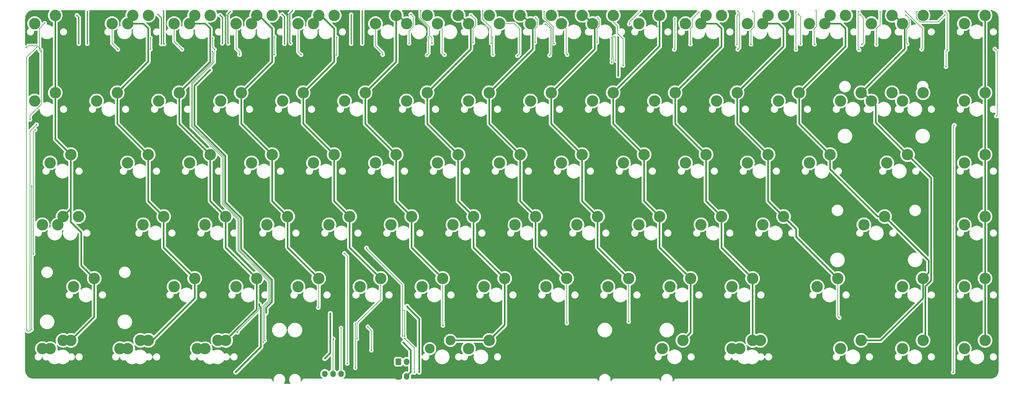
<source format=gbr>
%TF.GenerationSoftware,KiCad,Pcbnew,8.99.0-2641-g1a24c99a2a*%
%TF.CreationDate,2024-10-13T14:16:57+07:00*%
%TF.ProjectId,75\u0025,3735252e-6b69-4636-9164-5f7063625858,rev?*%
%TF.SameCoordinates,Original*%
%TF.FileFunction,Copper,L1,Top*%
%TF.FilePolarity,Positive*%
%FSLAX46Y46*%
G04 Gerber Fmt 4.6, Leading zero omitted, Abs format (unit mm)*
G04 Created by KiCad (PCBNEW 8.99.0-2641-g1a24c99a2a) date 2024-10-13 14:16:57*
%MOMM*%
%LPD*%
G01*
G04 APERTURE LIST*
G04 Aperture macros list*
%AMRoundRect*
0 Rectangle with rounded corners*
0 $1 Rounding radius*
0 $2 $3 $4 $5 $6 $7 $8 $9 X,Y pos of 4 corners*
0 Add a 4 corners polygon primitive as box body*
4,1,4,$2,$3,$4,$5,$6,$7,$8,$9,$2,$3,0*
0 Add four circle primitives for the rounded corners*
1,1,$1+$1,$2,$3*
1,1,$1+$1,$4,$5*
1,1,$1+$1,$6,$7*
1,1,$1+$1,$8,$9*
0 Add four rect primitives between the rounded corners*
20,1,$1+$1,$2,$3,$4,$5,0*
20,1,$1+$1,$4,$5,$6,$7,0*
20,1,$1+$1,$6,$7,$8,$9,0*
20,1,$1+$1,$8,$9,$2,$3,0*%
G04 Aperture macros list end*
%TA.AperFunction,ComponentPad*%
%ADD10C,3.500000*%
%TD*%
%TA.AperFunction,ComponentPad*%
%ADD11RoundRect,0.250000X-0.600000X-0.725000X0.600000X-0.725000X0.600000X0.725000X-0.600000X0.725000X0*%
%TD*%
%TA.AperFunction,ComponentPad*%
%ADD12O,1.700000X1.950000*%
%TD*%
%TA.AperFunction,ComponentPad*%
%ADD13RoundRect,0.250000X-0.600000X-0.750000X0.600000X-0.750000X0.600000X0.750000X-0.600000X0.750000X0*%
%TD*%
%TA.AperFunction,ComponentPad*%
%ADD14O,1.700000X2.000000*%
%TD*%
%TA.AperFunction,ComponentPad*%
%ADD15C,0.400000*%
%TD*%
%TA.AperFunction,ComponentPad*%
%ADD16C,3.000000*%
%TD*%
%TA.AperFunction,ViaPad*%
%ADD17C,0.400000*%
%TD*%
%TA.AperFunction,Conductor*%
%ADD18C,0.500000*%
%TD*%
%TA.AperFunction,Conductor*%
%ADD19C,0.200000*%
%TD*%
%TA.AperFunction,Conductor*%
%ADD20C,0.300000*%
%TD*%
G04 APERTURE END LIST*
D10*
%TO.P,SW93,1,1*%
%TO.N,Net-(D12-A)*%
X511008947Y218763553D03*
%TO.P,SW93,2,2*%
%TO.N,C11*%
X517358947Y221303553D03*
%TD*%
%TO.P,SW101,1,1*%
%TO.N,Net-(D86-A)*%
X506228947Y118753553D03*
%TO.P,SW101,2,2*%
%TO.N,C10*%
X512578947Y121293553D03*
%TD*%
%TO.P,SW88,1,1*%
%TO.N,Net-(D88-A)*%
X539558947Y118761053D03*
%TO.P,SW88,2,2*%
%TO.N,C12*%
X545908947Y121301053D03*
%TD*%
%TO.P,SW10,1,1*%
%TO.N,Net-(D10-A)*%
X477646447Y218773553D03*
%TO.P,SW10,2,2*%
%TO.N,C9*%
X483996447Y221313553D03*
%TD*%
%TO.P,SW34,1,1*%
%TO.N,Net-(D34-A)*%
X358583947Y175911053D03*
%TO.P,SW34,2,2*%
%TO.N,C3*%
X364933947Y178451053D03*
%TD*%
%TO.P,SW27,1,1*%
%TO.N,Net-(D27-A)*%
X501458947Y194961053D03*
%TO.P,SW27,2,2*%
%TO.N,C11*%
X507808947Y197501053D03*
%TD*%
%TO.P,SW65,1,1*%
%TO.N,Net-(D65-A)*%
X391921447Y137811053D03*
%TO.P,SW65,2,2*%
%TO.N,C4*%
X398271447Y140351053D03*
%TD*%
%TO.P,SW33,1,1*%
%TO.N,Net-(D33-A)*%
X339533947Y175911053D03*
%TO.P,SW33,2,2*%
%TO.N,C2*%
X345883947Y178451053D03*
%TD*%
%TO.P,SW95,1,1*%
%TO.N,Net-(D14-A)*%
X549108947Y218773553D03*
%TO.P,SW95,2,2*%
%TO.N,C13*%
X555458947Y221313553D03*
%TD*%
%TO.P,SW44,1,1*%
%TO.N,Net-(D44-A)*%
X553846947Y175911053D03*
%TO.P,SW44,2,2*%
%TO.N,C13*%
X560196947Y178451053D03*
%TD*%
%TO.P,SW9,1,1*%
%TO.N,Net-(D9-A)*%
X453833947Y218773553D03*
%TO.P,SW9,2,2*%
%TO.N,C8*%
X460183947Y221313553D03*
%TD*%
%TO.P,SW6,1,1*%
%TO.N,Net-(D6-A)*%
X396683947Y218773553D03*
%TO.P,SW6,2,2*%
%TO.N,C5*%
X403033947Y221313553D03*
%TD*%
%TO.P,SW90,1,1*%
%TO.N,Net-(D90-A)*%
X577658947Y118761053D03*
%TO.P,SW90,2,2*%
%TO.N,C14*%
X584008947Y121301053D03*
%TD*%
%TO.P,SW80,1,1*%
%TO.N,C4*%
X377648947Y218773553D03*
%TO.P,SW80,2,2*%
%TO.N,Net-(D5-A)*%
X383998947Y221313553D03*
%TD*%
%TO.P,SW2,1,1*%
%TO.N,Net-(D2-A)*%
X315721447Y218773553D03*
%TO.P,SW2,2,2*%
%TO.N,C1*%
X322071447Y221313553D03*
%TD*%
%TO.P,SW32,1,1*%
%TO.N,Net-(D32-A)*%
X320483947Y175911053D03*
%TO.P,SW32,2,2*%
%TO.N,C1*%
X326833947Y178451053D03*
%TD*%
%TO.P,SW46,1,1*%
%TO.N,C0*%
X299052947Y156861053D03*
%TO.P,SW46,2,2*%
%TO.N,Net-(D46-A)*%
X305402947Y159401053D03*
%TD*%
%TO.P,SW23,1,1*%
%TO.N,Net-(D23-A)*%
X425258947Y194961053D03*
%TO.P,SW23,2,2*%
%TO.N,C7*%
X431608947Y197501053D03*
%TD*%
D11*
%TO.P,J1,1,Pin_1*%
%TO.N,GND*%
X378600000Y111000000D03*
D12*
%TO.P,J1,2,Pin_2*%
%TO.N,+3.3V*%
X381100000Y111000000D03*
%TO.P,J1,3,Pin_3*%
%TO.N,C4*%
X383600000Y111000000D03*
%TO.P,J1,4,Pin_4*%
%TO.N,C14*%
X386100000Y111000000D03*
%TD*%
D10*
%TO.P,SW48,1,1*%
%TO.N,Net-(D48-A)*%
X344296447Y156861053D03*
%TO.P,SW48,2,2*%
%TO.N,C2*%
X350646447Y159401053D03*
%TD*%
%TO.P,SW49,1,1*%
%TO.N,Net-(D49-A)*%
X363346447Y156861053D03*
%TO.P,SW49,2,2*%
%TO.N,C3*%
X369696447Y159401053D03*
%TD*%
%TO.P,SW18,1,1*%
%TO.N,Net-(D18-A)*%
X330008947Y194961053D03*
%TO.P,SW18,2,2*%
%TO.N,C2*%
X336358947Y197501053D03*
%TD*%
%TO.P,SW52,1,1*%
%TO.N,Net-(D52-A)*%
X420496447Y156861053D03*
%TO.P,SW52,2,2*%
%TO.N,C6*%
X426846447Y159401053D03*
%TD*%
D13*
%TO.P,SWb\u00F4t1,1,1*%
%TO.N,+3.3V*%
X403718947Y114733553D03*
D14*
%TO.P,SWb\u00F4t1,2,2*%
%TO.N,boot*%
X406218947Y114733553D03*
%TD*%
D10*
%TO.P,SW15,1,1*%
%TO.N,Net-(D15-A)*%
X577658947Y218773553D03*
%TO.P,SW15,2,2*%
%TO.N,C14*%
X584008947Y221313553D03*
%TD*%
%TO.P,SW35,1,1*%
%TO.N,Net-(D35-A)*%
X377633947Y175911053D03*
%TO.P,SW35,2,2*%
%TO.N,C4*%
X383983947Y178451053D03*
%TD*%
%TO.P,SW92,1,1*%
%TO.N,Net-(D11-A)*%
X491968947Y218773553D03*
%TO.P,SW92,2,2*%
%TO.N,C10*%
X498318947Y221313553D03*
%TD*%
%TO.P,SW78,1,1*%
%TO.N,Net-(D78-A)*%
X341914947Y118761053D03*
%TO.P,SW78,2,2*%
%TO.N,C2*%
X348264947Y121301053D03*
%TD*%
%TO.P,SW79,1,1*%
%TO.N,C3*%
X358598947Y218773553D03*
%TO.P,SW79,2,2*%
%TO.N,Net-(D4-A)*%
X364948947Y221313553D03*
%TD*%
%TO.P,SW97,1,1*%
%TO.N,Net-(D77-A)*%
X320518947Y118758553D03*
%TO.P,SW97,2,2*%
%TO.N,C1*%
X326868947Y121298553D03*
%TD*%
%TO.P,SW70,1,1*%
%TO.N,Net-(D70-A)*%
X487171447Y137811053D03*
%TO.P,SW70,2,2*%
%TO.N,C9*%
X493521447Y140351053D03*
%TD*%
%TO.P,SW4,1,1*%
%TO.N,Net-(D4-A)*%
X353821447Y218773553D03*
%TO.P,SW4,2,2*%
%TO.N,C3*%
X360171447Y221313553D03*
%TD*%
%TO.P,SW94,1,1*%
%TO.N,Net-(D13-A)*%
X530058947Y218773553D03*
%TO.P,SW94,2,2*%
%TO.N,C12*%
X536408947Y221313553D03*
%TD*%
%TO.P,SW31,1,1*%
%TO.N,Net-(D31-A)*%
X296671947Y175911053D03*
%TO.P,SW31,2,2*%
%TO.N,C0*%
X303021947Y178451053D03*
%TD*%
%TO.P,SW20,1,1*%
%TO.N,Net-(D20-A)*%
X368108947Y194961053D03*
%TO.P,SW20,2,2*%
%TO.N,C4*%
X374458947Y197501053D03*
%TD*%
%TO.P,SW7,1,1*%
%TO.N,Net-(D7-A)*%
X415733947Y218773553D03*
%TO.P,SW7,2,2*%
%TO.N,C6*%
X422083947Y221313553D03*
%TD*%
%TO.P,SW74,1,1*%
%TO.N,C2*%
X339558947Y218783553D03*
%TO.P,SW74,2,2*%
%TO.N,Net-(D3-A)*%
X345908947Y221323553D03*
%TD*%
D13*
%TO.P,SWb\u00F4trst1,1,1*%
%TO.N,GND*%
X403718947Y110233553D03*
D14*
%TO.P,SWb\u00F4trst1,2,2*%
%TO.N,RST*%
X406218947Y110233553D03*
%TD*%
D10*
%TO.P,SW54,1,1*%
%TO.N,Net-(D54-A)*%
X458596447Y156861053D03*
%TO.P,SW54,2,2*%
%TO.N,C8*%
X464946447Y159401053D03*
%TD*%
%TO.P,SW86,1,1*%
%TO.N,Net-(D86-A)*%
X508602447Y118761053D03*
%TO.P,SW86,2,2*%
%TO.N,C10*%
X514952447Y121301053D03*
%TD*%
%TO.P,SW26,1,1*%
%TO.N,Net-(D26-A)*%
X482408947Y194961053D03*
%TO.P,SW26,2,2*%
%TO.N,C10*%
X488758947Y197501053D03*
%TD*%
%TO.P,SW73,1,1*%
%TO.N,Net-(D73-A)*%
X558608947Y137811053D03*
%TO.P,SW73,2,2*%
%TO.N,C12*%
X564958947Y140351053D03*
%TD*%
%TO.P,SW66,1,1*%
%TO.N,Net-(D66-A)*%
X410971447Y137811053D03*
%TO.P,SW66,2,2*%
%TO.N,C5*%
X417321447Y140351053D03*
%TD*%
%TO.P,SW19,1,1*%
%TO.N,Net-(D19-A)*%
X349058947Y194961053D03*
%TO.P,SW19,2,2*%
%TO.N,C3*%
X355408947Y197501053D03*
%TD*%
%TO.P,SW50,1,1*%
%TO.N,Net-(D50-A)*%
X382396447Y156861053D03*
%TO.P,SW50,2,2*%
%TO.N,C4*%
X388746447Y159401053D03*
%TD*%
%TO.P,SW67,1,1*%
%TO.N,Net-(D67-A)*%
X430021447Y137811053D03*
%TO.P,SW67,2,2*%
%TO.N,C6*%
X436371447Y140351053D03*
%TD*%
%TO.P,SW99,1,1*%
%TO.N,Net-(D82-A)*%
X425268947Y118758553D03*
%TO.P,SW99,2,2*%
%TO.N,C6*%
X431618947Y121298553D03*
%TD*%
%TO.P,SW57,1,1*%
%TO.N,Net-(D57-A)*%
X515746447Y156861053D03*
%TO.P,SW57,2,2*%
%TO.N,C11*%
X522096447Y159401053D03*
%TD*%
%TO.P,SW41,1,1*%
%TO.N,Net-(D41-A)*%
X491933947Y175911053D03*
%TO.P,SW41,2,2*%
%TO.N,C10*%
X498283947Y178451053D03*
%TD*%
%TO.P,SW51,1,1*%
%TO.N,Net-(D51-A)*%
X401446447Y156861053D03*
%TO.P,SW51,2,2*%
%TO.N,C5*%
X407796447Y159401053D03*
%TD*%
D15*
%TO.P,SW82,1,1*%
%TO.N,Net-(D82-A)*%
X412102447Y118771053D03*
X413342447Y117511053D03*
X413352447Y120011053D03*
D16*
X413352447Y118761053D03*
D15*
X414602447Y118761053D03*
%TO.P,SW82,2,2*%
%TO.N,C6*%
X418452447Y121301053D03*
X419702447Y122561053D03*
D16*
X419702447Y121301053D03*
D15*
X419702447Y120061053D03*
X420942447Y121311053D03*
%TD*%
D10*
%TO.P,SW25,1,1*%
%TO.N,Net-(D25-A)*%
X463358947Y194961053D03*
%TO.P,SW25,2,2*%
%TO.N,C9*%
X469708947Y197501053D03*
%TD*%
%TO.P,SW28,1,1*%
%TO.N,Net-(D28-A)*%
X520508947Y194961053D03*
%TO.P,SW28,2,2*%
%TO.N,C12*%
X526858947Y197501053D03*
%TD*%
%TO.P,SW72,1,1*%
%TO.N,Net-(D72-A)*%
X532415447Y137811053D03*
%TO.P,SW72,2,2*%
%TO.N,C11*%
X538765447Y140351053D03*
%TD*%
%TO.P,SW89,1,1*%
%TO.N,Net-(D89-A)*%
X558608947Y118761053D03*
%TO.P,SW89,2,2*%
%TO.N,C13*%
X564958947Y121301053D03*
%TD*%
%TO.P,SW13,1,1*%
%TO.N,C12*%
X534796447Y218773553D03*
%TO.P,SW13,2,2*%
%TO.N,Net-(D13-A)*%
X541146447Y221313553D03*
%TD*%
%TO.P,SW38,1,1*%
%TO.N,Net-(D38-A)*%
X434783947Y175911053D03*
%TO.P,SW38,2,2*%
%TO.N,C7*%
X441133947Y178451053D03*
%TD*%
%TO.P,SW16,1,1*%
%TO.N,Net-(D16-A)*%
X291908947Y194961053D03*
%TO.P,SW16,2,2*%
%TO.N,C0*%
X298258947Y197501053D03*
%TD*%
%TO.P,SW3,1,1*%
%TO.N,Net-(D3-A)*%
X334771447Y218773553D03*
%TO.P,SW3,2,2*%
%TO.N,C2*%
X341121447Y221313553D03*
%TD*%
%TO.P,SW1,1,1*%
%TO.N,Net-(D1-A)*%
X291908947Y218773553D03*
%TO.P,SW1,2,2*%
%TO.N,C0*%
X298258947Y221313553D03*
%TD*%
%TO.P,SW84,1,1*%
%TO.N,C7*%
X444348947Y218783553D03*
%TO.P,SW84,2,2*%
%TO.N,Net-(D8-A)*%
X450698947Y221323553D03*
%TD*%
%TO.P,SW40,1,1*%
%TO.N,Net-(D40-A)*%
X472883947Y175911053D03*
%TO.P,SW40,2,2*%
%TO.N,C9*%
X479233947Y178451053D03*
%TD*%
%TO.P,SW60,1,1*%
%TO.N,Net-(D60-A)*%
X577658947Y156861053D03*
%TO.P,SW60,2,2*%
%TO.N,C14*%
X584008947Y159401053D03*
%TD*%
%TO.P,SW55,1,1*%
%TO.N,Net-(D55-A)*%
X477646447Y156861053D03*
%TO.P,SW55,2,2*%
%TO.N,C9*%
X483996447Y159401053D03*
%TD*%
%TO.P,SW91,1,1*%
%TO.N,C8*%
X463408947Y218783553D03*
%TO.P,SW91,2,2*%
%TO.N,Net-(D9-A)*%
X469758947Y221323553D03*
%TD*%
%TO.P,SW76,1,1*%
%TO.N,Net-(D76-A)*%
X294289947Y118761053D03*
%TO.P,SW76,2,2*%
%TO.N,C0*%
X300639947Y121301053D03*
%TD*%
%TO.P,SW96,1,1*%
%TO.N,Net-(D76-A)*%
X296718947Y118753553D03*
%TO.P,SW96,2,2*%
%TO.N,C0*%
X303068947Y121293553D03*
%TD*%
%TO.P,SW12,1,1*%
%TO.N,C11*%
X515746447Y218773553D03*
%TO.P,SW12,2,2*%
%TO.N,Net-(D12-A)*%
X522096447Y221313553D03*
%TD*%
%TO.P,SW75,1,1*%
%TO.N,Net-(D75-A)*%
X577658947Y137811053D03*
%TO.P,SW75,2,2*%
%TO.N,C14*%
X584008947Y140351053D03*
%TD*%
%TO.P,SW71,1,1*%
%TO.N,Net-(D71-A)*%
X506221447Y137811053D03*
%TO.P,SW71,2,2*%
%TO.N,C10*%
X512571447Y140351053D03*
%TD*%
%TO.P,SW87,1,1*%
%TO.N,Net-(D87-A)*%
X558608947Y194961053D03*
%TO.P,SW87,2,2*%
%TO.N,C11*%
X564958947Y197501053D03*
%TD*%
%TO.P,SW98,1,1*%
%TO.N,Net-(D78-A)*%
X344308947Y118743553D03*
%TO.P,SW98,2,2*%
%TO.N,C2*%
X350658947Y121283553D03*
%TD*%
%TO.P,SW47,1,1*%
%TO.N,Net-(D47-A)*%
X325246447Y156861053D03*
%TO.P,SW47,2,2*%
%TO.N,C1*%
X331596447Y159401053D03*
%TD*%
%TO.P,SW37,1,1*%
%TO.N,Net-(D37-A)*%
X415733947Y175911053D03*
%TO.P,SW37,2,2*%
%TO.N,C6*%
X422083947Y178451053D03*
%TD*%
%TO.P,SW56,1,1*%
%TO.N,Net-(D56-A)*%
X496696447Y156861053D03*
%TO.P,SW56,2,2*%
%TO.N,C10*%
X503046447Y159401053D03*
%TD*%
%TO.P,SW21,1,1*%
%TO.N,Net-(D21-A)*%
X387158947Y194961053D03*
%TO.P,SW21,2,2*%
%TO.N,C5*%
X393508947Y197501053D03*
%TD*%
%TO.P,SW39,1,1*%
%TO.N,Net-(D39-A)*%
X453833947Y175911053D03*
%TO.P,SW39,2,2*%
%TO.N,C8*%
X460183947Y178451053D03*
%TD*%
%TO.P,SW61,1,1*%
%TO.N,Net-(D61-A)*%
X303889547Y137811053D03*
D15*
%TO.P,SW61,2,2*%
%TO.N,C0*%
X310239547Y141611053D03*
D10*
X310239547Y140351053D03*
%TD*%
%TO.P,SW45,1,1*%
%TO.N,Net-(D45-A)*%
X577658947Y175911053D03*
%TO.P,SW45,2,2*%
%TO.N,C14*%
X584008947Y178451053D03*
%TD*%
%TO.P,SW53,1,1*%
%TO.N,Net-(D53-A)*%
X439546447Y156861053D03*
%TO.P,SW53,2,2*%
%TO.N,C7*%
X445896447Y159401053D03*
%TD*%
%TO.P,SW59,1,1*%
%TO.N,C1*%
X320528947Y218793553D03*
%TO.P,SW59,2,2*%
%TO.N,Net-(D2-A)*%
X326878947Y221333553D03*
%TD*%
%TO.P,SW69,1,1*%
%TO.N,Net-(D69-A)*%
X468121447Y137811053D03*
%TO.P,SW69,2,2*%
%TO.N,C8*%
X474471447Y140351053D03*
%TD*%
%TO.P,SW81,1,1*%
%TO.N,C5*%
X406248947Y218763553D03*
%TO.P,SW81,2,2*%
%TO.N,Net-(D6-A)*%
X412598947Y221303553D03*
%TD*%
%TO.P,SW22,1,1*%
%TO.N,Net-(D22-A)*%
X406208947Y194961053D03*
%TO.P,SW22,2,2*%
%TO.N,C6*%
X412558947Y197501053D03*
%TD*%
%TO.P,SW11,1,1*%
%TO.N,C10*%
X496696447Y218773553D03*
%TO.P,SW11,2,2*%
%TO.N,Net-(D11-A)*%
X503046447Y221313553D03*
%TD*%
%TO.P,SW14,1,1*%
%TO.N,C13*%
X558608947Y218773553D03*
%TO.P,SW14,2,2*%
%TO.N,Net-(D14-A)*%
X564958947Y221313553D03*
%TD*%
%TO.P,SW30,1,1*%
%TO.N,Net-(D30-A)*%
X577658947Y194961053D03*
%TO.P,SW30,2,2*%
%TO.N,C14*%
X584008947Y197501053D03*
%TD*%
%TO.P,SW68,1,1*%
%TO.N,Net-(D68-A)*%
X449071447Y137811053D03*
%TO.P,SW68,2,2*%
%TO.N,C7*%
X455421447Y140351053D03*
%TD*%
%TO.P,SW83,1,1*%
%TO.N,C6*%
X425308947Y218773553D03*
%TO.P,SW83,2,2*%
%TO.N,Net-(D7-A)*%
X431658947Y221313553D03*
%TD*%
%TO.P,SW17,1,1*%
%TO.N,Net-(D17-A)*%
X310958947Y194961053D03*
%TO.P,SW17,2,2*%
%TO.N,C1*%
X317308947Y197501053D03*
%TD*%
%TO.P,SW100,1,1*%
%TO.N,Net-(D46-A)*%
X294289947Y156861053D03*
%TO.P,SW100,2,2*%
%TO.N,C0*%
X300639947Y159401053D03*
%TD*%
%TO.P,SW43,1,1*%
%TO.N,Net-(D43-A)*%
X530033947Y175911053D03*
%TO.P,SW43,2,2*%
%TO.N,C12*%
X536383947Y178451053D03*
%TD*%
%TO.P,SW58,1,1*%
%TO.N,Net-(D58-A)*%
X546777047Y156861053D03*
D15*
%TO.P,SW58,2,2*%
%TO.N,C12*%
X553127047Y160661053D03*
D10*
X553127047Y159401053D03*
%TD*%
%TO.P,SW64,1,1*%
%TO.N,Net-(D64-A)*%
X372871447Y137811053D03*
%TO.P,SW64,2,2*%
%TO.N,C3*%
X379221447Y140351053D03*
%TD*%
%TO.P,SW63,1,1*%
%TO.N,Net-(D63-A)*%
X353821447Y137811053D03*
%TO.P,SW63,2,2*%
%TO.N,C2*%
X360171447Y140351053D03*
%TD*%
%TO.P,SW77,1,1*%
%TO.N,Net-(D77-A)*%
X318102447Y118761053D03*
%TO.P,SW77,2,2*%
%TO.N,C1*%
X324452447Y121301053D03*
%TD*%
%TO.P,SW36,1,1*%
%TO.N,Net-(D36-A)*%
X396683947Y175911053D03*
%TO.P,SW36,2,2*%
%TO.N,C5*%
X403033947Y178451053D03*
%TD*%
%TO.P,SW1001,1,1*%
%TO.N,C13*%
X549083947Y194961053D03*
%TO.P,SW1001,2,2*%
%TO.N,Net-(D29-A)*%
X555433947Y197501053D03*
%TD*%
%TO.P,SW24,1,1*%
%TO.N,Net-(D24-A)*%
X444308947Y194961053D03*
%TO.P,SW24,2,2*%
%TO.N,C8*%
X450658947Y197501053D03*
%TD*%
%TO.P,SW8,1,1*%
%TO.N,Net-(D8-A)*%
X434783947Y218773553D03*
%TO.P,SW8,2,2*%
%TO.N,C7*%
X441133947Y221313553D03*
%TD*%
%TO.P,SW29,1,1*%
%TO.N,Net-(D29-A)*%
X539558947Y194961053D03*
%TO.P,SW29,2,2*%
%TO.N,C13*%
X545908947Y197501053D03*
%TD*%
%TO.P,SW5,1,1*%
%TO.N,Net-(D5-A)*%
X372871447Y218773553D03*
%TO.P,SW5,2,2*%
%TO.N,C4*%
X379221447Y221313553D03*
%TD*%
%TO.P,SW85,1,1*%
%TO.N,Net-(D85-A)*%
X484789947Y118761053D03*
%TO.P,SW85,2,2*%
%TO.N,C9*%
X491139947Y121301053D03*
%TD*%
%TO.P,SW62,1,1*%
%TO.N,Net-(D62-A)*%
X334771447Y137811053D03*
%TO.P,SW62,2,2*%
%TO.N,C1*%
X341121447Y140351053D03*
%TD*%
%TO.P,SW42,1,1*%
%TO.N,Net-(D42-A)*%
X510983947Y175911053D03*
%TO.P,SW42,2,2*%
%TO.N,C11*%
X517333947Y178451053D03*
%TD*%
D17*
%TO.N,+3.3V*%
X381100000Y115700000D03*
X382800000Y129600000D03*
X382800000Y122700000D03*
X363071447Y129772183D03*
X345900000Y204500000D03*
%TO.N,GND*%
X475100000Y213300000D03*
X407900000Y214900000D03*
X369800000Y221600000D03*
X443300000Y206100000D03*
X482600000Y212900000D03*
X390600000Y207400000D03*
X409400000Y221700000D03*
X302900000Y214500000D03*
X397300000Y119250000D03*
X481446447Y220673159D03*
X397000000Y111200000D03*
X376700000Y207400000D03*
X499400000Y213600000D03*
X517500000Y213700000D03*
X561200000Y209400000D03*
X492500000Y214200000D03*
X490700000Y214100000D03*
X355800000Y222200000D03*
X428900000Y221400000D03*
X465700000Y213900000D03*
X510000000Y213700000D03*
X395900000Y114300000D03*
X561200000Y220000000D03*
X450500000Y207100000D03*
X391600000Y214800000D03*
X350748947Y221400000D03*
X483346447Y217900000D03*
X333000000Y214800000D03*
X548600000Y213200000D03*
X304300000Y218700000D03*
X567000000Y213500000D03*
X447500000Y219500000D03*
X466900000Y219400000D03*
X443700000Y203400000D03*
X473900000Y204300000D03*
X562600000Y218700000D03*
X388400000Y110100000D03*
X529500000Y213600000D03*
X437000000Y208000000D03*
%TO.N,Net-(Drgb1-DIN)*%
X370600000Y212700000D03*
X389200000Y212600000D03*
X389200000Y221500000D03*
X371200000Y222733553D03*
%TO.N,Net-(Drgb1-DOUT)*%
X392600000Y212600000D03*
X407000000Y212700000D03*
X392600000Y222733552D03*
X407500000Y221600000D03*
%TO.N,Net-(Drgb2-DOUT)*%
X414000000Y212700000D03*
X426000000Y221400000D03*
X410600000Y222700000D03*
X426623947Y212900000D03*
%TO.N,Net-(Drgb3-DOUT)*%
X429600000Y222700000D03*
X445900000Y220500000D03*
X432200000Y212700000D03*
X445673947Y213000000D03*
%TO.N,Net-(Drgb4-DOUT)*%
X464723947Y213000000D03*
X465000000Y220500000D03*
X451500000Y212700000D03*
X448500000Y222600000D03*
%TO.N,+5V*%
X474700000Y218600000D03*
X572000000Y205500000D03*
X488500000Y210800000D03*
X525900000Y210800000D03*
X559500000Y222600000D03*
X508000000Y210850000D03*
X289350000Y211378553D03*
X478100000Y222600000D03*
X290500000Y189300000D03*
X587500000Y190300000D03*
X571700000Y222600000D03*
X564500000Y210850000D03*
X525900000Y222400000D03*
X471200000Y214600000D03*
X545300000Y210700000D03*
X488700000Y220300000D03*
X587010197Y210989803D03*
X295000000Y218900000D03*
X572400000Y210700000D03*
X508000000Y222600000D03*
X545100000Y222500000D03*
X471300000Y202700000D03*
%TO.N,Net-(Drgb7-DOUT)*%
X508100000Y221500000D03*
X507800000Y212300000D03*
X496100000Y222300000D03*
X493500000Y212400000D03*
%TO.N,Net-(Drgb8-DOUT)*%
X512600000Y222600000D03*
X526600000Y221700000D03*
X527300000Y212500000D03*
X512100000Y212400000D03*
%TO.N,Net-(Drgb10-DIN)*%
X546100000Y212300000D03*
X532100000Y222733553D03*
X531600000Y212400000D03*
X545500000Y221600000D03*
%TO.N,Net-(Drgb10-DOUT)*%
X550600000Y212300000D03*
X559700000Y221400000D03*
X560100000Y212500000D03*
X551800000Y222400000D03*
%TO.N,RGB*%
X387100000Y148100000D03*
X291500000Y147900000D03*
X388000000Y114200000D03*
X292100000Y186100000D03*
%TO.N,Net-(Drgb11-DOUT)*%
X563100000Y222500000D03*
X571700000Y221400000D03*
%TO.N,D+*%
X469300000Y208000000D03*
X469300000Y206900000D03*
X362621447Y121250000D03*
X347018947Y209700000D03*
X469200000Y214500000D03*
%TO.N,D-*%
X470200000Y214800000D03*
X362121447Y120750000D03*
X470500000Y207400000D03*
X346518947Y210200000D03*
%TO.N,boot*%
X390500000Y126400000D03*
X390500000Y112800000D03*
%TO.N,Net-(rgb2-DOUT)*%
X305500000Y212600000D03*
X304900000Y221300000D03*
%TO.N,Net-(rgb3-DOUT)*%
X330800000Y212500000D03*
X308100000Y212600000D03*
X329800000Y221600000D03*
X308100000Y222500000D03*
%TO.N,Net-(rgb4-DOUT)*%
X349600000Y212700000D03*
X331700000Y212500000D03*
X348900000Y221400000D03*
X331600000Y222700000D03*
%TO.N,Net-(rgb5-DOUT)*%
X351400000Y212700000D03*
X352100000Y222500000D03*
X368000000Y221600000D03*
X368700000Y212600000D03*
%TO.N,Net-(D2-A)*%
X327488947Y210850000D03*
X327488947Y214400000D03*
X317515048Y210843483D03*
%TO.N,C1*%
X330872964Y124027036D03*
%TO.N,Net-(D3-A)*%
X337200000Y210850000D03*
X347200000Y210800000D03*
X346518947Y214383553D03*
%TO.N,C2*%
X353437697Y124062303D03*
%TO.N,C3*%
X379100000Y131400000D03*
X360821447Y131200000D03*
X354253554Y123753554D03*
%TO.N,Net-(D4-A)*%
X365558947Y209200000D03*
X354900000Y209200000D03*
X365558947Y214700000D03*
%TO.N,C4*%
X391000000Y121800000D03*
X383700000Y121750000D03*
%TO.N,Net-(D5-A)*%
X384700000Y214500000D03*
X373800000Y209200000D03*
X384608947Y209100000D03*
%TO.N,Net-(D6-A)*%
X412500000Y209100000D03*
X398900000Y209200000D03*
X413000000Y214600000D03*
%TO.N,C5*%
X417400000Y125887500D03*
%TO.N,C6*%
X436371447Y126287500D03*
%TO.N,Net-(D7-A)*%
X417900000Y209199999D03*
X432800000Y209199999D03*
X432700000Y214600000D03*
%TO.N,C7*%
X394300000Y125487500D03*
X395400000Y118250000D03*
X455500000Y126600000D03*
%TO.N,Net-(D8-A)*%
X448802077Y218607636D03*
X450200000Y209000000D03*
X440321542Y208843148D03*
%TO.N,RST*%
X405200000Y120600000D03*
%TO.N,Net-(D9-A)*%
X472800000Y205900000D03*
X455600000Y209200000D03*
%TO.N,C8*%
X474500000Y127087499D03*
%TO.N,C9*%
X493521447Y127487500D03*
%TO.N,C10*%
X512571447Y127887499D03*
%TO.N,C11*%
X539200000Y128287500D03*
%TO.N,C12*%
X559391714Y128687499D03*
%TO.N,C13*%
X565658947Y129000000D03*
%TO.N,C14*%
X386100000Y125100000D03*
%TO.N,R2*%
X291000000Y168700000D03*
X291000000Y124651053D03*
%TO.N,R0*%
X292500000Y211500000D03*
X289900000Y124100000D03*
%TO.N,R1*%
X290500000Y124300000D03*
X292500000Y187687500D03*
%TO.N,R3*%
X405000000Y122700000D03*
X393900000Y149750000D03*
%TO.N,R4*%
X405582088Y122554478D03*
X405500000Y130537500D03*
%TO.N,R5*%
X574600000Y187500000D03*
X406400000Y131800000D03*
X360900000Y132500000D03*
X574200000Y111487500D03*
X353700000Y111500000D03*
X408600000Y111400000D03*
X405647688Y121912970D03*
X410100000Y111487500D03*
%TD*%
D18*
%TO.N,+3.3V*%
X341048947Y187528695D02*
X346438821Y182138821D01*
X363071447Y131327943D02*
X363071447Y129772183D01*
X345900000Y204500000D02*
X341048947Y199648947D01*
X350573947Y165800000D02*
X350573947Y163716195D01*
X341048947Y199648947D02*
X341048947Y195600000D01*
X364861447Y137400000D02*
X364861447Y133117944D01*
X364861447Y133117944D02*
X363071447Y131327943D01*
X350573947Y178003695D02*
X350573947Y165800000D01*
X364861447Y139903695D02*
X364861447Y137400000D01*
X382800000Y122700000D02*
X382800000Y117400000D01*
X350573947Y163716195D02*
X353245071Y161045071D01*
X355336447Y158953695D02*
X355336447Y149428695D01*
X353245071Y161045071D02*
X355336447Y158953695D01*
X382800000Y129600000D02*
X382800000Y122700000D01*
X382800000Y117400000D02*
X381100000Y115700000D01*
X346438821Y182138821D02*
X350573947Y178003695D01*
X355336447Y149428695D02*
X364861447Y139903695D01*
X341048947Y195600000D02*
X341048947Y187528695D01*
D19*
%TO.N,GND*%
X369800000Y211300000D02*
X370000000Y211100000D01*
X469700000Y217085902D02*
X469700000Y208500000D01*
X450963947Y207563947D02*
X450500000Y207100000D01*
X469700000Y208500000D02*
X469900000Y208300000D01*
X481446447Y219800000D02*
X483346447Y217900000D01*
X466900000Y219400000D02*
X467385902Y219400000D01*
X448791588Y219500000D02*
X450963947Y217327641D01*
X469900000Y208300000D02*
X469900000Y205300000D01*
X412500000Y213400000D02*
X411400000Y212300000D01*
X447500000Y219500000D02*
X448791588Y219500000D01*
X409400000Y221700000D02*
X409400000Y221037676D01*
X561200000Y220000000D02*
X561300000Y220000000D01*
X428900000Y219775902D02*
X431468947Y217206955D01*
X467385902Y219400000D02*
X469700000Y217085902D01*
X492500000Y214200000D02*
X490800000Y214200000D01*
X350748947Y210748947D02*
X350700000Y210700000D01*
X409400000Y221037676D02*
X412500000Y217937676D01*
X490800000Y214200000D02*
X490700000Y214100000D01*
X350748947Y221400000D02*
X350748947Y210748947D01*
X450963947Y217327641D02*
X450963947Y207563947D01*
X412500000Y217937676D02*
X412500000Y213400000D01*
X428900000Y221400000D02*
X428900000Y219775902D01*
X481446447Y220673159D02*
X481446447Y219800000D01*
X369800000Y221600000D02*
X369800000Y211300000D01*
X431468947Y217206955D02*
X431468947Y208368947D01*
X561300000Y220000000D02*
X562600000Y218700000D01*
X431468947Y208368947D02*
X431300000Y208200000D01*
D20*
%TO.N,Net-(Drgb1-DIN)*%
X370351447Y221885000D02*
X370351447Y212948553D01*
X371200000Y222733553D02*
X370351447Y221885000D01*
X389200000Y212600000D02*
X389200000Y221500000D01*
X370351447Y212948553D02*
X370600000Y212700000D01*
D19*
%TO.N,Net-(Drgb1-DOUT)*%
X408298947Y220801053D02*
X408298947Y217798947D01*
D20*
X392600000Y222733552D02*
X392600000Y212600000D01*
D19*
X407500000Y221600000D02*
X408298947Y220801053D01*
X408298947Y217798947D02*
X407000000Y216500000D01*
X407000000Y216500000D02*
X407000000Y212700000D01*
%TO.N,Net-(Drgb2-DOUT)*%
X412201681Y218801681D02*
X413263947Y217739415D01*
X412201681Y218801681D02*
X412500000Y218503362D01*
X410600000Y222700000D02*
X410500000Y222600000D01*
X410500000Y220503362D02*
X412201681Y218801681D01*
X426623947Y212900000D02*
X426623947Y217189415D01*
X427400000Y220000000D02*
X426000000Y221400000D01*
X426623947Y217189415D02*
X427400000Y217965468D01*
X410500000Y222600000D02*
X410500000Y220503362D01*
X414000000Y214400000D02*
X414000000Y212700000D01*
X413263947Y217739415D02*
X413263947Y215136053D01*
X427400000Y217965468D02*
X427400000Y220000000D01*
X413263947Y215136053D02*
X414000000Y214400000D01*
%TO.N,Net-(Drgb3-DOUT)*%
X446398947Y220001053D02*
X445900000Y220500000D01*
X445673947Y217209415D02*
X446398947Y217934415D01*
X429600000Y220100000D02*
X431700000Y218000000D01*
X429600000Y222700000D02*
X429600000Y220100000D01*
X431700000Y218000000D02*
X432200000Y217500000D01*
X446398947Y217934415D02*
X446398947Y220001053D01*
X445673947Y213000000D02*
X445673947Y217209415D01*
X432200000Y217500000D02*
X432200000Y212700000D01*
%TO.N,Net-(Drgb4-DOUT)*%
X464723947Y217199415D02*
X465458947Y217934415D01*
X451363947Y212836053D02*
X451500000Y212700000D01*
X465458947Y220041053D02*
X465000000Y220500000D01*
X451363947Y217759415D02*
X451363947Y214236053D01*
X465458947Y217934415D02*
X465458947Y220041053D01*
X448500000Y220623362D02*
X451363947Y217759415D01*
X464723947Y213000000D02*
X464723947Y217199415D01*
X448500000Y222600000D02*
X448500000Y220623362D01*
X451363947Y214236053D02*
X451363947Y212836053D01*
%TO.N,+5V*%
X564500000Y210850000D02*
X564768947Y211118947D01*
X508538947Y221231840D02*
X508600000Y221292893D01*
X525900000Y210800000D02*
X525900000Y222400000D01*
X545000000Y211000000D02*
X545000000Y222400000D01*
X293958947Y210000000D02*
X293958947Y210748160D01*
X289971447Y212000000D02*
X289350000Y211378553D01*
X572000000Y210300000D02*
X572400000Y210700000D01*
X572400000Y221900000D02*
X571700000Y222600000D01*
X508538947Y211388947D02*
X508538947Y221231840D01*
X290500000Y189300000D02*
X290500000Y190525508D01*
X572400000Y210700000D02*
X572400000Y221900000D01*
X587500000Y190300000D02*
X587748947Y190548947D01*
X474800000Y218700000D02*
X474800000Y219300000D01*
X508000000Y210850000D02*
X508538947Y211388947D01*
X488700000Y220300000D02*
X488700000Y211000000D01*
X292707107Y212000000D02*
X289971447Y212000000D01*
X474700000Y218600000D02*
X474800000Y218700000D01*
X474800000Y219300000D02*
X478100000Y222600000D01*
X587748947Y190548947D02*
X587748947Y210251053D01*
X508600000Y221292893D02*
X508600000Y222000000D01*
D18*
X471300000Y214500000D02*
X471200000Y214600000D01*
D19*
X293958947Y210748160D02*
X292707107Y212000000D01*
X293958947Y193984455D02*
X293958947Y210000000D01*
D18*
X471300000Y202700000D02*
X471300000Y214500000D01*
D19*
X488700000Y211000000D02*
X488500000Y210800000D01*
X293368947Y217268947D02*
X295000000Y218900000D01*
X545000000Y222400000D02*
X545100000Y222500000D01*
X564768947Y211118947D02*
X564768947Y217331053D01*
X564768947Y217331053D02*
X559500000Y222600000D01*
X293958947Y210000000D02*
X293368947Y210590000D01*
X572000000Y205500000D02*
X572000000Y210300000D01*
X508600000Y222000000D02*
X508000000Y222600000D01*
X290500000Y190525508D02*
X293958947Y193984455D01*
X293368947Y210590000D02*
X293368947Y217268947D01*
X545300000Y210700000D02*
X545000000Y211000000D01*
X587748947Y210251053D02*
X587010197Y210989803D01*
%TO.N,Net-(Drgb7-DOUT)*%
X493428947Y217206955D02*
X493428947Y212471053D01*
X494018947Y217796955D02*
X493428947Y217206955D01*
X507800000Y221200000D02*
X508100000Y221500000D01*
X494018947Y220218947D02*
X494018947Y217796955D01*
X496100000Y222300000D02*
X494018947Y220218947D01*
X493428947Y212471053D02*
X493500000Y212400000D01*
X507800000Y212300000D02*
X507800000Y221200000D01*
%TO.N,Net-(Drgb8-DOUT)*%
X512600000Y222600000D02*
X513058947Y222141053D01*
X512100000Y216828008D02*
X512100000Y212400000D01*
X513058947Y217786955D02*
X512100000Y216828008D01*
X513058947Y222141053D02*
X513058947Y217786955D01*
X527300000Y221000000D02*
X526600000Y221700000D01*
X527300000Y212500000D02*
X527300000Y221000000D01*
%TO.N,Net-(Drgb10-DIN)*%
X546638947Y220461053D02*
X545500000Y221600000D01*
X532108947Y217796955D02*
X531500000Y217188008D01*
X531500000Y217188008D02*
X531500000Y212500000D01*
X532108947Y222724606D02*
X532108947Y217796955D01*
X531500000Y212500000D02*
X531600000Y212400000D01*
X532100000Y222733553D02*
X532108947Y222724606D01*
X546100000Y212300000D02*
X546638947Y212838947D01*
X546638947Y212838947D02*
X546638947Y220461053D01*
%TO.N,Net-(Drgb10-DOUT)*%
X560100000Y212500000D02*
X559900000Y212700000D01*
X551800000Y218438008D02*
X550568947Y217206955D01*
X560658947Y220441053D02*
X559700000Y221400000D01*
X559900000Y212700000D02*
X559900000Y217165468D01*
X560658947Y217924415D02*
X560658947Y220441053D01*
X550568947Y217206955D02*
X550568947Y212331053D01*
X551800000Y222400000D02*
X551800000Y218438008D01*
X559900000Y217165468D02*
X560658947Y217924415D01*
X550568947Y212331053D02*
X550600000Y212300000D01*
%TO.N,RGB*%
X388000000Y114200000D02*
X388000000Y147200000D01*
X291500000Y147900000D02*
X291500000Y185500000D01*
X388000000Y147200000D02*
X387100000Y148100000D01*
X291500000Y185500000D02*
X292100000Y186100000D01*
%TO.N,Net-(Drgb11-DOUT)*%
X563100000Y222500000D02*
X562908947Y222308947D01*
X569563553Y219263553D02*
X571700000Y221400000D01*
X562908947Y222308947D02*
X562908947Y220464415D01*
X562908947Y220464415D02*
X564109809Y219263553D01*
X564109809Y219263553D02*
X569563553Y219263553D01*
%TO.N,D+*%
X362621447Y121250000D02*
X362621447Y121278553D01*
X362521447Y131555761D02*
X363332843Y132367157D01*
X364311447Y139675877D02*
X361843662Y142143662D01*
X469300000Y206900000D02*
X469300000Y208000000D01*
X469300000Y214400000D02*
X469200000Y214500000D01*
X350023947Y172300000D02*
X350023947Y177775877D01*
X354786447Y149200877D02*
X354786447Y150400000D01*
X350023947Y163488377D02*
X350023947Y172300000D01*
X364311447Y133345761D02*
X364311447Y139675877D01*
X362621447Y121278553D02*
X362521447Y121378553D01*
X340498947Y200297549D02*
X347018947Y206817549D01*
X354786447Y158725877D02*
X350023947Y163488377D01*
X340498947Y187300877D02*
X340498947Y187600000D01*
X469300000Y208000000D02*
X469300000Y214400000D01*
X345649912Y182149912D02*
X340498947Y187300877D01*
X350023947Y177775877D02*
X345649912Y182149912D01*
X361843662Y142143662D02*
X354786447Y149200877D01*
X362521447Y130000000D02*
X362521447Y131555761D01*
X347018947Y206817549D02*
X347018947Y209700000D01*
X363332843Y132367157D02*
X364311447Y133345761D01*
X354786447Y150400000D02*
X354786447Y158725877D01*
X362521447Y121378553D02*
X362521447Y130000000D01*
X340498947Y187600000D02*
X340498947Y200297549D01*
%TO.N,D-*%
X340098947Y192300000D02*
X340098947Y200463235D01*
X470500000Y214500000D02*
X470200000Y214800000D01*
X340098947Y200463235D02*
X345917856Y206282144D01*
X470500000Y207400000D02*
X470500000Y214500000D01*
X354386447Y154200000D02*
X354386447Y158560191D01*
X354386447Y158560191D02*
X352023319Y160923319D01*
X349623947Y177610191D02*
X340098947Y187135191D01*
X352023319Y160923319D02*
X349623947Y163322691D01*
X361410819Y142010819D02*
X354386447Y149035191D01*
X363911447Y139510191D02*
X361410819Y142010819D01*
X349623947Y163322691D02*
X349623947Y173400000D01*
X340098947Y187135191D02*
X340098947Y192300000D01*
X345917856Y206282144D02*
X346518947Y206883235D01*
X363911447Y133511447D02*
X363911447Y139510191D01*
X363800000Y133400000D02*
X363911447Y133511447D01*
X362121447Y120750000D02*
X362121447Y131721447D01*
X362121447Y131721447D02*
X363800000Y133400000D01*
X349623947Y173400000D02*
X349623947Y177610191D01*
X354386447Y149035191D02*
X354386447Y154200000D01*
X346518947Y206883235D02*
X346518947Y210200000D01*
%TO.N,boot*%
X390500000Y126400000D02*
X390500000Y112800000D01*
D20*
%TO.N,Net-(rgb2-DOUT)*%
X305500000Y220700000D02*
X304900000Y221300000D01*
X305500000Y212600000D02*
X305500000Y220700000D01*
%TO.N,Net-(rgb3-DOUT)*%
X308100000Y222500000D02*
X308100000Y212600000D01*
X330800000Y212500000D02*
X330900000Y212600000D01*
X330900000Y220500000D02*
X329800000Y221600000D01*
X330900000Y212600000D02*
X330900000Y220500000D01*
%TO.N,Net-(rgb4-DOUT)*%
X349698947Y220601053D02*
X348900000Y221400000D01*
X331600000Y212600000D02*
X331700000Y212500000D01*
X349600000Y212700000D02*
X349698947Y212798947D01*
X331600000Y222700000D02*
X331600000Y212600000D01*
X349698947Y212798947D02*
X349698947Y220601053D01*
%TO.N,Net-(rgb5-DOUT)*%
X351301447Y212798553D02*
X351400000Y212700000D01*
X368700000Y212600000D02*
X368738947Y212638947D01*
X352100000Y222500000D02*
X351301447Y221701447D01*
X351301447Y221701447D02*
X351301447Y212798553D01*
X368738947Y212638947D02*
X368738947Y220861053D01*
X368738947Y220861053D02*
X368000000Y221600000D01*
D18*
%TO.N,C0*%
X303021947Y161783053D02*
X300639947Y159401053D01*
X306218947Y154500587D02*
X306218947Y144371653D01*
X306218947Y144371653D02*
X310239547Y140351053D01*
X298258947Y221313553D02*
X298258947Y197501053D01*
X300639947Y159401053D02*
X300639947Y158448053D01*
X303021947Y161783053D02*
X303021947Y157697587D01*
X303021947Y157697587D02*
X306218947Y154500587D01*
X310239547Y128464153D02*
X303068947Y121293553D01*
X300639947Y158448053D02*
X299052947Y156861053D01*
X298258947Y183214053D02*
X303021947Y178451053D01*
X310239547Y140351053D02*
X310239547Y128464153D01*
X298258947Y197501053D02*
X298258947Y183214053D01*
X303021947Y178451053D02*
X303021947Y161783053D01*
D19*
%TO.N,Net-(D2-A)*%
X327488947Y214400000D02*
X327488947Y210850000D01*
X317515048Y210843483D02*
X315721447Y212637084D01*
X315721447Y212637084D02*
X315721447Y218773553D01*
D18*
%TO.N,C1*%
X325334481Y218793553D02*
X326838947Y217289087D01*
X331596447Y159401053D02*
X331596447Y149876053D01*
X326833947Y164163553D02*
X331596447Y159401053D01*
X331596447Y149876053D02*
X341121447Y140351053D01*
X326838947Y217289087D02*
X326838947Y207031053D01*
X330872964Y124027036D02*
X328144481Y121298553D01*
X326833947Y178451053D02*
X326833947Y164163553D01*
X317308947Y197501053D02*
X317308947Y187976053D01*
X322071447Y221313553D02*
X322071447Y220336053D01*
X320528947Y218793553D02*
X325334481Y218793553D01*
X341121447Y140351053D02*
X341121447Y134275519D01*
X341121447Y134275519D02*
X330872964Y124027036D01*
X317308947Y187976053D02*
X326833947Y178451053D01*
X328144481Y121298553D02*
X326868947Y121298553D01*
X322071447Y220336053D02*
X320528947Y218793553D01*
X326838947Y207031053D02*
X317308947Y197501053D01*
D19*
%TO.N,Net-(D3-A)*%
X334771447Y213278553D02*
X334771447Y218773553D01*
X346518947Y214383553D02*
X346518947Y211481053D01*
X337200000Y210850000D02*
X334771447Y213278553D01*
X346518947Y211481053D02*
X347200000Y210800000D01*
D18*
%TO.N,C2*%
X348282447Y121283553D02*
X348264947Y121301053D01*
X339558947Y218783553D02*
X344364481Y218783553D01*
X350658947Y121283553D02*
X348282447Y121283553D01*
X336358947Y187976053D02*
X345883947Y178451053D01*
X353437697Y124062303D02*
X350658947Y121283553D01*
X344364481Y218783553D02*
X345868947Y217279087D01*
X350646447Y149876053D02*
X360171447Y140351053D01*
X336358947Y197501053D02*
X336358947Y187976053D01*
X341121447Y221313553D02*
X341121447Y220346053D01*
X341121447Y220346053D02*
X339558947Y218783553D01*
X345868947Y217279087D02*
X345868947Y207011053D01*
X360171447Y130796053D02*
X353437697Y124062303D01*
X350646447Y159401053D02*
X350646447Y149876053D01*
X345868947Y207011053D02*
X336358947Y197501053D01*
X360171447Y140351053D02*
X360171447Y130796053D01*
X345883947Y164163553D02*
X350646447Y159401053D01*
X345883947Y178451053D02*
X345883947Y164163553D01*
D19*
%TO.N,C3*%
X379221447Y131521447D02*
X379221447Y140351053D01*
D18*
X364933947Y164163553D02*
X369696447Y159401053D01*
X360864481Y221313553D02*
X364908947Y217269087D01*
X364933947Y178451053D02*
X364933947Y164163553D01*
X364908947Y217269087D02*
X364908947Y207001053D01*
X360171447Y221313553D02*
X360864481Y221313553D01*
D19*
X354253554Y123753554D02*
X353999658Y123753554D01*
X379100000Y131400000D02*
X379221447Y131521447D01*
X353999658Y123753554D02*
X353953212Y123800000D01*
D18*
X360171447Y221313553D02*
X360171447Y220346053D01*
X355408947Y187976053D02*
X364933947Y178451053D01*
X355408947Y197501053D02*
X355408947Y187976053D01*
X369696447Y159401053D02*
X369696447Y149876053D01*
D19*
X360821447Y130668235D02*
X360821447Y131200000D01*
X353953212Y123800000D02*
X355776606Y125623394D01*
D18*
X369696447Y149876053D02*
X379221447Y140351053D01*
X360171447Y220346053D02*
X358598947Y218773553D01*
X364908947Y207001053D02*
X355408947Y197501053D01*
D19*
X355776606Y125623394D02*
X360821447Y130668235D01*
%TO.N,Net-(D4-A)*%
X353821447Y211178553D02*
X353821447Y218773553D01*
X365558947Y214700000D02*
X365558947Y209200000D01*
X354900000Y209200000D02*
X354900000Y210100000D01*
X354900000Y210100000D02*
X353821447Y211178553D01*
D18*
%TO.N,C4*%
X374458947Y197501053D02*
X374458947Y187976053D01*
X383983947Y178451053D02*
X383983947Y164163553D01*
X379914481Y221313553D02*
X383958947Y217269087D01*
D19*
X391000000Y126600000D02*
X391000000Y121800000D01*
D18*
X383983947Y164163553D02*
X388746447Y159401053D01*
X388746447Y149876053D02*
X398271447Y140351053D01*
X379221447Y220346053D02*
X377648947Y218773553D01*
X379221447Y221313553D02*
X379914481Y221313553D01*
D19*
X398271447Y133871447D02*
X391000000Y126600000D01*
D18*
X379221447Y221313553D02*
X379221447Y220346053D01*
D19*
X383600000Y111000000D02*
X383600000Y121650000D01*
D18*
X374458947Y187976053D02*
X383983947Y178451053D01*
X383958947Y207001053D02*
X374458947Y197501053D01*
D19*
X383600000Y121650000D02*
X383700000Y121750000D01*
X398271447Y140351053D02*
X398271447Y133871447D01*
D18*
X388746447Y159401053D02*
X388746447Y149876053D01*
X383958947Y217269087D02*
X383958947Y207001053D01*
D19*
%TO.N,Net-(D5-A)*%
X373800000Y209200000D02*
X372871447Y210128553D01*
X384700000Y209191053D02*
X384608947Y209100000D01*
X384700000Y214500000D02*
X384700000Y209191053D01*
X372871447Y210128553D02*
X372871447Y218773553D01*
%TO.N,Net-(D6-A)*%
X398900000Y209200000D02*
X398900000Y209800000D01*
X413000000Y209600000D02*
X412500000Y209100000D01*
X413000000Y214600000D02*
X413000000Y209600000D01*
X398900000Y209800000D02*
X396683947Y212016053D01*
X396683947Y212016053D02*
X396683947Y218773553D01*
D18*
%TO.N,C5*%
X403033947Y221313553D02*
X403033947Y207026053D01*
X403033947Y207026053D02*
X393508947Y197501053D01*
D19*
X417321447Y126778553D02*
X417321447Y140351053D01*
D18*
X403033947Y164163553D02*
X407796447Y159401053D01*
D19*
X417400000Y125887500D02*
X417400000Y126700000D01*
D18*
X393508947Y197501053D02*
X393508947Y187976053D01*
X393508947Y187976053D02*
X403033947Y178451053D01*
D19*
X417400000Y126700000D02*
X417321447Y126778553D01*
D18*
X403033947Y221313553D02*
X403698947Y221313553D01*
X403033947Y178451053D02*
X403033947Y164163553D01*
X407796447Y149876053D02*
X417321447Y140351053D01*
X403698947Y221313553D02*
X406248947Y218763553D01*
X407796447Y159401053D02*
X407796447Y149876053D01*
%TO.N,C6*%
X412558947Y197501053D02*
X412558947Y187976053D01*
X425973947Y218108553D02*
X425973947Y210916053D01*
X422083947Y221313553D02*
X422768947Y221313553D01*
X422083947Y178451053D02*
X422083947Y164163553D01*
X431618947Y121298553D02*
X419704947Y121298553D01*
X419704947Y121298553D02*
X419702447Y121301053D01*
X436371447Y140351053D02*
X436371447Y126051053D01*
X436371447Y126051053D02*
X431618947Y121298553D01*
X412558947Y187976053D02*
X422083947Y178451053D01*
X426846447Y159401053D02*
X426846447Y149876053D01*
X425973947Y210916053D02*
X412558947Y197501053D01*
X422083947Y164163553D02*
X426846447Y159401053D01*
X426846447Y149876053D02*
X436371447Y140351053D01*
X422768947Y221313553D02*
X425308947Y218773553D01*
X425308947Y218773553D02*
X425973947Y218108553D01*
D19*
%TO.N,Net-(D7-A)*%
X417900000Y209199999D02*
X417193947Y209906052D01*
X417193947Y209906052D02*
X417193947Y217313553D01*
X432700000Y209299999D02*
X432800000Y209199999D01*
X432700000Y214600000D02*
X432700000Y209299999D01*
X417193947Y217313553D02*
X415733947Y218773553D01*
D18*
%TO.N,C7*%
X445896447Y149876053D02*
X455421447Y140351053D01*
X441133947Y164163553D02*
X445896447Y159401053D01*
X431608947Y187976053D02*
X441133947Y178451053D01*
D19*
X395400000Y124387500D02*
X394300000Y125487500D01*
D18*
X441818947Y221313553D02*
X444348947Y218783553D01*
X444348947Y218783553D02*
X445023947Y218108553D01*
D19*
X455500000Y126600000D02*
X455421447Y126678553D01*
D18*
X445023947Y218108553D02*
X445023947Y210916053D01*
D19*
X395400000Y118250000D02*
X395400000Y124387500D01*
D18*
X431608947Y197501053D02*
X431608947Y187976053D01*
X441133947Y178451053D02*
X441133947Y164163553D01*
D19*
X455421447Y126678553D02*
X455421447Y140351053D01*
D18*
X445896447Y159401053D02*
X445896447Y149876053D01*
X445023947Y210916053D02*
X431608947Y197501053D01*
X441133947Y221313553D02*
X441818947Y221313553D01*
D19*
%TO.N,Net-(D8-A)*%
X440943947Y209465553D02*
X440321542Y208843148D01*
X434783947Y218773553D02*
X439377349Y218773553D01*
X450508947Y209308947D02*
X450508947Y217216955D01*
X439377349Y218773553D02*
X440943947Y217206955D01*
X440943947Y217206955D02*
X440943947Y209465553D01*
X449118266Y218607636D02*
X448802077Y218607636D01*
X450200000Y209000000D02*
X450508947Y209308947D01*
X450508947Y217216955D02*
X449118266Y218607636D01*
D18*
%TO.N,RST*%
X406218947Y110233553D02*
X407518947Y111533553D01*
X407518947Y111533553D02*
X407518947Y118281053D01*
X407518947Y118281053D02*
X405200000Y120600000D01*
D19*
%TO.N,Net-(D9-A)*%
X455600000Y209400000D02*
X455293947Y209706053D01*
X472800000Y214045444D02*
X472800000Y205900000D01*
X455293947Y217313553D02*
X453833947Y218773553D01*
X471098947Y215746497D02*
X472800000Y214045444D01*
X455600000Y209200000D02*
X455600000Y209400000D01*
X469758947Y221323553D02*
X469758947Y219341053D01*
X471098947Y218001053D02*
X471098947Y215746497D01*
X469758947Y219341053D02*
X471098947Y218001053D01*
X455293947Y209706053D02*
X455293947Y217313553D01*
%TO.N,C8*%
X474471447Y127116052D02*
X474471447Y140351053D01*
X474500000Y127087499D02*
X474471447Y127116052D01*
D18*
X460183947Y164163553D02*
X464946447Y159401053D01*
X450658947Y187976053D02*
X460183947Y178451053D01*
X460878947Y221313553D02*
X463408947Y218783553D01*
X464946447Y149876053D02*
X474471447Y140351053D01*
X464073947Y218118553D02*
X464073947Y210916053D01*
X460183947Y221313553D02*
X460878947Y221313553D01*
X460183947Y178451053D02*
X460183947Y164163553D01*
X464946447Y159401053D02*
X464946447Y149876053D01*
X463408947Y218783553D02*
X464073947Y218118553D01*
X464073947Y210916053D02*
X450658947Y197501053D01*
X450658947Y197501053D02*
X450658947Y187976053D01*
%TO.N,C9*%
X479233947Y178451053D02*
X479233947Y164163553D01*
X479233947Y164163553D02*
X483996447Y159401053D01*
X483996447Y159401053D02*
X483996447Y149876053D01*
X469708947Y197501053D02*
X469708947Y187976053D01*
X469708947Y187976053D02*
X479233947Y178451053D01*
X483996447Y149876053D02*
X493521447Y140351053D01*
X483996447Y211788553D02*
X469708947Y197501053D01*
X493521447Y123682553D02*
X491139947Y121301053D01*
X483996447Y221313553D02*
X483996447Y211788553D01*
X493521447Y140351053D02*
X493521447Y123682553D01*
%TO.N,C10*%
X498283947Y178451053D02*
X498283947Y164163553D01*
X488758947Y197501053D02*
X488758947Y187976053D01*
X503046447Y159401053D02*
X503046447Y149876053D01*
X512571447Y140351053D02*
X512571447Y121301053D01*
X501501981Y218773553D02*
X503006447Y217269087D01*
X498318947Y220396053D02*
X496696447Y218773553D01*
X488758947Y187976053D02*
X498283947Y178451053D01*
X512586447Y121301053D02*
X512578947Y121293553D01*
X503006447Y217269087D02*
X503006447Y211748553D01*
X503046447Y149876053D02*
X512571447Y140351053D01*
X503006447Y211748553D02*
X488758947Y197501053D01*
X498318947Y221313553D02*
X498318947Y220396053D01*
X498283947Y164163553D02*
X503046447Y159401053D01*
X512571447Y121301053D02*
X512578947Y121293553D01*
X496696447Y218773553D02*
X501501981Y218773553D01*
X514952447Y121301053D02*
X512586447Y121301053D01*
%TO.N,C11*%
X522056447Y217269087D02*
X522056447Y211748553D01*
X507808947Y187976053D02*
X517333947Y178451053D01*
X525986447Y153130053D02*
X538765447Y140351053D01*
X522096447Y159401053D02*
X525986447Y155511053D01*
D19*
X539200000Y128287500D02*
X538765447Y128722053D01*
X538765447Y128722053D02*
X538765447Y140351053D01*
D18*
X520551981Y218773553D02*
X522056447Y217269087D01*
X515746447Y218773553D02*
X520551981Y218773553D01*
X525986447Y155511053D02*
X525986447Y153130053D01*
X517358947Y221303553D02*
X517358947Y220386053D01*
X522056447Y211748553D02*
X507808947Y197501053D01*
X507808947Y197501053D02*
X507808947Y187976053D01*
X517333947Y178451053D02*
X517333947Y164163553D01*
X517333947Y164163553D02*
X522096447Y159401053D01*
X517358947Y220386053D02*
X515746447Y218773553D01*
%TO.N,C12*%
X553127047Y159401053D02*
X566708946Y145819154D01*
X536408947Y220386053D02*
X534796447Y218773553D01*
X566708946Y142101052D02*
X564958947Y140351053D01*
X541106447Y211748553D02*
X526858947Y197501053D01*
X536408947Y221313553D02*
X536408947Y220386053D01*
X526858947Y197501053D02*
X526858947Y187976053D01*
X536383947Y174001865D02*
X550984759Y159401053D01*
X526858947Y187976053D02*
X536383947Y178451053D01*
X550984759Y159401053D02*
X553127047Y159401053D01*
X541106447Y217269087D02*
X541106447Y211748553D01*
X564958947Y134275519D02*
X551984481Y121301053D01*
X566708946Y145819154D02*
X566708946Y142101052D01*
X536383947Y178451053D02*
X536383947Y174001865D01*
X564958947Y140351053D02*
X564958947Y134275519D01*
X539601981Y218773553D02*
X541106447Y217269087D01*
X534796447Y218773553D02*
X539601981Y218773553D01*
X551984481Y121301053D02*
X545908947Y121301053D01*
%TO.N,C13*%
X559348947Y210941053D02*
X545908947Y197501053D01*
X550393947Y188254053D02*
X560196947Y178451053D01*
X555458947Y221313553D02*
X556068947Y221313553D01*
X556068947Y221313553D02*
X558608947Y218773553D01*
X565658947Y137939783D02*
X565658947Y129000000D01*
X549083947Y194961053D02*
X550393947Y193651053D01*
X550393947Y193651053D02*
X550393947Y188254053D01*
X558608947Y218773553D02*
X559348947Y218033553D01*
X567408946Y171239054D02*
X567408946Y139689782D01*
X565658947Y122001053D02*
X564958947Y121301053D01*
X546543947Y197501053D02*
X549083947Y194961053D01*
X565658947Y129000000D02*
X565658947Y122001053D01*
X545908947Y197501053D02*
X546543947Y197501053D01*
X559348947Y218033553D02*
X559348947Y210941053D01*
X567408946Y139689782D02*
X565658947Y137939783D01*
X560196947Y178451053D02*
X567408946Y171239054D01*
%TO.N,C14*%
X584008947Y178451053D02*
X584008947Y159401053D01*
X584008947Y159401053D02*
X584008947Y140351053D01*
D19*
X386100000Y111000000D02*
X386100000Y125100000D01*
D18*
X584008947Y140351053D02*
X584008947Y121301053D01*
X584008947Y221313553D02*
X584008947Y197501053D01*
X584008947Y197501053D02*
X584008947Y178451053D01*
D19*
%TO.N,Net-(D86-A)*%
X508594947Y118753553D02*
X508602447Y118761053D01*
X506228947Y118753553D02*
X508594947Y118753553D01*
%TO.N,R2*%
X291000000Y124651053D02*
X291000000Y168700000D01*
%TO.N,R0*%
X289438947Y208438947D02*
X292500000Y211500000D01*
X289438947Y124561053D02*
X289438947Y208438947D01*
X289900000Y124100000D02*
X289438947Y124561053D01*
%TO.N,R1*%
X290500000Y185687500D02*
X292500000Y187687500D01*
X290500000Y124300000D02*
X290500000Y185687500D01*
%TO.N,R3*%
X405000000Y122700000D02*
X405000000Y138400000D01*
X393900000Y149500000D02*
X393900000Y149750000D01*
X405000000Y138400000D02*
X393900000Y149500000D01*
%TO.N,R4*%
X405582088Y130455412D02*
X405500000Y130537500D01*
X405582088Y122554478D02*
X405582088Y130455412D01*
%TO.N,R5*%
X574300000Y187200000D02*
X574300000Y111587500D01*
D18*
X360981055Y131959631D02*
X360944348Y131959631D01*
X361471447Y131469239D02*
X360981055Y131959631D01*
X361471447Y119271447D02*
X361471447Y131469239D01*
X410100000Y127900000D02*
X410100000Y111487500D01*
D19*
X405647688Y121912970D02*
X408600000Y118960658D01*
X574600000Y187500000D02*
X574300000Y187200000D01*
D18*
X353700000Y111500000D02*
X361471447Y119271447D01*
X360944348Y131959631D02*
X360944348Y132455652D01*
X406400000Y131600000D02*
X410100000Y127900000D01*
D19*
X408600000Y118960658D02*
X408600000Y111400000D01*
D18*
X406400000Y131800000D02*
X406400000Y131600000D01*
D19*
X574300000Y111587500D02*
X574200000Y111487500D01*
D18*
X360944348Y132455652D02*
X360900000Y132500000D01*
%TD*%
%TA.AperFunction,Conductor*%
%TO.N,GND*%
G36*
X307402444Y222913368D02*
G01*
X307448199Y222860564D01*
X307458143Y222791406D01*
X307451347Y222765083D01*
X307414861Y222668877D01*
X307414859Y222668869D01*
X307394355Y222500000D01*
X307414859Y222331130D01*
X307414861Y222331122D01*
X307441442Y222261035D01*
X307449500Y222217065D01*
X307449500Y212882934D01*
X307441442Y212838964D01*
X307439672Y212834297D01*
X307414860Y212768875D01*
X307414859Y212768870D01*
X307394355Y212600000D01*
X307414859Y212431130D01*
X307414860Y212431125D01*
X307475182Y212272068D01*
X307568715Y212136565D01*
X307571817Y212132071D01*
X307572885Y212131125D01*
X307699150Y212019263D01*
X307849773Y211940210D01*
X308014944Y211899500D01*
X308185056Y211899500D01*
X308350226Y211940210D01*
X308500849Y212019263D01*
X308533316Y212048026D01*
X308628183Y212132071D01*
X308696559Y212231130D01*
X308724817Y212272068D01*
X308731539Y212289791D01*
X308763231Y212373358D01*
X308785139Y212431125D01*
X308785140Y212431130D01*
X308805645Y212600000D01*
X308785140Y212768872D01*
X308758557Y212838964D01*
X308750500Y212882934D01*
X308750500Y222217065D01*
X308758558Y222261035D01*
X308785138Y222331122D01*
X308785140Y222331130D01*
X308786918Y222345772D01*
X308805645Y222500000D01*
X308785140Y222668872D01*
X308778451Y222686510D01*
X308748653Y222765083D01*
X308743286Y222834746D01*
X308776434Y222896252D01*
X308837573Y222930073D01*
X308864595Y222933053D01*
X320224712Y222933053D01*
X320291751Y222913368D01*
X320337506Y222860564D01*
X320347450Y222791406D01*
X320318425Y222727850D01*
X320317940Y222727294D01*
X320290945Y222696511D01*
X320282174Y222686510D01*
X320238267Y222620798D01*
X320118276Y222441219D01*
X319987796Y222176633D01*
X319892968Y221897283D01*
X319892966Y221897277D01*
X319892966Y221897275D01*
X319835413Y221607933D01*
X319835413Y221607931D01*
X319835411Y221607916D01*
X319816118Y221313560D01*
X319816118Y221313553D01*
X319821521Y221231128D01*
X319834602Y221031539D01*
X319819344Y220963355D01*
X319769645Y220914245D01*
X319750725Y220906010D01*
X319665877Y220877208D01*
X319665871Y220877205D01*
X319665870Y220877205D01*
X319407592Y220749836D01*
X319401281Y220746724D01*
X319356383Y220716724D01*
X319155990Y220582826D01*
X319133182Y220562824D01*
X318934188Y220388311D01*
X318797842Y220232838D01*
X318739674Y220166510D01*
X318726309Y220146508D01*
X318575775Y219921218D01*
X318445296Y219656633D01*
X318350468Y219377283D01*
X318350466Y219377277D01*
X318350466Y219377275D01*
X318292913Y219087933D01*
X318292912Y219087926D01*
X318292911Y219087916D01*
X318273618Y218793560D01*
X318273618Y218793545D01*
X318292911Y218499189D01*
X318292913Y218499173D01*
X318343740Y218243641D01*
X318337511Y218174050D01*
X318294648Y218118873D01*
X318284122Y218112064D01*
X318278453Y218108791D01*
X318053706Y217936336D01*
X317988538Y217911143D01*
X317920094Y217925181D01*
X317870104Y217973995D01*
X317854440Y218042086D01*
X317860801Y218074568D01*
X317899928Y218189831D01*
X317957481Y218479173D01*
X317964012Y218578815D01*
X317976776Y218773545D01*
X317976776Y218773560D01*
X317958615Y219050636D01*
X317957481Y219067933D01*
X317899928Y219357275D01*
X317805099Y219636630D01*
X317674619Y219901217D01*
X317510720Y220146510D01*
X317316205Y220368311D01*
X317094404Y220562826D01*
X316849112Y220726725D01*
X316584524Y220857205D01*
X316305169Y220952034D01*
X316015827Y221009587D01*
X315957122Y221013434D01*
X315721454Y221028882D01*
X315721440Y221028882D01*
X315456070Y221011488D01*
X315427067Y221009587D01*
X315137725Y220952034D01*
X314858370Y220857205D01*
X314600081Y220729831D01*
X314593781Y220726724D01*
X314348491Y220562827D01*
X314126688Y220368311D01*
X313975475Y220195885D01*
X313932174Y220146510D01*
X313885660Y220076897D01*
X313768275Y219901218D01*
X313637796Y219636633D01*
X313542968Y219357283D01*
X313542966Y219357277D01*
X313542966Y219357275D01*
X313485413Y219067933D01*
X313485413Y219067929D01*
X313485411Y219067916D01*
X313466118Y218773560D01*
X313466118Y218773545D01*
X313485411Y218479189D01*
X313485415Y218479162D01*
X313542965Y218189836D01*
X313542968Y218189822D01*
X313637796Y217910472D01*
X313768272Y217645892D01*
X313768276Y217645885D01*
X313932172Y217400596D01*
X313932177Y217400590D01*
X313946165Y217384640D01*
X313975566Y217321258D01*
X313966032Y217252041D01*
X313920591Y217198967D01*
X313909237Y217192403D01*
X313874659Y217174785D01*
X313734519Y217072967D01*
X313612033Y216950481D01*
X313517066Y216819771D01*
X313510215Y216810341D01*
X313450707Y216693548D01*
X313431574Y216655998D01*
X313378045Y216491254D01*
X313378044Y216491250D01*
X313350947Y216320163D01*
X313350947Y216146942D01*
X313378044Y215975855D01*
X313431575Y215811105D01*
X313510215Y215656764D01*
X313563001Y215584112D01*
X313612033Y215516625D01*
X313612035Y215516623D01*
X313612035Y215516622D01*
X313734516Y215394141D01*
X313874658Y215292321D01*
X314028999Y215213681D01*
X314193749Y215160150D01*
X314193748Y215160150D01*
X314332639Y215138152D01*
X314364836Y215133053D01*
X314364837Y215133053D01*
X314538057Y215133053D01*
X314538058Y215133053D01*
X314615490Y215145317D01*
X314709144Y215160150D01*
X314709146Y215160150D01*
X314709148Y215160151D01*
X314873892Y215213680D01*
X314873894Y215213681D01*
X314873897Y215213682D01*
X314940653Y215247695D01*
X315009322Y215260591D01*
X315074063Y215234314D01*
X315114319Y215177207D01*
X315120947Y215137210D01*
X315120947Y212726143D01*
X315120946Y212726130D01*
X315120946Y212558029D01*
X315120945Y212558029D01*
X315161869Y212405300D01*
X315187610Y212360716D01*
X315240924Y212268371D01*
X315240928Y212268366D01*
X315352733Y212156562D01*
X316808167Y210701127D01*
X316836428Y210657417D01*
X316890230Y210515552D01*
X316890230Y210515551D01*
X316986864Y210375555D01*
X317114198Y210262746D01*
X317264821Y210183693D01*
X317429992Y210142983D01*
X317600104Y210142983D01*
X317765274Y210183693D01*
X317915897Y210262746D01*
X317948364Y210291509D01*
X318043231Y210375554D01*
X318136684Y210510943D01*
X318139865Y210515551D01*
X318142264Y210521875D01*
X318183756Y210631284D01*
X318200187Y210674608D01*
X318200188Y210674613D01*
X318200979Y210681128D01*
X318220693Y210843483D01*
X318200188Y211012355D01*
X318139866Y211171413D01*
X318043231Y211311412D01*
X317915900Y211424217D01*
X317765273Y211503273D01*
X317718172Y211514881D01*
X317660170Y211547594D01*
X316358264Y212849501D01*
X316324781Y212910822D01*
X316321947Y212937180D01*
X316321947Y216511910D01*
X316341632Y216578949D01*
X316394436Y216624704D01*
X316406088Y216629329D01*
X316584527Y216689902D01*
X316849107Y216820378D01*
X316849114Y216820382D01*
X317094402Y216984278D01*
X317190084Y217068189D01*
X317253466Y217097592D01*
X317322682Y217088060D01*
X317375758Y217042620D01*
X317395841Y216975699D01*
X317391618Y216942868D01*
X317389865Y216936326D01*
X317319454Y216673546D01*
X317318137Y216663542D01*
X317280947Y216381066D01*
X317280947Y216086039D01*
X317310587Y215860912D01*
X317319454Y215793560D01*
X317331630Y215748118D01*
X317395808Y215508601D01*
X317395811Y215508591D01*
X317508701Y215236052D01*
X317508705Y215236042D01*
X317656208Y214980559D01*
X317835799Y214746512D01*
X317835805Y214746505D01*
X318044399Y214537911D01*
X318044406Y214537905D01*
X318278453Y214358314D01*
X318533936Y214210811D01*
X318533946Y214210807D01*
X318806485Y214097917D01*
X318806495Y214097914D01*
X319091454Y214021560D01*
X319091462Y214021559D01*
X319383933Y213983053D01*
X319383941Y213983053D01*
X319678960Y213983053D01*
X319922560Y214015124D01*
X319971440Y214021560D01*
X320256399Y214097914D01*
X320256401Y214097915D01*
X320256408Y214097917D01*
X320528947Y214210807D01*
X320528957Y214210811D01*
X320784440Y214358314D01*
X321018487Y214537905D01*
X321018494Y214537911D01*
X321227088Y214746505D01*
X321227094Y214746512D01*
X321406685Y214980559D01*
X321554188Y215236042D01*
X321554192Y215236052D01*
X321558335Y215246052D01*
X321656318Y215482604D01*
X321667082Y215508591D01*
X321667082Y215508592D01*
X321667086Y215508601D01*
X321743440Y215793560D01*
X321781947Y216086047D01*
X321781947Y216381059D01*
X321743440Y216673546D01*
X321715337Y216778427D01*
X321717000Y216848273D01*
X321756162Y216906135D01*
X321766221Y216913619D01*
X321901897Y217004275D01*
X321901898Y217004276D01*
X321901904Y217004280D01*
X321997585Y217088190D01*
X322060966Y217117593D01*
X322130182Y217108061D01*
X322183258Y217062621D01*
X322203341Y216995700D01*
X322199118Y216962869D01*
X322183606Y216904977D01*
X322126954Y216693546D01*
X322123327Y216665998D01*
X322088447Y216401066D01*
X322088447Y216106039D01*
X322125100Y215827638D01*
X322126954Y215813560D01*
X322166287Y215666765D01*
X322203308Y215528601D01*
X322203311Y215528591D01*
X322316201Y215256052D01*
X322316205Y215256042D01*
X322463708Y215000559D01*
X322643299Y214766512D01*
X322643305Y214766505D01*
X322851899Y214557911D01*
X322851906Y214557905D01*
X323085953Y214378314D01*
X323341436Y214230811D01*
X323341446Y214230807D01*
X323613985Y214117917D01*
X323613995Y214117914D01*
X323898954Y214041560D01*
X323898962Y214041559D01*
X324191433Y214003053D01*
X324191441Y214003053D01*
X324486460Y214003053D01*
X324730060Y214035124D01*
X324778940Y214041560D01*
X325063899Y214117914D01*
X325063901Y214117915D01*
X325063908Y214117917D01*
X325336447Y214230807D01*
X325336457Y214230811D01*
X325591940Y214378314D01*
X325825987Y214557905D01*
X325825994Y214557911D01*
X325876766Y214608683D01*
X325938089Y214642168D01*
X326007781Y214637184D01*
X326063714Y214595312D01*
X326088131Y214529848D01*
X326088447Y214521002D01*
X326088447Y207393282D01*
X326068762Y207326243D01*
X326052128Y207305601D01*
X318341480Y199594954D01*
X318280157Y199561469D01*
X318210465Y199566453D01*
X318198962Y199571420D01*
X318172024Y199584705D01*
X317892669Y199679534D01*
X317603327Y199737087D01*
X317544622Y199740934D01*
X317308954Y199756382D01*
X317308940Y199756382D01*
X317042835Y199738939D01*
X317014567Y199737087D01*
X316725225Y199679534D01*
X316445870Y199584705D01*
X316445866Y199584703D01*
X316181281Y199454224D01*
X316181280Y199454223D01*
X315935990Y199290326D01*
X315935329Y199289746D01*
X315714188Y199095811D01*
X315519675Y198874011D01*
X315355775Y198628718D01*
X315225296Y198364133D01*
X315130468Y198084783D01*
X315130466Y198084777D01*
X315130466Y198084775D01*
X315072913Y197795433D01*
X315072912Y197795426D01*
X315072911Y197795416D01*
X315053618Y197501060D01*
X315053618Y197501045D01*
X315072911Y197206689D01*
X315072915Y197206662D01*
X315130465Y196917336D01*
X315130468Y196917322D01*
X315225296Y196637972D01*
X315355772Y196373392D01*
X315355776Y196373385D01*
X315519672Y196128097D01*
X315714188Y195906294D01*
X315935991Y195711778D01*
X316181279Y195547882D01*
X316181286Y195547878D01*
X316445864Y195417403D01*
X316474310Y195407746D01*
X316531463Y195367554D01*
X316557814Y195302844D01*
X316558447Y195290328D01*
X316558447Y194113604D01*
X316538762Y194046565D01*
X316485958Y194000810D01*
X316416800Y193990866D01*
X316353244Y194019891D01*
X316346766Y194025923D01*
X316255994Y194116694D01*
X316255989Y194116699D01*
X316021941Y194296291D01*
X315766454Y194443796D01*
X315493899Y194556692D01*
X315208940Y194633046D01*
X314916453Y194671553D01*
X314621441Y194671553D01*
X314328954Y194633046D01*
X314043995Y194556692D01*
X313771440Y194443796D01*
X313771437Y194443794D01*
X313771436Y194443794D01*
X313515957Y194296294D01*
X313515953Y194296291D01*
X313291206Y194123836D01*
X313226038Y194098643D01*
X313157594Y194112681D01*
X313107604Y194161495D01*
X313091940Y194229586D01*
X313098301Y194262068D01*
X313137428Y194377331D01*
X313194981Y194666673D01*
X313196622Y194691710D01*
X313214276Y194961045D01*
X313214276Y194961060D01*
X313194982Y195255416D01*
X313194981Y195255433D01*
X313137428Y195544775D01*
X313042599Y195824130D01*
X312912119Y196088717D01*
X312748220Y196334010D01*
X312553705Y196555811D01*
X312331904Y196750326D01*
X312086612Y196914225D01*
X311822024Y197044705D01*
X311542669Y197139534D01*
X311253327Y197197087D01*
X311194622Y197200934D01*
X310958954Y197216382D01*
X310958940Y197216382D01*
X310692835Y197198939D01*
X310664567Y197197087D01*
X310375225Y197139534D01*
X310095870Y197044705D01*
X309837581Y196917331D01*
X309831281Y196914224D01*
X309831280Y196914223D01*
X309585990Y196750326D01*
X309585988Y196750324D01*
X309364188Y196555811D01*
X309169675Y196334011D01*
X309005775Y196088718D01*
X308875296Y195824133D01*
X308780468Y195544783D01*
X308780466Y195544777D01*
X308780466Y195544775D01*
X308722913Y195255433D01*
X308722912Y195255426D01*
X308722911Y195255416D01*
X308703618Y194961060D01*
X308703618Y194961045D01*
X308722911Y194666689D01*
X308722915Y194666662D01*
X308780465Y194377336D01*
X308780468Y194377322D01*
X308875296Y194097972D01*
X309005772Y193833392D01*
X309005776Y193833385D01*
X309169672Y193588096D01*
X309169677Y193588090D01*
X309183665Y193572140D01*
X309213066Y193508758D01*
X309203532Y193439541D01*
X309158091Y193386467D01*
X309146737Y193379903D01*
X309112159Y193362285D01*
X308972019Y193260467D01*
X308849533Y193137981D01*
X308747715Y192997841D01*
X308669074Y192843498D01*
X308615545Y192678754D01*
X308615544Y192678750D01*
X308588447Y192507663D01*
X308588447Y192334442D01*
X308615544Y192163355D01*
X308669075Y191998605D01*
X308747715Y191844264D01*
X308761832Y191824834D01*
X308849533Y191704125D01*
X308849535Y191704123D01*
X308849535Y191704122D01*
X308972016Y191581641D01*
X309112158Y191479821D01*
X309266499Y191401181D01*
X309431249Y191347650D01*
X309431248Y191347650D01*
X309570139Y191325652D01*
X309602336Y191320553D01*
X309602337Y191320553D01*
X309775557Y191320553D01*
X309775558Y191320553D01*
X309828625Y191328958D01*
X309946644Y191347650D01*
X309946646Y191347650D01*
X309946648Y191347651D01*
X310111392Y191401180D01*
X310265735Y191479821D01*
X310405875Y191581639D01*
X310528361Y191704125D01*
X310630179Y191844265D01*
X310708820Y191998608D01*
X310762349Y192163352D01*
X310789447Y192334442D01*
X310789447Y192507664D01*
X310780247Y192565747D01*
X310789201Y192635037D01*
X310834197Y192688490D01*
X310900948Y192709130D01*
X310910824Y192708878D01*
X310958947Y192705724D01*
X310958950Y192705724D01*
X310958954Y192705724D01*
X311253310Y192725017D01*
X311253320Y192725018D01*
X311253327Y192725019D01*
X311542669Y192782572D01*
X311542671Y192782572D01*
X311542677Y192782574D01*
X311822027Y192877402D01*
X312086607Y193007878D01*
X312086614Y193007882D01*
X312331902Y193171778D01*
X312427584Y193255689D01*
X312490966Y193285092D01*
X312560182Y193275560D01*
X312613258Y193230120D01*
X312633341Y193163199D01*
X312629118Y193130368D01*
X312556954Y192861046D01*
X312556953Y192861037D01*
X312518447Y192568566D01*
X312518447Y192273539D01*
X312554644Y191998608D01*
X312556954Y191981060D01*
X312570120Y191931925D01*
X312633308Y191696101D01*
X312633311Y191696091D01*
X312746201Y191423552D01*
X312746205Y191423542D01*
X312893708Y191168059D01*
X313073299Y190934012D01*
X313073305Y190934005D01*
X313281899Y190725411D01*
X313281906Y190725405D01*
X313515953Y190545814D01*
X313771436Y190398311D01*
X313771446Y190398307D01*
X314043985Y190285417D01*
X314043995Y190285414D01*
X314328954Y190209060D01*
X314328962Y190209059D01*
X314621433Y190170553D01*
X314621441Y190170553D01*
X314916460Y190170553D01*
X315160060Y190202624D01*
X315208940Y190209060D01*
X315493899Y190285414D01*
X315493901Y190285415D01*
X315493908Y190285417D01*
X315766447Y190398307D01*
X315766457Y190398311D01*
X316021940Y190545814D01*
X316255987Y190725405D01*
X316255994Y190725411D01*
X316346766Y190816183D01*
X316408089Y190849668D01*
X316477781Y190844684D01*
X316533714Y190802812D01*
X316558131Y190737348D01*
X316558447Y190728502D01*
X316558447Y187902132D01*
X316558446Y187902132D01*
X316587287Y187757145D01*
X316587290Y187757135D01*
X316643861Y187620561D01*
X316664970Y187588969D01*
X316664969Y187588968D01*
X316725993Y187497638D01*
X316725999Y187497631D01*
X324740045Y179483586D01*
X324773530Y179422263D01*
X324768546Y179352571D01*
X324763580Y179341070D01*
X324750295Y179314130D01*
X324750293Y179314124D01*
X324655468Y179034783D01*
X324655466Y179034777D01*
X324655466Y179034775D01*
X324597913Y178745433D01*
X324597912Y178745426D01*
X324597911Y178745416D01*
X324578618Y178451060D01*
X324578618Y178451045D01*
X324597911Y178156689D01*
X324597915Y178156662D01*
X324655465Y177867336D01*
X324655468Y177867322D01*
X324750296Y177587972D01*
X324880772Y177323392D01*
X324880776Y177323385D01*
X325044672Y177078097D01*
X325239188Y176856294D01*
X325460991Y176661778D01*
X325706279Y176497882D01*
X325706286Y176497878D01*
X325970864Y176367403D01*
X325999310Y176357746D01*
X326056463Y176317554D01*
X326082814Y176252844D01*
X326083447Y176240328D01*
X326083447Y175063604D01*
X326063762Y174996565D01*
X326010958Y174950810D01*
X325941800Y174940866D01*
X325878244Y174969891D01*
X325871766Y174975923D01*
X325780994Y175066694D01*
X325780989Y175066699D01*
X325546941Y175246291D01*
X325291454Y175393796D01*
X325018899Y175506692D01*
X324733940Y175583046D01*
X324441453Y175621553D01*
X324146441Y175621553D01*
X323853954Y175583046D01*
X323568995Y175506692D01*
X323296440Y175393796D01*
X323296437Y175393794D01*
X323296436Y175393794D01*
X323040957Y175246294D01*
X323040953Y175246291D01*
X322816206Y175073836D01*
X322751038Y175048643D01*
X322682594Y175062681D01*
X322632604Y175111495D01*
X322616940Y175179586D01*
X322623301Y175212068D01*
X322662428Y175327331D01*
X322719981Y175616673D01*
X322721622Y175641710D01*
X322739276Y175911045D01*
X322739276Y175911060D01*
X322719982Y176205416D01*
X322719981Y176205433D01*
X322662428Y176494775D01*
X322567599Y176774130D01*
X322437119Y177038717D01*
X322273220Y177284010D01*
X322078705Y177505811D01*
X321856904Y177700326D01*
X321611612Y177864225D01*
X321347024Y177994705D01*
X321067669Y178089534D01*
X320778327Y178147087D01*
X320719622Y178150934D01*
X320483954Y178166382D01*
X320483940Y178166382D01*
X320217835Y178148939D01*
X320189567Y178147087D01*
X319900225Y178089534D01*
X319620870Y177994705D01*
X319362581Y177867331D01*
X319356281Y177864224D01*
X319356280Y177864223D01*
X319110990Y177700326D01*
X319110988Y177700324D01*
X318889188Y177505811D01*
X318694675Y177284011D01*
X318530775Y177038718D01*
X318400296Y176774133D01*
X318305468Y176494783D01*
X318305466Y176494777D01*
X318305466Y176494775D01*
X318247913Y176205433D01*
X318247912Y176205426D01*
X318247911Y176205416D01*
X318228618Y175911060D01*
X318228618Y175911045D01*
X318247911Y175616689D01*
X318247915Y175616662D01*
X318305465Y175327336D01*
X318305468Y175327322D01*
X318400296Y175047972D01*
X318530772Y174783392D01*
X318530776Y174783385D01*
X318694672Y174538096D01*
X318694677Y174538090D01*
X318708665Y174522140D01*
X318738066Y174458758D01*
X318728532Y174389541D01*
X318683091Y174336467D01*
X318671737Y174329903D01*
X318637159Y174312285D01*
X318497019Y174210467D01*
X318374533Y174087981D01*
X318272715Y173947841D01*
X318194074Y173793498D01*
X318140545Y173628754D01*
X318140544Y173628750D01*
X318113447Y173457663D01*
X318113447Y173284442D01*
X318140544Y173113355D01*
X318194075Y172948605D01*
X318272715Y172794264D01*
X318330806Y172714309D01*
X318374533Y172654125D01*
X318374535Y172654123D01*
X318374535Y172654122D01*
X318497016Y172531641D01*
X318637158Y172429821D01*
X318791499Y172351181D01*
X318956249Y172297650D01*
X318956248Y172297650D01*
X319095139Y172275652D01*
X319127336Y172270553D01*
X319127337Y172270553D01*
X319300557Y172270553D01*
X319300558Y172270553D01*
X319353625Y172278958D01*
X319471644Y172297650D01*
X319471646Y172297650D01*
X319471648Y172297651D01*
X319636392Y172351180D01*
X319790735Y172429821D01*
X319930875Y172531639D01*
X320053361Y172654125D01*
X320155179Y172794265D01*
X320233820Y172948608D01*
X320287349Y173113352D01*
X320314447Y173284442D01*
X320314447Y173457664D01*
X320305247Y173515747D01*
X320314201Y173585037D01*
X320359197Y173638490D01*
X320425948Y173659130D01*
X320435824Y173658878D01*
X320483947Y173655724D01*
X320483950Y173655724D01*
X320483954Y173655724D01*
X320778310Y173675017D01*
X320778320Y173675018D01*
X320778327Y173675019D01*
X321067669Y173732572D01*
X321067671Y173732572D01*
X321067677Y173732574D01*
X321347027Y173827402D01*
X321611607Y173957878D01*
X321611614Y173957882D01*
X321856902Y174121778D01*
X321952584Y174205689D01*
X322015966Y174235092D01*
X322085182Y174225560D01*
X322138258Y174180120D01*
X322158341Y174113199D01*
X322154118Y174080368D01*
X322081954Y173811046D01*
X322079052Y173789005D01*
X322043447Y173518566D01*
X322043447Y173223539D01*
X322081953Y172931068D01*
X322081955Y172931057D01*
X322158308Y172646101D01*
X322158311Y172646091D01*
X322271201Y172373552D01*
X322271205Y172373542D01*
X322418708Y172118059D01*
X322598299Y171884012D01*
X322598305Y171884005D01*
X322806899Y171675411D01*
X322806906Y171675406D01*
X323040953Y171495814D01*
X323296436Y171348311D01*
X323296446Y171348307D01*
X323568985Y171235417D01*
X323568995Y171235414D01*
X323853954Y171159060D01*
X323853962Y171159059D01*
X324146433Y171120553D01*
X324146441Y171120553D01*
X324441460Y171120553D01*
X324685060Y171152624D01*
X324733940Y171159060D01*
X325018899Y171235414D01*
X325018901Y171235415D01*
X325018908Y171235417D01*
X325291447Y171348307D01*
X325291457Y171348311D01*
X325546940Y171495814D01*
X325780988Y171675406D01*
X325780994Y171675411D01*
X325871766Y171766183D01*
X325933089Y171799668D01*
X326002781Y171794684D01*
X326058714Y171752812D01*
X326083131Y171687348D01*
X326083447Y171678502D01*
X326083447Y164089632D01*
X326083446Y164089632D01*
X326112287Y163944645D01*
X326112289Y163944639D01*
X326168861Y163808061D01*
X326168868Y163808049D01*
X326201759Y163758823D01*
X326250991Y163685141D01*
X326250997Y163685133D01*
X329502545Y160433586D01*
X329536030Y160372263D01*
X329531046Y160302571D01*
X329526080Y160291070D01*
X329512795Y160264130D01*
X329512793Y160264124D01*
X329417968Y159984783D01*
X329417966Y159984777D01*
X329417966Y159984775D01*
X329360413Y159695433D01*
X329360412Y159695426D01*
X329360411Y159695416D01*
X329341118Y159401060D01*
X329341118Y159401045D01*
X329360411Y159106689D01*
X329360415Y159106662D01*
X329417965Y158817336D01*
X329417968Y158817322D01*
X329512796Y158537972D01*
X329643272Y158273392D01*
X329643276Y158273385D01*
X329807172Y158028097D01*
X330001688Y157806294D01*
X330223491Y157611778D01*
X330468779Y157447882D01*
X330468786Y157447878D01*
X330733364Y157317403D01*
X330761810Y157307746D01*
X330818963Y157267554D01*
X330845314Y157202844D01*
X330845947Y157190328D01*
X330845947Y156013604D01*
X330826262Y155946565D01*
X330773458Y155900810D01*
X330704300Y155890866D01*
X330640744Y155919891D01*
X330634266Y155925923D01*
X330543494Y156016694D01*
X330543489Y156016699D01*
X330309441Y156196291D01*
X330053954Y156343796D01*
X329781399Y156456692D01*
X329496440Y156533046D01*
X329203953Y156571553D01*
X328908941Y156571553D01*
X328616454Y156533046D01*
X328331495Y156456692D01*
X328058940Y156343796D01*
X328058937Y156343794D01*
X328058936Y156343794D01*
X327803457Y156196294D01*
X327803453Y156196291D01*
X327578706Y156023836D01*
X327513538Y155998643D01*
X327445094Y156012681D01*
X327395104Y156061495D01*
X327379440Y156129586D01*
X327385801Y156162068D01*
X327424928Y156277331D01*
X327482481Y156566673D01*
X327492656Y156721911D01*
X327501776Y156861045D01*
X327501776Y156861060D01*
X327482482Y157155416D01*
X327482481Y157155433D01*
X327424928Y157444775D01*
X327330099Y157724130D01*
X327199619Y157988717D01*
X327035720Y158234010D01*
X326841205Y158455811D01*
X326619404Y158650326D01*
X326374112Y158814225D01*
X326109524Y158944705D01*
X325830169Y159039534D01*
X325540827Y159097087D01*
X325482122Y159100934D01*
X325246454Y159116382D01*
X325246440Y159116382D01*
X324980335Y159098939D01*
X324952067Y159097087D01*
X324662725Y159039534D01*
X324383370Y158944705D01*
X324125081Y158817331D01*
X324118781Y158814224D01*
X324118780Y158814223D01*
X323873490Y158650326D01*
X323824894Y158607708D01*
X323651688Y158455811D01*
X323457175Y158234011D01*
X323293275Y157988718D01*
X323162796Y157724133D01*
X323067968Y157444783D01*
X323067966Y157444777D01*
X323067966Y157444775D01*
X323010413Y157155433D01*
X323010412Y157155426D01*
X323010411Y157155416D01*
X322991118Y156861060D01*
X322991118Y156861045D01*
X323010411Y156566689D01*
X323010415Y156566662D01*
X323067965Y156277336D01*
X323067968Y156277322D01*
X323162796Y155997972D01*
X323293272Y155733392D01*
X323293276Y155733385D01*
X323457172Y155488096D01*
X323457177Y155488090D01*
X323471165Y155472140D01*
X323500566Y155408758D01*
X323491032Y155339541D01*
X323445591Y155286467D01*
X323434237Y155279903D01*
X323399659Y155262285D01*
X323259519Y155160467D01*
X323137033Y155037981D01*
X323035215Y154897841D01*
X322956574Y154743498D01*
X322903045Y154578754D01*
X322903044Y154578750D01*
X322875947Y154407663D01*
X322875947Y154234442D01*
X322903044Y154063355D01*
X322956575Y153898605D01*
X323035215Y153744264D01*
X323057000Y153714280D01*
X323137033Y153604125D01*
X323137035Y153604123D01*
X323137035Y153604122D01*
X323259516Y153481641D01*
X323399658Y153379821D01*
X323553999Y153301181D01*
X323718749Y153247650D01*
X323718748Y153247650D01*
X323857639Y153225652D01*
X323889836Y153220553D01*
X323889837Y153220553D01*
X324063057Y153220553D01*
X324063058Y153220553D01*
X324116125Y153228958D01*
X324234144Y153247650D01*
X324234146Y153247650D01*
X324234148Y153247651D01*
X324398892Y153301180D01*
X324553235Y153379821D01*
X324693375Y153481639D01*
X324815861Y153604125D01*
X324917679Y153744265D01*
X324996320Y153898608D01*
X325049849Y154063352D01*
X325076947Y154234442D01*
X325076947Y154407664D01*
X325067747Y154465747D01*
X325076701Y154535037D01*
X325121697Y154588490D01*
X325188448Y154609130D01*
X325198324Y154608878D01*
X325246447Y154605724D01*
X325246450Y154605724D01*
X325246454Y154605724D01*
X325540810Y154625017D01*
X325540820Y154625018D01*
X325540827Y154625019D01*
X325830169Y154682572D01*
X325830171Y154682572D01*
X325830177Y154682574D01*
X326109527Y154777402D01*
X326374107Y154907878D01*
X326374114Y154907882D01*
X326619402Y155071778D01*
X326715084Y155155689D01*
X326778466Y155185092D01*
X326847682Y155175560D01*
X326900758Y155130120D01*
X326920841Y155063199D01*
X326916618Y155030369D01*
X326844454Y154761046D01*
X326844453Y154761037D01*
X326805947Y154468566D01*
X326805947Y154173539D01*
X326844453Y153881068D01*
X326844455Y153881057D01*
X326920808Y153596101D01*
X326920811Y153596091D01*
X327033701Y153323552D01*
X327033705Y153323542D01*
X327181208Y153068059D01*
X327360799Y152834012D01*
X327360805Y152834005D01*
X327569399Y152625411D01*
X327569406Y152625405D01*
X327803453Y152445814D01*
X328058936Y152298311D01*
X328058946Y152298307D01*
X328331485Y152185417D01*
X328331495Y152185414D01*
X328616454Y152109060D01*
X328616462Y152109059D01*
X328908933Y152070553D01*
X328908941Y152070553D01*
X329203960Y152070553D01*
X329447560Y152102624D01*
X329496440Y152109060D01*
X329781399Y152185414D01*
X329781401Y152185415D01*
X329781408Y152185417D01*
X330053947Y152298307D01*
X330053957Y152298311D01*
X330309440Y152445814D01*
X330543487Y152625405D01*
X330543494Y152625411D01*
X330634266Y152716183D01*
X330695589Y152749668D01*
X330765281Y152744684D01*
X330821214Y152702812D01*
X330845631Y152637348D01*
X330845947Y152628502D01*
X330845947Y149802132D01*
X330845946Y149802132D01*
X330874787Y149657145D01*
X330874789Y149657139D01*
X330931361Y149520561D01*
X330931368Y149520549D01*
X330964259Y149471323D01*
X331013491Y149397641D01*
X331013497Y149397633D01*
X339027545Y141383586D01*
X339061030Y141322263D01*
X339056046Y141252571D01*
X339051080Y141241070D01*
X339037795Y141214130D01*
X339037793Y141214125D01*
X339037793Y141214124D01*
X338942968Y140934783D01*
X338942966Y140934777D01*
X338942966Y140934775D01*
X338885413Y140645433D01*
X338885412Y140645426D01*
X338885411Y140645416D01*
X338866118Y140351060D01*
X338866118Y140351045D01*
X338885411Y140056689D01*
X338885415Y140056662D01*
X338942965Y139767336D01*
X338942968Y139767322D01*
X339037796Y139487972D01*
X339168272Y139223392D01*
X339168276Y139223385D01*
X339332172Y138978097D01*
X339526688Y138756294D01*
X339748491Y138561778D01*
X339993779Y138397882D01*
X339993786Y138397878D01*
X340258364Y138267403D01*
X340286810Y138257746D01*
X340343963Y138217554D01*
X340370314Y138152844D01*
X340370947Y138140328D01*
X340370947Y136963604D01*
X340351262Y136896565D01*
X340298458Y136850810D01*
X340229300Y136840866D01*
X340165744Y136869891D01*
X340159266Y136875923D01*
X340068494Y136966694D01*
X340068489Y136966699D01*
X339834441Y137146291D01*
X339578954Y137293796D01*
X339306399Y137406692D01*
X339021440Y137483046D01*
X338728953Y137521553D01*
X338433941Y137521553D01*
X338141454Y137483046D01*
X337856495Y137406692D01*
X337583940Y137293796D01*
X337583937Y137293794D01*
X337583936Y137293794D01*
X337328457Y137146294D01*
X337328453Y137146291D01*
X337103706Y136973836D01*
X337038538Y136948643D01*
X336970094Y136962681D01*
X336920104Y137011495D01*
X336904440Y137079586D01*
X336910801Y137112068D01*
X336949928Y137227331D01*
X337007481Y137516673D01*
X337014838Y137628915D01*
X337026776Y137811045D01*
X337026776Y137811060D01*
X337008531Y138089410D01*
X337007481Y138105433D01*
X336949928Y138394775D01*
X336855099Y138674130D01*
X336724619Y138938717D01*
X336560720Y139184010D01*
X336366205Y139405811D01*
X336144404Y139600326D01*
X335899112Y139764225D01*
X335634524Y139894705D01*
X335355169Y139989534D01*
X335065827Y140047087D01*
X335007122Y140050934D01*
X334771454Y140066382D01*
X334771440Y140066382D01*
X334505335Y140048939D01*
X334477067Y140047087D01*
X334187725Y139989534D01*
X333908370Y139894705D01*
X333650081Y139767331D01*
X333643781Y139764224D01*
X333561276Y139709095D01*
X333398490Y139600326D01*
X333398488Y139600324D01*
X333176688Y139405811D01*
X332982175Y139184011D01*
X332818275Y138938718D01*
X332687796Y138674133D01*
X332592968Y138394783D01*
X332592966Y138394777D01*
X332592966Y138394775D01*
X332535413Y138105433D01*
X332535412Y138105426D01*
X332535411Y138105416D01*
X332516118Y137811060D01*
X332516118Y137811045D01*
X332535411Y137516689D01*
X332535415Y137516662D01*
X332592965Y137227336D01*
X332592968Y137227322D01*
X332687796Y136947972D01*
X332818272Y136683392D01*
X332818276Y136683385D01*
X332982172Y136438096D01*
X332982177Y136438090D01*
X332996165Y136422140D01*
X333025566Y136358758D01*
X333016032Y136289541D01*
X332970591Y136236467D01*
X332959237Y136229903D01*
X332924659Y136212285D01*
X332784519Y136110467D01*
X332662033Y135987981D01*
X332560215Y135847841D01*
X332481574Y135693498D01*
X332428045Y135528754D01*
X332428044Y135528750D01*
X332400947Y135357663D01*
X332400947Y135184442D01*
X332428044Y135013355D01*
X332481575Y134848605D01*
X332560215Y134694264D01*
X332600045Y134639444D01*
X332662033Y134554125D01*
X332662035Y134554123D01*
X332662035Y134554122D01*
X332784516Y134431641D01*
X332924658Y134329821D01*
X333078999Y134251181D01*
X333243749Y134197650D01*
X333243748Y134197650D01*
X333382639Y134175652D01*
X333414836Y134170553D01*
X333414837Y134170553D01*
X333588057Y134170553D01*
X333588058Y134170553D01*
X333641125Y134178958D01*
X333759144Y134197650D01*
X333759146Y134197650D01*
X333759148Y134197651D01*
X333923892Y134251180D01*
X334078235Y134329821D01*
X334218375Y134431639D01*
X334340861Y134554125D01*
X334442679Y134694265D01*
X334521320Y134848608D01*
X334574849Y135013352D01*
X334601947Y135184442D01*
X334601947Y135357664D01*
X334592747Y135415747D01*
X334601701Y135485037D01*
X334646697Y135538490D01*
X334713448Y135559130D01*
X334723324Y135558878D01*
X334771447Y135555724D01*
X334771450Y135555724D01*
X334771454Y135555724D01*
X335065810Y135575017D01*
X335065820Y135575018D01*
X335065827Y135575019D01*
X335355169Y135632572D01*
X335355171Y135632572D01*
X335355177Y135632574D01*
X335634527Y135727402D01*
X335899107Y135857878D01*
X335899114Y135857882D01*
X336144402Y136021778D01*
X336240084Y136105689D01*
X336303466Y136135092D01*
X336372682Y136125560D01*
X336425758Y136080120D01*
X336445841Y136013199D01*
X336441618Y135980368D01*
X336369454Y135711046D01*
X336369453Y135711037D01*
X336330947Y135418566D01*
X336330947Y135123539D01*
X336367144Y134848608D01*
X336369454Y134831060D01*
X336428574Y134610419D01*
X336445808Y134546101D01*
X336445811Y134546091D01*
X336558701Y134273552D01*
X336558705Y134273542D01*
X336706208Y134018059D01*
X336885799Y133784012D01*
X336885805Y133784005D01*
X337094399Y133575411D01*
X337094406Y133575405D01*
X337328453Y133395814D01*
X337583936Y133248311D01*
X337583946Y133248307D01*
X337856485Y133135417D01*
X337856495Y133135414D01*
X338141454Y133059060D01*
X338141462Y133059059D01*
X338433933Y133020553D01*
X338505751Y133020553D01*
X338572790Y133000868D01*
X338618545Y132948064D01*
X338628489Y132878906D01*
X338599464Y132815350D01*
X338593432Y132808872D01*
X330285692Y124501133D01*
X330285671Y124501110D01*
X328657385Y122872825D01*
X328596062Y122839340D01*
X328526370Y122844324D01*
X328476473Y122878751D01*
X328463705Y122893311D01*
X328241904Y123087826D01*
X327996612Y123251725D01*
X327732024Y123382205D01*
X327452669Y123477034D01*
X327163327Y123534587D01*
X327097799Y123538882D01*
X326868954Y123553882D01*
X326868940Y123553882D01*
X326612663Y123537084D01*
X326574567Y123534587D01*
X326285225Y123477034D01*
X326005870Y123382205D01*
X326005866Y123382203D01*
X325746355Y123254226D01*
X325741283Y123251725D01*
X325731458Y123245160D01*
X325664786Y123224282D01*
X325597405Y123242764D01*
X325593701Y123245144D01*
X325580112Y123254225D01*
X325315524Y123384705D01*
X325036169Y123479534D01*
X324746827Y123537087D01*
X324688122Y123540934D01*
X324452454Y123556382D01*
X324452440Y123556382D01*
X324186335Y123538939D01*
X324158067Y123537087D01*
X323868725Y123479534D01*
X323589370Y123384705D01*
X323553875Y123367201D01*
X323324781Y123254224D01*
X323259158Y123210376D01*
X323079490Y123090326D01*
X323076637Y123087824D01*
X322857688Y122895811D01*
X322685967Y122700000D01*
X322663174Y122674010D01*
X322658163Y122666510D01*
X322499275Y122428718D01*
X322368796Y122164133D01*
X322273968Y121884783D01*
X322273966Y121884777D01*
X322273966Y121884775D01*
X322216413Y121595433D01*
X322216412Y121595426D01*
X322216411Y121595416D01*
X322197118Y121301060D01*
X322197118Y121301045D01*
X322216411Y121006689D01*
X322216415Y121006662D01*
X322273965Y120717336D01*
X322273968Y120717322D01*
X322368795Y120437974D01*
X322375350Y120424682D01*
X322387343Y120355849D01*
X322360218Y120291459D01*
X322302588Y120251956D01*
X322232749Y120249881D01*
X322172875Y120285893D01*
X322170943Y120288043D01*
X322113705Y120353311D01*
X321891904Y120547826D01*
X321646612Y120711725D01*
X321382024Y120842205D01*
X321102669Y120937034D01*
X320813327Y120994587D01*
X320743527Y120999162D01*
X320518954Y121013882D01*
X320518940Y121013882D01*
X320262724Y120997088D01*
X320224567Y120994587D01*
X319935225Y120937034D01*
X319655870Y120842205D01*
X319655866Y120842203D01*
X319396355Y120714226D01*
X319391283Y120711725D01*
X319381458Y120705160D01*
X319314786Y120684282D01*
X319247405Y120702764D01*
X319243701Y120705144D01*
X319230112Y120714225D01*
X319223803Y120717336D01*
X319185926Y120736015D01*
X318965524Y120844705D01*
X318686169Y120939534D01*
X318396827Y120997087D01*
X318338122Y121000934D01*
X318102454Y121016382D01*
X318102440Y121016382D01*
X317840137Y120999189D01*
X317808067Y120997087D01*
X317518725Y120939534D01*
X317239370Y120844705D01*
X316981081Y120717331D01*
X316974781Y120714224D01*
X316907497Y120669266D01*
X316729490Y120550326D01*
X316726539Y120547738D01*
X316507688Y120355811D01*
X316366830Y120195193D01*
X316313174Y120134010D01*
X316301481Y120116510D01*
X316149275Y119888718D01*
X316018796Y119624133D01*
X315923968Y119344783D01*
X315923966Y119344777D01*
X315923966Y119344775D01*
X315866413Y119055433D01*
X315866412Y119055426D01*
X315866411Y119055416D01*
X315847118Y118761060D01*
X315847118Y118761045D01*
X315866411Y118466689D01*
X315866415Y118466662D01*
X315923965Y118177336D01*
X315923968Y118177322D01*
X316018796Y117897972D01*
X316149272Y117633392D01*
X316149276Y117633385D01*
X316313172Y117388096D01*
X316313177Y117388090D01*
X316327165Y117372140D01*
X316356566Y117308758D01*
X316347032Y117239541D01*
X316301591Y117186467D01*
X316290237Y117179903D01*
X316255659Y117162285D01*
X316115519Y117060467D01*
X315993033Y116937981D01*
X315891215Y116797841D01*
X315812574Y116643498D01*
X315759045Y116478754D01*
X315759044Y116478750D01*
X315752121Y116435037D01*
X315734923Y116326450D01*
X315731947Y116307663D01*
X315731947Y116134442D01*
X315759044Y115963355D01*
X315812575Y115798605D01*
X315891215Y115644264D01*
X315904427Y115626080D01*
X315993033Y115504125D01*
X315993035Y115504123D01*
X315993035Y115504122D01*
X316115516Y115381641D01*
X316255658Y115279821D01*
X316409999Y115201181D01*
X316410001Y115201180D01*
X316410002Y115201180D01*
X316449411Y115188375D01*
X316574749Y115147650D01*
X316574748Y115147650D01*
X316713639Y115125652D01*
X316745836Y115120553D01*
X316745837Y115120553D01*
X316919057Y115120553D01*
X316919058Y115120553D01*
X316979651Y115130150D01*
X317090144Y115147650D01*
X317090146Y115147650D01*
X317090148Y115147651D01*
X317254892Y115201180D01*
X317409235Y115279821D01*
X317549375Y115381639D01*
X317671861Y115504125D01*
X317773679Y115644265D01*
X317852320Y115798608D01*
X317905849Y115963352D01*
X317918026Y116040234D01*
X317947955Y116103369D01*
X318007267Y116140300D01*
X318077129Y116139302D01*
X318135362Y116100692D01*
X318162972Y116040234D01*
X318175544Y115960855D01*
X318229075Y115796105D01*
X318307715Y115641764D01*
X318344330Y115591369D01*
X318409533Y115501625D01*
X318409535Y115501623D01*
X318409535Y115501622D01*
X318532016Y115379141D01*
X318672158Y115277321D01*
X318826499Y115198681D01*
X318991249Y115145150D01*
X318991248Y115145150D01*
X319130139Y115123152D01*
X319162336Y115118053D01*
X319162337Y115118053D01*
X319335557Y115118053D01*
X319335558Y115118053D01*
X319387186Y115126230D01*
X319506644Y115145150D01*
X319506646Y115145150D01*
X319506648Y115145151D01*
X319671392Y115198680D01*
X319671394Y115198681D01*
X319671397Y115198682D01*
X319746327Y115236860D01*
X319814996Y115249756D01*
X319879736Y115223479D01*
X319910008Y115188375D01*
X320037207Y114968060D01*
X320216799Y114734012D01*
X320216805Y114734005D01*
X320425399Y114525411D01*
X320425406Y114525405D01*
X320659453Y114345814D01*
X320914936Y114198311D01*
X320914946Y114198307D01*
X321187485Y114085417D01*
X321187495Y114085414D01*
X321472454Y114009060D01*
X321472462Y114009059D01*
X321764933Y113970553D01*
X321764941Y113970553D01*
X322059960Y113970553D01*
X322303560Y114002624D01*
X322352440Y114009060D01*
X322637399Y114085414D01*
X322637401Y114085415D01*
X322637408Y114085417D01*
X322909950Y114198308D01*
X322909961Y114198313D01*
X323056531Y114282936D01*
X323124431Y114299409D01*
X323180530Y114282937D01*
X323331441Y114195809D01*
X323331446Y114195807D01*
X323603985Y114082917D01*
X323603995Y114082914D01*
X323888954Y114006560D01*
X323888962Y114006559D01*
X324181433Y113968053D01*
X324181441Y113968053D01*
X324476460Y113968053D01*
X324730954Y114001559D01*
X324768940Y114006560D01*
X325053899Y114082914D01*
X325053901Y114082915D01*
X325053908Y114082917D01*
X325326447Y114195807D01*
X325326457Y114195811D01*
X325581940Y114343314D01*
X325815987Y114522905D01*
X325815994Y114522911D01*
X326024588Y114731505D01*
X326024594Y114731512D01*
X326204185Y114965559D01*
X326333615Y115189739D01*
X326384182Y115237954D01*
X326452789Y115251178D01*
X326497296Y115238224D01*
X326569996Y115201182D01*
X326570001Y115201180D01*
X326570002Y115201180D01*
X326617820Y115185643D01*
X326734749Y115147650D01*
X326734748Y115147650D01*
X326873639Y115125652D01*
X326905836Y115120553D01*
X326905837Y115120553D01*
X327079057Y115120553D01*
X327079058Y115120553D01*
X327139651Y115130150D01*
X327250144Y115147650D01*
X327250146Y115147650D01*
X327250148Y115147651D01*
X327414892Y115201180D01*
X327569235Y115279821D01*
X327709375Y115381639D01*
X327831861Y115504125D01*
X327933679Y115644265D01*
X328012320Y115798608D01*
X328065849Y115963352D01*
X328078026Y116040234D01*
X328107955Y116103369D01*
X328167267Y116140300D01*
X328237129Y116139302D01*
X328295362Y116100692D01*
X328322972Y116040234D01*
X328335544Y115960855D01*
X328389075Y115796105D01*
X328467715Y115641764D01*
X328504330Y115591369D01*
X328569533Y115501625D01*
X328569535Y115501623D01*
X328569535Y115501622D01*
X328692016Y115379141D01*
X328832158Y115277321D01*
X328986499Y115198681D01*
X329151249Y115145150D01*
X329151248Y115145150D01*
X329290139Y115123152D01*
X329322336Y115118053D01*
X329322337Y115118053D01*
X329495557Y115118053D01*
X329495558Y115118053D01*
X329547186Y115126230D01*
X329666644Y115145150D01*
X329666646Y115145150D01*
X329666648Y115145151D01*
X329831392Y115198680D01*
X329836303Y115201182D01*
X329985735Y115277321D01*
X330017784Y115300606D01*
X330125875Y115379139D01*
X330248361Y115501625D01*
X330350179Y115641765D01*
X330428820Y115796108D01*
X330482349Y115960852D01*
X330509447Y116131942D01*
X330509447Y116305164D01*
X330482349Y116476254D01*
X330428820Y116640998D01*
X330350179Y116795341D01*
X330248361Y116935481D01*
X330125875Y117057967D01*
X329985735Y117159785D01*
X329831392Y117238426D01*
X329666648Y117291955D01*
X329495558Y117319053D01*
X329322336Y117319053D01*
X329151246Y117291955D01*
X328986502Y117238426D01*
X328832159Y117159785D01*
X328692019Y117057967D01*
X328569533Y116935481D01*
X328467715Y116795341D01*
X328389074Y116640998D01*
X328344308Y116503224D01*
X328335544Y116476251D01*
X328323367Y116399370D01*
X328293437Y116336236D01*
X328234125Y116299305D01*
X328164263Y116300303D01*
X328106030Y116338914D01*
X328078422Y116399367D01*
X328065849Y116478754D01*
X328012320Y116643498D01*
X327933679Y116797841D01*
X327831861Y116937981D01*
X327709375Y117060467D01*
X327569235Y117162285D01*
X327414892Y117240926D01*
X327250148Y117294455D01*
X327079058Y117321553D01*
X326905836Y117321553D01*
X326734746Y117294455D01*
X326570002Y117240926D01*
X326495064Y117202743D01*
X326426397Y117189848D01*
X326361657Y117216124D01*
X326331388Y117251224D01*
X326204185Y117471547D01*
X326024593Y117705595D01*
X325815989Y117914199D01*
X325581941Y118093791D01*
X325326454Y118241296D01*
X325053899Y118354192D01*
X324768940Y118430546D01*
X324476453Y118469053D01*
X324181441Y118469053D01*
X323888954Y118430546D01*
X323603995Y118354192D01*
X323603986Y118354188D01*
X323603985Y118354188D01*
X323532971Y118324773D01*
X323331440Y118241296D01*
X323331437Y118241294D01*
X323331432Y118241292D01*
X323184862Y118156669D01*
X323116962Y118140196D01*
X323060862Y118156669D01*
X322909961Y118243792D01*
X322909957Y118243794D01*
X322909954Y118243796D01*
X322909948Y118243798D01*
X322909945Y118243800D01*
X322820297Y118280933D01*
X322765893Y118324773D01*
X322743828Y118391067D01*
X322746132Y118419685D01*
X322748789Y118433044D01*
X322754981Y118464173D01*
X322762853Y118584269D01*
X322774276Y118758545D01*
X322774276Y118758560D01*
X322758273Y119002711D01*
X322754981Y119052933D01*
X322697428Y119342275D01*
X322602599Y119621630D01*
X322596046Y119634916D01*
X322584049Y119703747D01*
X322611169Y119768139D01*
X322668797Y119807646D01*
X322738635Y119809726D01*
X322798512Y119773719D01*
X322800486Y119771521D01*
X322857688Y119706294D01*
X323079491Y119511778D01*
X323324779Y119347882D01*
X323324786Y119347878D01*
X323589366Y119217402D01*
X323868716Y119122574D01*
X323868730Y119122571D01*
X324158056Y119065021D01*
X324158059Y119065020D01*
X324158067Y119065019D01*
X324158071Y119065018D01*
X324158083Y119065017D01*
X324452440Y119045724D01*
X324452447Y119045724D01*
X324452454Y119045724D01*
X324746810Y119065017D01*
X324746820Y119065018D01*
X324746827Y119065019D01*
X325036169Y119122572D01*
X325036171Y119122572D01*
X325036177Y119122574D01*
X325315527Y119217402D01*
X325580115Y119347882D01*
X325589937Y119354445D01*
X325656615Y119375322D01*
X325723994Y119356836D01*
X325727714Y119354446D01*
X325741280Y119345381D01*
X326005866Y119214902D01*
X326285216Y119120074D01*
X326285230Y119120071D01*
X326574556Y119062521D01*
X326574559Y119062520D01*
X326574567Y119062519D01*
X326574571Y119062518D01*
X326574583Y119062517D01*
X326868940Y119043224D01*
X326868947Y119043224D01*
X326868954Y119043224D01*
X327163310Y119062517D01*
X327163320Y119062518D01*
X327163327Y119062519D01*
X327452669Y119120072D01*
X327452671Y119120072D01*
X327452677Y119120074D01*
X327732027Y119214902D01*
X327996607Y119345378D01*
X327996614Y119345382D01*
X328241902Y119509278D01*
X328463705Y119703794D01*
X328658221Y119925597D01*
X328822117Y120170885D01*
X328822121Y120170892D01*
X328952597Y120435472D01*
X328952599Y120435476D01*
X329046535Y120712199D01*
X329047425Y120714822D01*
X329047428Y120714831D01*
X329104981Y121004173D01*
X329115501Y121164690D01*
X329139528Y121230296D01*
X329151555Y121244259D01*
X331347038Y123439743D01*
X331347061Y123439764D01*
X341704394Y133797098D01*
X341704397Y133797101D01*
X341748184Y133862634D01*
X341752066Y133868444D01*
X341786531Y133920024D01*
X341819865Y134000500D01*
X341843106Y134056607D01*
X341871947Y134201602D01*
X341871947Y134349437D01*
X341871947Y135357663D01*
X342560947Y135357663D01*
X342560947Y135184442D01*
X342588044Y135013355D01*
X342641575Y134848605D01*
X342720215Y134694264D01*
X342760045Y134639444D01*
X342822033Y134554125D01*
X342822035Y134554123D01*
X342822035Y134554122D01*
X342944516Y134431641D01*
X343084658Y134329821D01*
X343238999Y134251181D01*
X343403749Y134197650D01*
X343403748Y134197650D01*
X343542639Y134175652D01*
X343574836Y134170553D01*
X343574837Y134170553D01*
X343748057Y134170553D01*
X343748058Y134170553D01*
X343801125Y134178958D01*
X343919144Y134197650D01*
X343919146Y134197650D01*
X343919148Y134197651D01*
X344083892Y134251180D01*
X344238235Y134329821D01*
X344378375Y134431639D01*
X344500861Y134554125D01*
X344602679Y134694265D01*
X344681320Y134848608D01*
X344734849Y135013352D01*
X344761947Y135184442D01*
X344761947Y135357664D01*
X344734849Y135528754D01*
X344681320Y135693498D01*
X344602679Y135847841D01*
X344500861Y135987981D01*
X344378375Y136110467D01*
X344238235Y136212285D01*
X344083892Y136290926D01*
X343919148Y136344455D01*
X343748058Y136371553D01*
X343574836Y136371553D01*
X343403746Y136344455D01*
X343239002Y136290926D01*
X343084659Y136212285D01*
X342944519Y136110467D01*
X342822033Y135987981D01*
X342720215Y135847841D01*
X342641574Y135693498D01*
X342588045Y135528754D01*
X342588044Y135528750D01*
X342560947Y135357663D01*
X341871947Y135357663D01*
X341871947Y138140328D01*
X341891632Y138207367D01*
X341944436Y138253122D01*
X341956084Y138257746D01*
X341975023Y138264176D01*
X341984524Y138267401D01*
X341984526Y138267402D01*
X341984529Y138267403D01*
X342249107Y138397878D01*
X342249114Y138397882D01*
X342494402Y138561778D01*
X342716205Y138756294D01*
X342910721Y138978097D01*
X343074617Y139223385D01*
X343074621Y139223392D01*
X343205097Y139487972D01*
X343205099Y139487976D01*
X343299928Y139767331D01*
X343357481Y140056673D01*
X343364140Y140158263D01*
X343376776Y140351045D01*
X343376776Y140351060D01*
X343357482Y140645416D01*
X343357481Y140645433D01*
X343299928Y140934775D01*
X343205099Y141214130D01*
X343074619Y141478717D01*
X342910720Y141724010D01*
X342716205Y141945811D01*
X342494404Y142140326D01*
X342249112Y142304225D01*
X341984524Y142434705D01*
X341705169Y142529534D01*
X341415827Y142587087D01*
X341357122Y142590934D01*
X341121454Y142606382D01*
X341121440Y142606382D01*
X340855335Y142588939D01*
X340827067Y142587087D01*
X340537725Y142529534D01*
X340537716Y142529531D01*
X340405190Y142484544D01*
X340258370Y142434705D01*
X340231435Y142421422D01*
X340162608Y142409425D01*
X340098216Y142436545D01*
X340088922Y142444943D01*
X332383264Y150150602D01*
X332349781Y150211923D01*
X332346947Y150238281D01*
X332346947Y154407663D01*
X333035947Y154407663D01*
X333035947Y154234442D01*
X333063044Y154063355D01*
X333116575Y153898605D01*
X333195215Y153744264D01*
X333217000Y153714280D01*
X333297033Y153604125D01*
X333297035Y153604123D01*
X333297035Y153604122D01*
X333419516Y153481641D01*
X333559658Y153379821D01*
X333713999Y153301181D01*
X333878749Y153247650D01*
X333878748Y153247650D01*
X334017639Y153225652D01*
X334049836Y153220553D01*
X334049837Y153220553D01*
X334223057Y153220553D01*
X334223058Y153220553D01*
X334276125Y153228958D01*
X334394144Y153247650D01*
X334394146Y153247650D01*
X334394148Y153247651D01*
X334558892Y153301180D01*
X334713235Y153379821D01*
X334853375Y153481639D01*
X334975861Y153604125D01*
X335077679Y153744265D01*
X335156320Y153898608D01*
X335209849Y154063352D01*
X335236947Y154234442D01*
X335236947Y154407664D01*
X335209849Y154578754D01*
X335156320Y154743498D01*
X335077679Y154897841D01*
X334975861Y155037981D01*
X334853375Y155160467D01*
X334713235Y155262285D01*
X334558892Y155340926D01*
X334394148Y155394455D01*
X334223058Y155421553D01*
X334049836Y155421553D01*
X333878746Y155394455D01*
X333714002Y155340926D01*
X333559659Y155262285D01*
X333419519Y155160467D01*
X333297033Y155037981D01*
X333195215Y154897841D01*
X333116574Y154743498D01*
X333063045Y154578754D01*
X333063044Y154578750D01*
X333035947Y154407663D01*
X332346947Y154407663D01*
X332346947Y157190328D01*
X332366632Y157257367D01*
X332419436Y157303122D01*
X332431084Y157307746D01*
X332454086Y157315555D01*
X332459524Y157317401D01*
X332459526Y157317402D01*
X332459529Y157317403D01*
X332724107Y157447878D01*
X332724114Y157447882D01*
X332969402Y157611778D01*
X333191205Y157806294D01*
X333385721Y158028097D01*
X333549617Y158273385D01*
X333549621Y158273392D01*
X333680097Y158537972D01*
X333680099Y158537976D01*
X333774928Y158817331D01*
X333832481Y159106673D01*
X333839140Y159208262D01*
X333851776Y159401045D01*
X333851776Y159401060D01*
X333832482Y159695416D01*
X333832481Y159695433D01*
X333774928Y159984775D01*
X333680099Y160264130D01*
X333549619Y160528717D01*
X333385720Y160774010D01*
X333191205Y160995811D01*
X332969404Y161190326D01*
X332724112Y161354225D01*
X332459524Y161484705D01*
X332180169Y161579534D01*
X331890827Y161637087D01*
X331832122Y161640934D01*
X331596454Y161656382D01*
X331596440Y161656382D01*
X331330335Y161638939D01*
X331302067Y161637087D01*
X331012725Y161579534D01*
X330733370Y161484705D01*
X330706435Y161471422D01*
X330637608Y161459425D01*
X330573216Y161486545D01*
X330563922Y161494943D01*
X327620764Y164438102D01*
X327587281Y164499423D01*
X327584447Y164525781D01*
X327584447Y173457663D01*
X328273447Y173457663D01*
X328273447Y173284442D01*
X328300544Y173113355D01*
X328354075Y172948605D01*
X328432715Y172794264D01*
X328490806Y172714309D01*
X328534533Y172654125D01*
X328534535Y172654123D01*
X328534535Y172654122D01*
X328657016Y172531641D01*
X328797158Y172429821D01*
X328951499Y172351181D01*
X329116249Y172297650D01*
X329116248Y172297650D01*
X329255139Y172275652D01*
X329287336Y172270553D01*
X329287337Y172270553D01*
X329460557Y172270553D01*
X329460558Y172270553D01*
X329513625Y172278958D01*
X329631644Y172297650D01*
X329631646Y172297650D01*
X329631648Y172297651D01*
X329796392Y172351180D01*
X329950735Y172429821D01*
X330090875Y172531639D01*
X330213361Y172654125D01*
X330315179Y172794265D01*
X330393820Y172948608D01*
X330447349Y173113352D01*
X330474447Y173284442D01*
X330474447Y173457664D01*
X330447349Y173628754D01*
X330393820Y173793498D01*
X330315179Y173947841D01*
X330213361Y174087981D01*
X330090875Y174210467D01*
X329950735Y174312285D01*
X329796392Y174390926D01*
X329631648Y174444455D01*
X329460558Y174471553D01*
X329287336Y174471553D01*
X329116246Y174444455D01*
X328951502Y174390926D01*
X328797159Y174312285D01*
X328657019Y174210467D01*
X328534533Y174087981D01*
X328432715Y173947841D01*
X328354074Y173793498D01*
X328300545Y173628754D01*
X328300544Y173628750D01*
X328273447Y173457663D01*
X327584447Y173457663D01*
X327584447Y176240328D01*
X327604132Y176307367D01*
X327656936Y176353122D01*
X327668584Y176357746D01*
X327691586Y176365555D01*
X327697024Y176367401D01*
X327697026Y176367402D01*
X327697029Y176367403D01*
X327961607Y176497878D01*
X327961614Y176497882D01*
X328206902Y176661778D01*
X328428705Y176856294D01*
X328623221Y177078097D01*
X328787117Y177323385D01*
X328787121Y177323392D01*
X328917597Y177587972D01*
X328917599Y177587976D01*
X329012428Y177867331D01*
X329069981Y178156673D01*
X329076640Y178258263D01*
X329089276Y178451045D01*
X329089276Y178451060D01*
X329069982Y178745416D01*
X329069981Y178745433D01*
X329012428Y179034775D01*
X328917599Y179314130D01*
X328787119Y179578717D01*
X328623220Y179824010D01*
X328428705Y180045811D01*
X328206904Y180240326D01*
X327961612Y180404225D01*
X327697024Y180534705D01*
X327417669Y180629534D01*
X327128327Y180687087D01*
X327069622Y180690934D01*
X326833954Y180706382D01*
X326833940Y180706382D01*
X326567835Y180688939D01*
X326539567Y180687087D01*
X326250225Y180629534D01*
X325970870Y180534705D01*
X325943935Y180521422D01*
X325875108Y180509425D01*
X325810716Y180536545D01*
X325801422Y180544943D01*
X318095764Y188250602D01*
X318062281Y188311923D01*
X318059447Y188338281D01*
X318059447Y192507663D01*
X318748447Y192507663D01*
X318748447Y192334442D01*
X318775544Y192163355D01*
X318829075Y191998605D01*
X318907715Y191844264D01*
X318921832Y191824834D01*
X319009533Y191704125D01*
X319009535Y191704123D01*
X319009535Y191704122D01*
X319132016Y191581641D01*
X319272158Y191479821D01*
X319426499Y191401181D01*
X319591249Y191347650D01*
X319591248Y191347650D01*
X319730139Y191325652D01*
X319762336Y191320553D01*
X319762337Y191320553D01*
X319935557Y191320553D01*
X319935558Y191320553D01*
X319988625Y191328958D01*
X320106644Y191347650D01*
X320106646Y191347650D01*
X320106648Y191347651D01*
X320271392Y191401180D01*
X320425735Y191479821D01*
X320565875Y191581639D01*
X320688361Y191704125D01*
X320790179Y191844265D01*
X320868820Y191998608D01*
X320922349Y192163352D01*
X320949447Y192334442D01*
X320949447Y192507664D01*
X320922349Y192678754D01*
X320868820Y192843498D01*
X320790179Y192997841D01*
X320688361Y193137981D01*
X320565875Y193260467D01*
X320425735Y193362285D01*
X320271392Y193440926D01*
X320106648Y193494455D01*
X319935558Y193521553D01*
X319762336Y193521553D01*
X319591246Y193494455D01*
X319426502Y193440926D01*
X319272159Y193362285D01*
X319132019Y193260467D01*
X319009533Y193137981D01*
X318907715Y192997841D01*
X318829074Y192843498D01*
X318775545Y192678754D01*
X318775544Y192678750D01*
X318748447Y192507663D01*
X318059447Y192507663D01*
X318059447Y195290328D01*
X318079132Y195357367D01*
X318131936Y195403122D01*
X318143584Y195407746D01*
X318162523Y195414176D01*
X318172024Y195417401D01*
X318172026Y195417402D01*
X318172029Y195417403D01*
X318436607Y195547878D01*
X318436614Y195547882D01*
X318681902Y195711778D01*
X318903705Y195906294D01*
X319098221Y196128097D01*
X319262117Y196373385D01*
X319262121Y196373392D01*
X319392597Y196637972D01*
X319392599Y196637976D01*
X319487428Y196917331D01*
X319544981Y197206673D01*
X319546622Y197231710D01*
X319564276Y197501045D01*
X319564276Y197501060D01*
X319544982Y197795416D01*
X319544981Y197795433D01*
X319487428Y198084775D01*
X319392599Y198364130D01*
X319379317Y198391061D01*
X319367320Y198459892D01*
X319394441Y198524283D01*
X319402848Y198533586D01*
X327421895Y206552633D01*
X327421898Y206552637D01*
X327504027Y206675551D01*
X327504034Y206675564D01*
X327560603Y206812135D01*
X327560606Y206812145D01*
X327589447Y206957132D01*
X327589447Y210056158D01*
X327609132Y210123197D01*
X327661936Y210168952D01*
X327683772Y210176555D01*
X327739173Y210190210D01*
X327889796Y210269263D01*
X327935927Y210310132D01*
X328017130Y210382071D01*
X328113765Y210522070D01*
X328155125Y210631128D01*
X328174086Y210681125D01*
X328174087Y210681130D01*
X328175669Y210694158D01*
X328194592Y210850000D01*
X328174087Y211018872D01*
X328113765Y211177930D01*
X328111397Y211181360D01*
X328110437Y211184269D01*
X328110279Y211184572D01*
X328110329Y211184598D01*
X328089514Y211247713D01*
X328089447Y211251800D01*
X328089447Y213998199D01*
X328109132Y214065238D01*
X328111396Y214068638D01*
X328113764Y214072069D01*
X328113765Y214072070D01*
X328166380Y214210807D01*
X328174086Y214231125D01*
X328174087Y214231130D01*
X328176108Y214247772D01*
X328194592Y214400000D01*
X328174087Y214568872D01*
X328113765Y214727930D01*
X328017130Y214867929D01*
X327889799Y214980734D01*
X327739172Y215059790D01*
X327683772Y215073444D01*
X327623392Y215108599D01*
X327591603Y215170818D01*
X327589447Y215193841D01*
X327589447Y217363007D01*
X327566862Y217476546D01*
X327560605Y217508000D01*
X327504031Y217644582D01*
X327421898Y217767503D01*
X327317363Y217872038D01*
X326258590Y218930810D01*
X326225107Y218992131D01*
X326230091Y219061823D01*
X326271963Y219117756D01*
X326337427Y219142173D01*
X326370464Y219140106D01*
X326584556Y219097521D01*
X326584559Y219097520D01*
X326584567Y219097519D01*
X326584571Y219097518D01*
X326584583Y219097517D01*
X326878940Y219078224D01*
X326878947Y219078224D01*
X326878954Y219078224D01*
X327173310Y219097517D01*
X327173320Y219097518D01*
X327173327Y219097519D01*
X327462669Y219155072D01*
X327462671Y219155072D01*
X327462677Y219155074D01*
X327742027Y219249902D01*
X328006607Y219380378D01*
X328006614Y219380382D01*
X328251902Y219544278D01*
X328473705Y219738794D01*
X328668221Y219960597D01*
X328832117Y220205885D01*
X328832121Y220205892D01*
X328960927Y220467085D01*
X328962599Y220470476D01*
X329057428Y220749831D01*
X329112043Y221024403D01*
X329144428Y221086314D01*
X329205143Y221120888D01*
X329274913Y221117149D01*
X329315886Y221093028D01*
X329399143Y221019269D01*
X329399145Y221019268D01*
X329399146Y221019267D01*
X329399148Y221019266D01*
X329467550Y220983365D01*
X329512166Y220959948D01*
X329542219Y220937833D01*
X330213181Y220266872D01*
X330246666Y220205549D01*
X330249500Y220179191D01*
X330249500Y217253777D01*
X330229815Y217186738D01*
X330177011Y217140983D01*
X330107853Y217131039D01*
X330052614Y217153460D01*
X330006811Y217186738D01*
X329995735Y217194785D01*
X329841392Y217273426D01*
X329676648Y217326955D01*
X329676643Y217326955D01*
X329676643Y217326956D01*
X329575300Y217343007D01*
X329505558Y217354053D01*
X329332336Y217354053D01*
X329262594Y217343007D01*
X329161251Y217326956D01*
X329161250Y217326955D01*
X329161246Y217326955D01*
X328996502Y217273426D01*
X328842159Y217194785D01*
X328702019Y217092967D01*
X328579533Y216970481D01*
X328477715Y216830341D01*
X328399074Y216675998D01*
X328345545Y216511254D01*
X328345544Y216511250D01*
X328342335Y216490990D01*
X328322895Y216368244D01*
X328318447Y216340163D01*
X328318447Y216166942D01*
X328345544Y215995855D01*
X328399075Y215831105D01*
X328477715Y215676764D01*
X328535806Y215596809D01*
X328579533Y215536625D01*
X328579535Y215536623D01*
X328579535Y215536622D01*
X328702016Y215414141D01*
X328842158Y215312321D01*
X328996499Y215233681D01*
X328996501Y215233680D01*
X328996502Y215233680D01*
X329039226Y215219798D01*
X329161249Y215180150D01*
X329161248Y215180150D01*
X329287521Y215160151D01*
X329332336Y215153053D01*
X329332337Y215153053D01*
X329505557Y215153053D01*
X329505558Y215153053D01*
X329585781Y215165759D01*
X329676644Y215180150D01*
X329676646Y215180150D01*
X329676648Y215180151D01*
X329841392Y215233680D01*
X329995735Y215312321D01*
X329995738Y215312323D01*
X330052615Y215353646D01*
X330118421Y215377126D01*
X330186475Y215361300D01*
X330235170Y215311195D01*
X330249500Y215253328D01*
X330249500Y212974238D01*
X330229815Y212907199D01*
X330227550Y212903798D01*
X330203440Y212868869D01*
X330177388Y212831125D01*
X330175183Y212827931D01*
X330175182Y212827931D01*
X330114860Y212668874D01*
X330114859Y212668869D01*
X330094355Y212500000D01*
X330114859Y212331130D01*
X330114860Y212331125D01*
X330175182Y212172068D01*
X330271816Y212032072D01*
X330399150Y211919263D01*
X330549773Y211840210D01*
X330714944Y211799500D01*
X330885056Y211799500D01*
X331050223Y211840209D01*
X331192374Y211914816D01*
X331260883Y211928541D01*
X331307626Y211914816D01*
X331449776Y211840209D01*
X331614944Y211799500D01*
X331785056Y211799500D01*
X331950226Y211840210D01*
X332100849Y211919263D01*
X332160453Y211972068D01*
X332228183Y212032071D01*
X332296559Y212131130D01*
X332324817Y212172068D01*
X332385139Y212331125D01*
X332385140Y212331130D01*
X332405645Y212500000D01*
X332385140Y212668872D01*
X332324818Y212827930D01*
X332296560Y212868869D01*
X332272450Y212903798D01*
X332250567Y212970152D01*
X332250500Y212974238D01*
X332250500Y215748118D01*
X332270185Y215815157D01*
X332322989Y215860912D01*
X332392147Y215870856D01*
X332455703Y215841831D01*
X332484985Y215804413D01*
X332560215Y215656764D01*
X332613001Y215584112D01*
X332662033Y215516625D01*
X332662035Y215516623D01*
X332662035Y215516622D01*
X332784516Y215394141D01*
X332924658Y215292321D01*
X333078999Y215213681D01*
X333243749Y215160150D01*
X333243748Y215160150D01*
X333382639Y215138152D01*
X333414836Y215133053D01*
X333414837Y215133053D01*
X333588057Y215133053D01*
X333588058Y215133053D01*
X333665490Y215145317D01*
X333759144Y215160150D01*
X333759146Y215160150D01*
X333759148Y215160151D01*
X333923892Y215213680D01*
X333923894Y215213681D01*
X333923897Y215213682D01*
X333990653Y215247695D01*
X334059322Y215260591D01*
X334124063Y215234314D01*
X334164319Y215177207D01*
X334170947Y215137210D01*
X334170947Y213367612D01*
X334170946Y213367599D01*
X334170946Y213199498D01*
X334170945Y213199498D01*
X334211871Y213046763D01*
X334211872Y213046762D01*
X334238582Y213000501D01*
X334238583Y213000499D01*
X334290922Y212909843D01*
X334290928Y212909835D01*
X334402733Y212798031D01*
X336493120Y210707642D01*
X336521381Y210663932D01*
X336575181Y210522073D01*
X336575182Y210522070D01*
X336671816Y210382072D01*
X336799150Y210269263D01*
X336949773Y210190210D01*
X337114944Y210149500D01*
X337285056Y210149500D01*
X337450226Y210190210D01*
X337600849Y210269263D01*
X337646980Y210310132D01*
X337728183Y210382071D01*
X337824818Y210522070D01*
X337866178Y210631128D01*
X337885139Y210681125D01*
X337885140Y210681130D01*
X337886722Y210694158D01*
X337905645Y210850000D01*
X337885140Y211018872D01*
X337824818Y211177930D01*
X337728183Y211317929D01*
X337600852Y211430734D01*
X337450225Y211509790D01*
X337403125Y211521398D01*
X337345123Y211554111D01*
X335408266Y213490969D01*
X335374781Y213552292D01*
X335371947Y213578650D01*
X335371947Y216511910D01*
X335391632Y216578949D01*
X335444436Y216624704D01*
X335456088Y216629329D01*
X335634527Y216689902D01*
X335899107Y216820378D01*
X335899114Y216820382D01*
X336144402Y216984278D01*
X336240084Y217068189D01*
X336303466Y217097592D01*
X336372682Y217088060D01*
X336425758Y217042620D01*
X336445841Y216975699D01*
X336441618Y216942868D01*
X336439865Y216936326D01*
X336369454Y216673546D01*
X336368137Y216663542D01*
X336330947Y216381066D01*
X336330947Y216086039D01*
X336360587Y215860912D01*
X336369454Y215793560D01*
X336381630Y215748118D01*
X336445808Y215508601D01*
X336445811Y215508591D01*
X336558701Y215236052D01*
X336558705Y215236042D01*
X336706208Y214980559D01*
X336885799Y214746512D01*
X336885805Y214746505D01*
X337094399Y214537911D01*
X337094406Y214537905D01*
X337328453Y214358314D01*
X337583936Y214210811D01*
X337583946Y214210807D01*
X337856485Y214097917D01*
X337856495Y214097914D01*
X338141454Y214021560D01*
X338141462Y214021559D01*
X338433933Y213983053D01*
X338433941Y213983053D01*
X338728960Y213983053D01*
X338972560Y214015124D01*
X339021440Y214021560D01*
X339306399Y214097914D01*
X339306401Y214097915D01*
X339306408Y214097917D01*
X339578947Y214210807D01*
X339578957Y214210811D01*
X339834440Y214358314D01*
X340068487Y214537905D01*
X340068494Y214537911D01*
X340277088Y214746505D01*
X340277094Y214746512D01*
X340456685Y214980559D01*
X340604188Y215236042D01*
X340604192Y215236052D01*
X340608335Y215246052D01*
X340706318Y215482604D01*
X340717082Y215508591D01*
X340717082Y215508592D01*
X340717086Y215508601D01*
X340793440Y215793560D01*
X340831947Y216086047D01*
X340831947Y216381059D01*
X340793440Y216673546D01*
X340764573Y216781277D01*
X340766236Y216851126D01*
X340805398Y216908989D01*
X340815457Y216916472D01*
X340931905Y216994280D01*
X341027584Y217078189D01*
X341090966Y217107592D01*
X341160182Y217098060D01*
X341213258Y217052620D01*
X341233341Y216985699D01*
X341229118Y216952868D01*
X341225799Y216940482D01*
X341156954Y216683546D01*
X341153327Y216655998D01*
X341118447Y216391066D01*
X341118447Y216096039D01*
X341146044Y215886429D01*
X341156954Y215803560D01*
X341179063Y215721047D01*
X341233308Y215518601D01*
X341233311Y215518591D01*
X341346201Y215246052D01*
X341346205Y215246042D01*
X341493708Y214990559D01*
X341673299Y214756512D01*
X341673305Y214756505D01*
X341881899Y214547911D01*
X341881906Y214547905D01*
X342115953Y214368314D01*
X342371436Y214220811D01*
X342371446Y214220807D01*
X342643985Y214107917D01*
X342643995Y214107914D01*
X342928954Y214031560D01*
X342928962Y214031559D01*
X343221433Y213993053D01*
X343221441Y213993053D01*
X343516460Y213993053D01*
X343765933Y214025898D01*
X343808940Y214031560D01*
X344093899Y214107914D01*
X344093901Y214107915D01*
X344093908Y214107917D01*
X344366447Y214220807D01*
X344366457Y214220811D01*
X344621940Y214368314D01*
X344855987Y214547905D01*
X344855994Y214547911D01*
X344906766Y214598683D01*
X344968089Y214632168D01*
X345037781Y214627184D01*
X345093714Y214585312D01*
X345118131Y214519848D01*
X345118447Y214511002D01*
X345118447Y207373283D01*
X345098762Y207306244D01*
X345082128Y207285602D01*
X337391480Y199594954D01*
X337330157Y199561469D01*
X337260465Y199566453D01*
X337248962Y199571420D01*
X337222024Y199584705D01*
X336942669Y199679534D01*
X336653327Y199737087D01*
X336594622Y199740934D01*
X336358954Y199756382D01*
X336358940Y199756382D01*
X336092835Y199738939D01*
X336064567Y199737087D01*
X335775225Y199679534D01*
X335495870Y199584705D01*
X335495866Y199584703D01*
X335231281Y199454224D01*
X335231280Y199454223D01*
X334985990Y199290326D01*
X334985329Y199289746D01*
X334764188Y199095811D01*
X334569675Y198874011D01*
X334405775Y198628718D01*
X334275296Y198364133D01*
X334180468Y198084783D01*
X334180466Y198084777D01*
X334180466Y198084775D01*
X334122913Y197795433D01*
X334122912Y197795426D01*
X334122911Y197795416D01*
X334103618Y197501060D01*
X334103618Y197501045D01*
X334122911Y197206689D01*
X334122915Y197206662D01*
X334180465Y196917336D01*
X334180468Y196917322D01*
X334275296Y196637972D01*
X334405772Y196373392D01*
X334405776Y196373385D01*
X334569672Y196128097D01*
X334764188Y195906294D01*
X334985991Y195711778D01*
X335231279Y195547882D01*
X335231286Y195547878D01*
X335495864Y195417403D01*
X335524310Y195407746D01*
X335581463Y195367554D01*
X335607814Y195302844D01*
X335608447Y195290328D01*
X335608447Y194113604D01*
X335588762Y194046565D01*
X335535958Y194000810D01*
X335466800Y193990866D01*
X335403244Y194019891D01*
X335396766Y194025923D01*
X335305994Y194116694D01*
X335305989Y194116699D01*
X335071941Y194296291D01*
X334816454Y194443796D01*
X334543899Y194556692D01*
X334258940Y194633046D01*
X333966453Y194671553D01*
X333671441Y194671553D01*
X333378954Y194633046D01*
X333093995Y194556692D01*
X332821440Y194443796D01*
X332821437Y194443794D01*
X332821436Y194443794D01*
X332565957Y194296294D01*
X332565953Y194296291D01*
X332341206Y194123836D01*
X332276038Y194098643D01*
X332207594Y194112681D01*
X332157604Y194161495D01*
X332141940Y194229586D01*
X332148301Y194262068D01*
X332187428Y194377331D01*
X332244981Y194666673D01*
X332246622Y194691710D01*
X332264276Y194961045D01*
X332264276Y194961060D01*
X332244982Y195255416D01*
X332244981Y195255433D01*
X332187428Y195544775D01*
X332092599Y195824130D01*
X331962119Y196088717D01*
X331798220Y196334010D01*
X331603705Y196555811D01*
X331381904Y196750326D01*
X331136612Y196914225D01*
X330872024Y197044705D01*
X330592669Y197139534D01*
X330303327Y197197087D01*
X330244622Y197200934D01*
X330008954Y197216382D01*
X330008940Y197216382D01*
X329742835Y197198939D01*
X329714567Y197197087D01*
X329425225Y197139534D01*
X329145870Y197044705D01*
X328887581Y196917331D01*
X328881281Y196914224D01*
X328881280Y196914223D01*
X328635990Y196750326D01*
X328635988Y196750324D01*
X328414188Y196555811D01*
X328219675Y196334011D01*
X328055775Y196088718D01*
X327925296Y195824133D01*
X327830468Y195544783D01*
X327830466Y195544777D01*
X327830466Y195544775D01*
X327772913Y195255433D01*
X327772912Y195255426D01*
X327772911Y195255416D01*
X327753618Y194961060D01*
X327753618Y194961045D01*
X327772911Y194666689D01*
X327772915Y194666662D01*
X327830465Y194377336D01*
X327830468Y194377322D01*
X327925296Y194097972D01*
X328055772Y193833392D01*
X328055776Y193833385D01*
X328219672Y193588096D01*
X328219677Y193588090D01*
X328233665Y193572140D01*
X328263066Y193508758D01*
X328253532Y193439541D01*
X328208091Y193386467D01*
X328196737Y193379903D01*
X328162159Y193362285D01*
X328022019Y193260467D01*
X327899533Y193137981D01*
X327797715Y192997841D01*
X327719074Y192843498D01*
X327665545Y192678754D01*
X327665544Y192678750D01*
X327638447Y192507663D01*
X327638447Y192334442D01*
X327665544Y192163355D01*
X327719075Y191998605D01*
X327797715Y191844264D01*
X327811832Y191824834D01*
X327899533Y191704125D01*
X327899535Y191704123D01*
X327899535Y191704122D01*
X328022016Y191581641D01*
X328162158Y191479821D01*
X328316499Y191401181D01*
X328481249Y191347650D01*
X328481248Y191347650D01*
X328620139Y191325652D01*
X328652336Y191320553D01*
X328652337Y191320553D01*
X328825557Y191320553D01*
X328825558Y191320553D01*
X328878625Y191328958D01*
X328996644Y191347650D01*
X328996646Y191347650D01*
X328996648Y191347651D01*
X329161392Y191401180D01*
X329315735Y191479821D01*
X329455875Y191581639D01*
X329578361Y191704125D01*
X329680179Y191844265D01*
X329758820Y191998608D01*
X329812349Y192163352D01*
X329839447Y192334442D01*
X329839447Y192507664D01*
X329830247Y192565747D01*
X329839201Y192635037D01*
X329884197Y192688490D01*
X329950948Y192709130D01*
X329960824Y192708878D01*
X330008947Y192705724D01*
X330008950Y192705724D01*
X330008954Y192705724D01*
X330303310Y192725017D01*
X330303320Y192725018D01*
X330303327Y192725019D01*
X330592669Y192782572D01*
X330592671Y192782572D01*
X330592677Y192782574D01*
X330872027Y192877402D01*
X331136607Y193007878D01*
X331136614Y193007882D01*
X331381902Y193171778D01*
X331477584Y193255689D01*
X331540966Y193285092D01*
X331610182Y193275560D01*
X331663258Y193230120D01*
X331683341Y193163199D01*
X331679118Y193130368D01*
X331606954Y192861046D01*
X331606953Y192861037D01*
X331568447Y192568566D01*
X331568447Y192273539D01*
X331604644Y191998608D01*
X331606954Y191981060D01*
X331620120Y191931925D01*
X331683308Y191696101D01*
X331683311Y191696091D01*
X331796201Y191423552D01*
X331796205Y191423542D01*
X331943708Y191168059D01*
X332123299Y190934012D01*
X332123305Y190934005D01*
X332331899Y190725411D01*
X332331906Y190725405D01*
X332565953Y190545814D01*
X332821436Y190398311D01*
X332821446Y190398307D01*
X333093985Y190285417D01*
X333093995Y190285414D01*
X333378954Y190209060D01*
X333378962Y190209059D01*
X333671433Y190170553D01*
X333671441Y190170553D01*
X333966460Y190170553D01*
X334210060Y190202624D01*
X334258940Y190209060D01*
X334543899Y190285414D01*
X334543901Y190285415D01*
X334543908Y190285417D01*
X334816447Y190398307D01*
X334816457Y190398311D01*
X335071940Y190545814D01*
X335305987Y190725405D01*
X335305994Y190725411D01*
X335396766Y190816183D01*
X335458089Y190849668D01*
X335527781Y190844684D01*
X335583714Y190802812D01*
X335608131Y190737348D01*
X335608447Y190728502D01*
X335608447Y187902132D01*
X335608446Y187902132D01*
X335637287Y187757145D01*
X335637290Y187757135D01*
X335693861Y187620561D01*
X335714970Y187588969D01*
X335714969Y187588968D01*
X335775993Y187497638D01*
X335775999Y187497631D01*
X343790045Y179483586D01*
X343823530Y179422263D01*
X343818546Y179352571D01*
X343813580Y179341070D01*
X343800295Y179314130D01*
X343800293Y179314124D01*
X343705468Y179034783D01*
X343705466Y179034777D01*
X343705466Y179034775D01*
X343647913Y178745433D01*
X343647912Y178745426D01*
X343647911Y178745416D01*
X343628618Y178451060D01*
X343628618Y178451045D01*
X343647911Y178156689D01*
X343647915Y178156662D01*
X343705465Y177867336D01*
X343705468Y177867322D01*
X343800296Y177587972D01*
X343930772Y177323392D01*
X343930776Y177323385D01*
X344094672Y177078097D01*
X344289188Y176856294D01*
X344510991Y176661778D01*
X344756279Y176497882D01*
X344756286Y176497878D01*
X345020864Y176367403D01*
X345049310Y176357746D01*
X345106463Y176317554D01*
X345132814Y176252844D01*
X345133447Y176240328D01*
X345133447Y175063604D01*
X345113762Y174996565D01*
X345060958Y174950810D01*
X344991800Y174940866D01*
X344928244Y174969891D01*
X344921766Y174975923D01*
X344830994Y175066694D01*
X344830989Y175066699D01*
X344596941Y175246291D01*
X344341454Y175393796D01*
X344068899Y175506692D01*
X343783940Y175583046D01*
X343491453Y175621553D01*
X343196441Y175621553D01*
X342903954Y175583046D01*
X342618995Y175506692D01*
X342346440Y175393796D01*
X342346437Y175393794D01*
X342346436Y175393794D01*
X342090957Y175246294D01*
X342090953Y175246291D01*
X341866206Y175073836D01*
X341801038Y175048643D01*
X341732594Y175062681D01*
X341682604Y175111495D01*
X341666940Y175179586D01*
X341673301Y175212068D01*
X341712428Y175327331D01*
X341769981Y175616673D01*
X341771622Y175641710D01*
X341789276Y175911045D01*
X341789276Y175911060D01*
X341769982Y176205416D01*
X341769981Y176205433D01*
X341712428Y176494775D01*
X341617599Y176774130D01*
X341487119Y177038717D01*
X341323220Y177284010D01*
X341128705Y177505811D01*
X340906904Y177700326D01*
X340661612Y177864225D01*
X340397024Y177994705D01*
X340117669Y178089534D01*
X339828327Y178147087D01*
X339769622Y178150934D01*
X339533954Y178166382D01*
X339533940Y178166382D01*
X339267835Y178148939D01*
X339239567Y178147087D01*
X338950225Y178089534D01*
X338670870Y177994705D01*
X338412581Y177867331D01*
X338406281Y177864224D01*
X338406280Y177864223D01*
X338160990Y177700326D01*
X338160988Y177700324D01*
X337939188Y177505811D01*
X337744675Y177284011D01*
X337580775Y177038718D01*
X337450296Y176774133D01*
X337355468Y176494783D01*
X337355466Y176494777D01*
X337355466Y176494775D01*
X337297913Y176205433D01*
X337297912Y176205426D01*
X337297911Y176205416D01*
X337278618Y175911060D01*
X337278618Y175911045D01*
X337297911Y175616689D01*
X337297915Y175616662D01*
X337355465Y175327336D01*
X337355468Y175327322D01*
X337450296Y175047972D01*
X337580772Y174783392D01*
X337580776Y174783385D01*
X337744672Y174538096D01*
X337744677Y174538090D01*
X337758665Y174522140D01*
X337788066Y174458758D01*
X337778532Y174389541D01*
X337733091Y174336467D01*
X337721737Y174329903D01*
X337687159Y174312285D01*
X337547019Y174210467D01*
X337424533Y174087981D01*
X337322715Y173947841D01*
X337244074Y173793498D01*
X337190545Y173628754D01*
X337190544Y173628750D01*
X337163447Y173457663D01*
X337163447Y173284442D01*
X337190544Y173113355D01*
X337244075Y172948605D01*
X337322715Y172794264D01*
X337380806Y172714309D01*
X337424533Y172654125D01*
X337424535Y172654123D01*
X337424535Y172654122D01*
X337547016Y172531641D01*
X337687158Y172429821D01*
X337841499Y172351181D01*
X338006249Y172297650D01*
X338006248Y172297650D01*
X338145139Y172275652D01*
X338177336Y172270553D01*
X338177337Y172270553D01*
X338350557Y172270553D01*
X338350558Y172270553D01*
X338403625Y172278958D01*
X338521644Y172297650D01*
X338521646Y172297650D01*
X338521648Y172297651D01*
X338686392Y172351180D01*
X338840735Y172429821D01*
X338980875Y172531639D01*
X339103361Y172654125D01*
X339205179Y172794265D01*
X339283820Y172948608D01*
X339337349Y173113352D01*
X339364447Y173284442D01*
X339364447Y173457664D01*
X339355247Y173515747D01*
X339364201Y173585037D01*
X339409197Y173638490D01*
X339475948Y173659130D01*
X339485824Y173658878D01*
X339533947Y173655724D01*
X339533950Y173655724D01*
X339533954Y173655724D01*
X339828310Y173675017D01*
X339828320Y173675018D01*
X339828327Y173675019D01*
X340117669Y173732572D01*
X340117671Y173732572D01*
X340117677Y173732574D01*
X340397027Y173827402D01*
X340661607Y173957878D01*
X340661614Y173957882D01*
X340906902Y174121778D01*
X341002584Y174205689D01*
X341065966Y174235092D01*
X341135182Y174225560D01*
X341188258Y174180120D01*
X341208341Y174113199D01*
X341204118Y174080368D01*
X341131954Y173811046D01*
X341129052Y173789005D01*
X341093447Y173518566D01*
X341093447Y173223539D01*
X341131953Y172931068D01*
X341131955Y172931057D01*
X341208308Y172646101D01*
X341208311Y172646091D01*
X341321201Y172373552D01*
X341321205Y172373542D01*
X341468708Y172118059D01*
X341648299Y171884012D01*
X341648305Y171884005D01*
X341856899Y171675411D01*
X341856906Y171675406D01*
X342090953Y171495814D01*
X342346436Y171348311D01*
X342346446Y171348307D01*
X342618985Y171235417D01*
X342618995Y171235414D01*
X342903954Y171159060D01*
X342903962Y171159059D01*
X343196433Y171120553D01*
X343196441Y171120553D01*
X343491460Y171120553D01*
X343735060Y171152624D01*
X343783940Y171159060D01*
X344068899Y171235414D01*
X344068901Y171235415D01*
X344068908Y171235417D01*
X344341447Y171348307D01*
X344341457Y171348311D01*
X344596940Y171495814D01*
X344830988Y171675406D01*
X344830994Y171675411D01*
X344921766Y171766183D01*
X344983089Y171799668D01*
X345052781Y171794684D01*
X345108714Y171752812D01*
X345133131Y171687348D01*
X345133447Y171678502D01*
X345133447Y164089632D01*
X345133446Y164089632D01*
X345162287Y163944645D01*
X345162289Y163944639D01*
X345218861Y163808061D01*
X345218868Y163808049D01*
X345251759Y163758823D01*
X345300991Y163685141D01*
X345300997Y163685133D01*
X348552545Y160433586D01*
X348586030Y160372263D01*
X348581046Y160302571D01*
X348576080Y160291070D01*
X348562795Y160264130D01*
X348562793Y160264124D01*
X348467968Y159984783D01*
X348467966Y159984777D01*
X348467966Y159984775D01*
X348410413Y159695433D01*
X348410412Y159695426D01*
X348410411Y159695416D01*
X348391118Y159401060D01*
X348391118Y159401045D01*
X348410411Y159106689D01*
X348410415Y159106662D01*
X348467965Y158817336D01*
X348467968Y158817322D01*
X348562796Y158537972D01*
X348693272Y158273392D01*
X348693276Y158273385D01*
X348857172Y158028097D01*
X349051688Y157806294D01*
X349273491Y157611778D01*
X349518779Y157447882D01*
X349518786Y157447878D01*
X349783364Y157317403D01*
X349811810Y157307746D01*
X349868963Y157267554D01*
X349895314Y157202844D01*
X349895947Y157190328D01*
X349895947Y156013604D01*
X349876262Y155946565D01*
X349823458Y155900810D01*
X349754300Y155890866D01*
X349690744Y155919891D01*
X349684266Y155925923D01*
X349593494Y156016694D01*
X349593489Y156016699D01*
X349359441Y156196291D01*
X349103954Y156343796D01*
X348831399Y156456692D01*
X348546440Y156533046D01*
X348253953Y156571553D01*
X347958941Y156571553D01*
X347666454Y156533046D01*
X347381495Y156456692D01*
X347108940Y156343796D01*
X347108937Y156343794D01*
X347108936Y156343794D01*
X346853457Y156196294D01*
X346853453Y156196291D01*
X346628706Y156023836D01*
X346563538Y155998643D01*
X346495094Y156012681D01*
X346445104Y156061495D01*
X346429440Y156129586D01*
X346435801Y156162068D01*
X346474928Y156277331D01*
X346532481Y156566673D01*
X346542656Y156721911D01*
X346551776Y156861045D01*
X346551776Y156861060D01*
X346532482Y157155416D01*
X346532481Y157155433D01*
X346474928Y157444775D01*
X346380099Y157724130D01*
X346249619Y157988717D01*
X346085720Y158234010D01*
X345891205Y158455811D01*
X345669404Y158650326D01*
X345424112Y158814225D01*
X345159524Y158944705D01*
X344880169Y159039534D01*
X344590827Y159097087D01*
X344532122Y159100934D01*
X344296454Y159116382D01*
X344296440Y159116382D01*
X344030335Y159098939D01*
X344002067Y159097087D01*
X343712725Y159039534D01*
X343433370Y158944705D01*
X343175081Y158817331D01*
X343168781Y158814224D01*
X343168780Y158814223D01*
X342923490Y158650326D01*
X342874894Y158607708D01*
X342701688Y158455811D01*
X342507175Y158234011D01*
X342343275Y157988718D01*
X342212796Y157724133D01*
X342117968Y157444783D01*
X342117966Y157444777D01*
X342117966Y157444775D01*
X342060413Y157155433D01*
X342060412Y157155426D01*
X342060411Y157155416D01*
X342041118Y156861060D01*
X342041118Y156861045D01*
X342060411Y156566689D01*
X342060415Y156566662D01*
X342117965Y156277336D01*
X342117968Y156277322D01*
X342212796Y155997972D01*
X342343272Y155733392D01*
X342343276Y155733385D01*
X342507172Y155488096D01*
X342507177Y155488090D01*
X342521165Y155472140D01*
X342550566Y155408758D01*
X342541032Y155339541D01*
X342495591Y155286467D01*
X342484237Y155279903D01*
X342449659Y155262285D01*
X342309519Y155160467D01*
X342187033Y155037981D01*
X342085215Y154897841D01*
X342006574Y154743498D01*
X341953045Y154578754D01*
X341953044Y154578750D01*
X341925947Y154407663D01*
X341925947Y154234442D01*
X341953044Y154063355D01*
X342006575Y153898605D01*
X342085215Y153744264D01*
X342107000Y153714280D01*
X342187033Y153604125D01*
X342187035Y153604123D01*
X342187035Y153604122D01*
X342309516Y153481641D01*
X342449658Y153379821D01*
X342603999Y153301181D01*
X342768749Y153247650D01*
X342768748Y153247650D01*
X342907639Y153225652D01*
X342939836Y153220553D01*
X342939837Y153220553D01*
X343113057Y153220553D01*
X343113058Y153220553D01*
X343166125Y153228958D01*
X343284144Y153247650D01*
X343284146Y153247650D01*
X343284148Y153247651D01*
X343448892Y153301180D01*
X343603235Y153379821D01*
X343743375Y153481639D01*
X343865861Y153604125D01*
X343967679Y153744265D01*
X344046320Y153898608D01*
X344099849Y154063352D01*
X344126947Y154234442D01*
X344126947Y154407664D01*
X344117747Y154465747D01*
X344126701Y154535037D01*
X344171697Y154588490D01*
X344238448Y154609130D01*
X344248324Y154608878D01*
X344296447Y154605724D01*
X344296450Y154605724D01*
X344296454Y154605724D01*
X344590810Y154625017D01*
X344590820Y154625018D01*
X344590827Y154625019D01*
X344880169Y154682572D01*
X344880171Y154682572D01*
X344880177Y154682574D01*
X345159527Y154777402D01*
X345424107Y154907878D01*
X345424114Y154907882D01*
X345669402Y155071778D01*
X345765084Y155155689D01*
X345828466Y155185092D01*
X345897682Y155175560D01*
X345950758Y155130120D01*
X345970841Y155063199D01*
X345966618Y155030369D01*
X345894454Y154761046D01*
X345894453Y154761037D01*
X345855947Y154468566D01*
X345855947Y154173539D01*
X345894453Y153881068D01*
X345894455Y153881057D01*
X345970808Y153596101D01*
X345970811Y153596091D01*
X346083701Y153323552D01*
X346083705Y153323542D01*
X346231208Y153068059D01*
X346410799Y152834012D01*
X346410805Y152834005D01*
X346619399Y152625411D01*
X346619406Y152625405D01*
X346853453Y152445814D01*
X347108936Y152298311D01*
X347108946Y152298307D01*
X347381485Y152185417D01*
X347381495Y152185414D01*
X347666454Y152109060D01*
X347666462Y152109059D01*
X347958933Y152070553D01*
X347958941Y152070553D01*
X348253960Y152070553D01*
X348497560Y152102624D01*
X348546440Y152109060D01*
X348831399Y152185414D01*
X348831401Y152185415D01*
X348831408Y152185417D01*
X349103947Y152298307D01*
X349103957Y152298311D01*
X349359440Y152445814D01*
X349593487Y152625405D01*
X349593494Y152625411D01*
X349684266Y152716183D01*
X349745589Y152749668D01*
X349815281Y152744684D01*
X349871214Y152702812D01*
X349895631Y152637348D01*
X349895947Y152628502D01*
X349895947Y149802132D01*
X349895946Y149802132D01*
X349924787Y149657145D01*
X349924789Y149657139D01*
X349981361Y149520561D01*
X349981368Y149520549D01*
X350014259Y149471323D01*
X350063491Y149397641D01*
X350063497Y149397633D01*
X358077545Y141383586D01*
X358111030Y141322263D01*
X358106046Y141252571D01*
X358101080Y141241070D01*
X358087795Y141214130D01*
X358087793Y141214125D01*
X358087793Y141214124D01*
X357992968Y140934783D01*
X357992966Y140934777D01*
X357992966Y140934775D01*
X357935413Y140645433D01*
X357935412Y140645426D01*
X357935411Y140645416D01*
X357916118Y140351060D01*
X357916118Y140351045D01*
X357935411Y140056689D01*
X357935415Y140056662D01*
X357992965Y139767336D01*
X357992968Y139767322D01*
X358087796Y139487972D01*
X358218272Y139223392D01*
X358218276Y139223385D01*
X358382172Y138978097D01*
X358576688Y138756294D01*
X358798491Y138561778D01*
X359043779Y138397882D01*
X359043786Y138397878D01*
X359308364Y138267403D01*
X359336810Y138257746D01*
X359393963Y138217554D01*
X359420314Y138152844D01*
X359420947Y138140328D01*
X359420947Y136963604D01*
X359401262Y136896565D01*
X359348458Y136850810D01*
X359279300Y136840866D01*
X359215744Y136869891D01*
X359209266Y136875923D01*
X359118494Y136966694D01*
X359118489Y136966699D01*
X358884441Y137146291D01*
X358628954Y137293796D01*
X358356399Y137406692D01*
X358071440Y137483046D01*
X357778953Y137521553D01*
X357483941Y137521553D01*
X357191454Y137483046D01*
X356906495Y137406692D01*
X356633940Y137293796D01*
X356633937Y137293794D01*
X356633936Y137293794D01*
X356378457Y137146294D01*
X356378453Y137146291D01*
X356153706Y136973836D01*
X356088538Y136948643D01*
X356020094Y136962681D01*
X355970104Y137011495D01*
X355954440Y137079586D01*
X355960801Y137112068D01*
X355999928Y137227331D01*
X356057481Y137516673D01*
X356064838Y137628915D01*
X356076776Y137811045D01*
X356076776Y137811060D01*
X356058531Y138089410D01*
X356057481Y138105433D01*
X355999928Y138394775D01*
X355905099Y138674130D01*
X355774619Y138938717D01*
X355610720Y139184010D01*
X355416205Y139405811D01*
X355194404Y139600326D01*
X354949112Y139764225D01*
X354684524Y139894705D01*
X354405169Y139989534D01*
X354115827Y140047087D01*
X354057122Y140050934D01*
X353821454Y140066382D01*
X353821440Y140066382D01*
X353555335Y140048939D01*
X353527067Y140047087D01*
X353237725Y139989534D01*
X352958370Y139894705D01*
X352700081Y139767331D01*
X352693781Y139764224D01*
X352611276Y139709095D01*
X352448490Y139600326D01*
X352448488Y139600324D01*
X352226688Y139405811D01*
X352032175Y139184011D01*
X351868275Y138938718D01*
X351737796Y138674133D01*
X351642968Y138394783D01*
X351642966Y138394777D01*
X351642966Y138394775D01*
X351585413Y138105433D01*
X351585412Y138105426D01*
X351585411Y138105416D01*
X351566118Y137811060D01*
X351566118Y137811045D01*
X351585411Y137516689D01*
X351585415Y137516662D01*
X351642965Y137227336D01*
X351642968Y137227322D01*
X351737796Y136947972D01*
X351868272Y136683392D01*
X351868276Y136683385D01*
X352032172Y136438096D01*
X352032177Y136438090D01*
X352046165Y136422140D01*
X352075566Y136358758D01*
X352066032Y136289541D01*
X352020591Y136236467D01*
X352009237Y136229903D01*
X351974659Y136212285D01*
X351834519Y136110467D01*
X351712033Y135987981D01*
X351610215Y135847841D01*
X351531574Y135693498D01*
X351478045Y135528754D01*
X351478044Y135528750D01*
X351450947Y135357663D01*
X351450947Y135184442D01*
X351478044Y135013355D01*
X351531575Y134848605D01*
X351610215Y134694264D01*
X351650045Y134639444D01*
X351712033Y134554125D01*
X351712035Y134554123D01*
X351712035Y134554122D01*
X351834516Y134431641D01*
X351974658Y134329821D01*
X352128999Y134251181D01*
X352293749Y134197650D01*
X352293748Y134197650D01*
X352432639Y134175652D01*
X352464836Y134170553D01*
X352464837Y134170553D01*
X352638057Y134170553D01*
X352638058Y134170553D01*
X352691125Y134178958D01*
X352809144Y134197650D01*
X352809146Y134197650D01*
X352809148Y134197651D01*
X352973892Y134251180D01*
X353128235Y134329821D01*
X353268375Y134431639D01*
X353390861Y134554125D01*
X353492679Y134694265D01*
X353571320Y134848608D01*
X353624849Y135013352D01*
X353651947Y135184442D01*
X353651947Y135357664D01*
X353642747Y135415747D01*
X353651701Y135485037D01*
X353696697Y135538490D01*
X353763448Y135559130D01*
X353773324Y135558878D01*
X353821447Y135555724D01*
X353821450Y135555724D01*
X353821454Y135555724D01*
X354115810Y135575017D01*
X354115820Y135575018D01*
X354115827Y135575019D01*
X354405169Y135632572D01*
X354405171Y135632572D01*
X354405177Y135632574D01*
X354684527Y135727402D01*
X354949107Y135857878D01*
X354949114Y135857882D01*
X355194402Y136021778D01*
X355290084Y136105689D01*
X355353466Y136135092D01*
X355422682Y136125560D01*
X355475758Y136080120D01*
X355495841Y136013199D01*
X355491618Y135980368D01*
X355419454Y135711046D01*
X355419453Y135711037D01*
X355380947Y135418566D01*
X355380947Y135123539D01*
X355417144Y134848608D01*
X355419454Y134831060D01*
X355478574Y134610419D01*
X355495808Y134546101D01*
X355495811Y134546091D01*
X355608701Y134273552D01*
X355608705Y134273542D01*
X355756208Y134018059D01*
X355935799Y133784012D01*
X355935805Y133784005D01*
X356144399Y133575411D01*
X356144406Y133575405D01*
X356378453Y133395814D01*
X356633936Y133248311D01*
X356633946Y133248307D01*
X356906485Y133135417D01*
X356906495Y133135414D01*
X357191454Y133059060D01*
X357191462Y133059059D01*
X357483933Y133020553D01*
X357483941Y133020553D01*
X357778960Y133020553D01*
X358022560Y133052624D01*
X358071440Y133059060D01*
X358356399Y133135414D01*
X358356401Y133135415D01*
X358356408Y133135417D01*
X358628947Y133248307D01*
X358628957Y133248311D01*
X358884440Y133395814D01*
X359118487Y133575405D01*
X359118494Y133575411D01*
X359209266Y133666183D01*
X359270589Y133699668D01*
X359340281Y133694684D01*
X359396214Y133652812D01*
X359420631Y133587348D01*
X359420947Y133578502D01*
X359420947Y131158282D01*
X359401262Y131091243D01*
X359384628Y131070601D01*
X352959281Y124645255D01*
X351691480Y123377454D01*
X351630157Y123343969D01*
X351560465Y123348953D01*
X351548962Y123353920D01*
X351522024Y123367205D01*
X351242669Y123462034D01*
X350953327Y123519587D01*
X350894622Y123523434D01*
X350658954Y123538882D01*
X350658940Y123538882D01*
X350392835Y123521439D01*
X350364567Y123519587D01*
X350075225Y123462034D01*
X349795870Y123367205D01*
X349795866Y123367203D01*
X349530774Y123236474D01*
X349461942Y123224478D01*
X349407037Y123244586D01*
X349392612Y123254225D01*
X349128024Y123384705D01*
X348848669Y123479534D01*
X348559327Y123537087D01*
X348500622Y123540934D01*
X348264954Y123556382D01*
X348264940Y123556382D01*
X347998835Y123538939D01*
X347970567Y123537087D01*
X347681225Y123479534D01*
X347401870Y123384705D01*
X347366375Y123367201D01*
X347137281Y123254224D01*
X347071658Y123210376D01*
X346891990Y123090326D01*
X346889137Y123087824D01*
X346670188Y122895811D01*
X346498467Y122700000D01*
X346475674Y122674010D01*
X346470663Y122666510D01*
X346311775Y122428718D01*
X346181296Y122164133D01*
X346086468Y121884783D01*
X346086466Y121884777D01*
X346086466Y121884775D01*
X346028913Y121595433D01*
X346028912Y121595426D01*
X346028911Y121595416D01*
X346009618Y121301060D01*
X346009618Y121301045D01*
X346028911Y121006689D01*
X346028915Y121006662D01*
X346086465Y120717336D01*
X346086468Y120717322D01*
X346181295Y120437975D01*
X346233657Y120331795D01*
X346245652Y120262963D01*
X346218530Y120198572D01*
X346160902Y120159066D01*
X346091063Y120156989D01*
X346031187Y120192998D01*
X346029241Y120195164D01*
X345903705Y120338311D01*
X345681904Y120532826D01*
X345436612Y120696725D01*
X345172024Y120827205D01*
X344892669Y120922034D01*
X344603327Y120979587D01*
X344544622Y120983434D01*
X344308954Y120998882D01*
X344308940Y120998882D01*
X344042835Y120981439D01*
X344014567Y120979587D01*
X343725225Y120922034D01*
X343445870Y120827205D01*
X343429041Y120818906D01*
X343180774Y120696474D01*
X343111942Y120684478D01*
X343057037Y120704586D01*
X343042612Y120714225D01*
X343036303Y120717336D01*
X342998426Y120736015D01*
X342778024Y120844705D01*
X342498669Y120939534D01*
X342209327Y120997087D01*
X342150622Y121000934D01*
X341914954Y121016382D01*
X341914940Y121016382D01*
X341652637Y120999189D01*
X341620567Y120997087D01*
X341331225Y120939534D01*
X341051870Y120844705D01*
X340793581Y120717331D01*
X340787281Y120714224D01*
X340719997Y120669266D01*
X340541990Y120550326D01*
X340539039Y120547738D01*
X340320188Y120355811D01*
X340179330Y120195193D01*
X340125674Y120134010D01*
X340113981Y120116510D01*
X339961775Y119888718D01*
X339831296Y119624133D01*
X339736468Y119344783D01*
X339736466Y119344777D01*
X339736466Y119344775D01*
X339678913Y119055433D01*
X339678912Y119055426D01*
X339678911Y119055416D01*
X339659618Y118761060D01*
X339659618Y118761045D01*
X339678911Y118466689D01*
X339678915Y118466662D01*
X339736465Y118177336D01*
X339736468Y118177322D01*
X339831296Y117897972D01*
X339961772Y117633392D01*
X339961776Y117633385D01*
X340125672Y117388096D01*
X340125677Y117388090D01*
X340139665Y117372140D01*
X340169066Y117308758D01*
X340159532Y117239541D01*
X340114091Y117186467D01*
X340102737Y117179903D01*
X340068159Y117162285D01*
X339928019Y117060467D01*
X339805533Y116937981D01*
X339703715Y116797841D01*
X339625074Y116643498D01*
X339571545Y116478754D01*
X339571544Y116478750D01*
X339564621Y116435037D01*
X339547423Y116326450D01*
X339544447Y116307663D01*
X339544447Y116134442D01*
X339571544Y115963355D01*
X339625075Y115798605D01*
X339703715Y115644264D01*
X339716927Y115626080D01*
X339805533Y115504125D01*
X339805535Y115504123D01*
X339805535Y115504122D01*
X339928016Y115381641D01*
X340068158Y115279821D01*
X340222499Y115201181D01*
X340222501Y115201180D01*
X340222502Y115201180D01*
X340261911Y115188375D01*
X340387249Y115147650D01*
X340387248Y115147650D01*
X340526139Y115125652D01*
X340558336Y115120553D01*
X340558337Y115120553D01*
X340731557Y115120553D01*
X340731558Y115120553D01*
X340792151Y115130150D01*
X340902644Y115147650D01*
X340902646Y115147650D01*
X340902648Y115147651D01*
X341067392Y115201180D01*
X341221735Y115279821D01*
X341361875Y115381639D01*
X341484361Y115504125D01*
X341586179Y115644265D01*
X341664820Y115798608D01*
X341718349Y115963352D01*
X341718350Y115963360D01*
X341719487Y115968092D01*
X341720950Y115967740D01*
X341748014Y116024835D01*
X341807324Y116061769D01*
X341877187Y116060774D01*
X341935421Y116022166D01*
X341963034Y115961705D01*
X341965544Y115945854D01*
X342019075Y115781105D01*
X342097715Y115626764D01*
X342123854Y115590788D01*
X342199533Y115486625D01*
X342199535Y115486623D01*
X342199535Y115486622D01*
X342322016Y115364141D01*
X342462158Y115262321D01*
X342616499Y115183681D01*
X342781249Y115130150D01*
X342781248Y115130150D01*
X342889198Y115113053D01*
X342952336Y115103053D01*
X342952337Y115103053D01*
X343125557Y115103053D01*
X343125558Y115103053D01*
X343188696Y115113053D01*
X343296644Y115130150D01*
X343296646Y115130150D01*
X343296648Y115130151D01*
X343461392Y115183680D01*
X343461394Y115183681D01*
X343461397Y115183682D01*
X343560405Y115234128D01*
X343629074Y115247024D01*
X343693815Y115220747D01*
X343724086Y115185643D01*
X343849708Y114968060D01*
X344029299Y114734012D01*
X344029305Y114734005D01*
X344237899Y114525411D01*
X344237906Y114525405D01*
X344471953Y114345814D01*
X344727436Y114198311D01*
X344727446Y114198307D01*
X344999985Y114085417D01*
X344999995Y114085414D01*
X345284954Y114009060D01*
X345284962Y114009059D01*
X345577433Y113970553D01*
X345577441Y113970553D01*
X345872460Y113970553D01*
X346116060Y114002624D01*
X346164940Y114009060D01*
X346449899Y114085414D01*
X346449901Y114085415D01*
X346449908Y114085417D01*
X346722447Y114198307D01*
X346722457Y114198311D01*
X346844790Y114268940D01*
X346912691Y114285413D01*
X346968789Y114268941D01*
X347121441Y114180809D01*
X347121446Y114180807D01*
X347393985Y114067917D01*
X347393995Y114067914D01*
X347678954Y113991560D01*
X347678962Y113991559D01*
X347971433Y113953053D01*
X347971441Y113953053D01*
X348266460Y113953053D01*
X348510060Y113985124D01*
X348558940Y113991560D01*
X348843899Y114067914D01*
X348843901Y114067915D01*
X348843908Y114067917D01*
X349116447Y114180807D01*
X349116457Y114180811D01*
X349371940Y114328314D01*
X349605987Y114507905D01*
X349605994Y114507911D01*
X349814588Y114716505D01*
X349814594Y114716512D01*
X349994185Y114950559D01*
X350042888Y115034916D01*
X350135421Y115195188D01*
X350185988Y115243403D01*
X350254595Y115256627D01*
X350299102Y115243673D01*
X350382496Y115201182D01*
X350382501Y115201180D01*
X350382502Y115201180D01*
X350430320Y115185643D01*
X350547249Y115147650D01*
X350547248Y115147650D01*
X350686139Y115125652D01*
X350718336Y115120553D01*
X350718337Y115120553D01*
X350891557Y115120553D01*
X350891558Y115120553D01*
X350952151Y115130150D01*
X351062644Y115147650D01*
X351062646Y115147650D01*
X351062648Y115147651D01*
X351227392Y115201180D01*
X351381735Y115279821D01*
X351521875Y115381639D01*
X351644361Y115504125D01*
X351746179Y115644265D01*
X351824820Y115798608D01*
X351878349Y115963352D01*
X351878350Y115963360D01*
X351879487Y115968092D01*
X351880950Y115967740D01*
X351908014Y116024835D01*
X351967324Y116061769D01*
X352037187Y116060774D01*
X352095421Y116022166D01*
X352123034Y115961705D01*
X352125544Y115945854D01*
X352179075Y115781105D01*
X352257715Y115626764D01*
X352283854Y115590788D01*
X352359533Y115486625D01*
X352359535Y115486623D01*
X352359535Y115486622D01*
X352482016Y115364141D01*
X352622158Y115262321D01*
X352776499Y115183681D01*
X352941249Y115130150D01*
X352941248Y115130150D01*
X353049198Y115113053D01*
X353112336Y115103053D01*
X353112337Y115103053D01*
X353285557Y115103053D01*
X353285558Y115103053D01*
X353348696Y115113053D01*
X353456644Y115130150D01*
X353456646Y115130150D01*
X353456648Y115130151D01*
X353621392Y115183680D01*
X353775735Y115262321D01*
X353915875Y115364139D01*
X354038361Y115486625D01*
X354140179Y115626765D01*
X354218820Y115781108D01*
X354272349Y115945852D01*
X354299447Y116116942D01*
X354299447Y116290164D01*
X354272349Y116461254D01*
X354218820Y116625998D01*
X354140179Y116780341D01*
X354038361Y116920481D01*
X353915875Y117042967D01*
X353775735Y117144785D01*
X353621392Y117223426D01*
X353456648Y117276955D01*
X353285558Y117304053D01*
X353112336Y117304053D01*
X352941246Y117276955D01*
X352776502Y117223426D01*
X352622159Y117144785D01*
X352482019Y117042967D01*
X352359533Y116920481D01*
X352257715Y116780341D01*
X352179074Y116625998D01*
X352128793Y116471250D01*
X352125544Y116461250D01*
X352124407Y116456514D01*
X352122950Y116456863D01*
X352095858Y116399746D01*
X352036538Y116362828D01*
X351966676Y116363841D01*
X351908452Y116402464D01*
X351880859Y116462903D01*
X351878349Y116478754D01*
X351824820Y116643498D01*
X351746179Y116797841D01*
X351644361Y116937981D01*
X351521875Y117060467D01*
X351381735Y117162285D01*
X351227392Y117240926D01*
X351062648Y117294455D01*
X350891558Y117321553D01*
X350718336Y117321553D01*
X350547246Y117294455D01*
X350382502Y117240926D01*
X350283486Y117190475D01*
X350214820Y117177580D01*
X350150080Y117203856D01*
X350119810Y117238957D01*
X349994185Y117456547D01*
X349814593Y117690595D01*
X349605989Y117899199D01*
X349371941Y118078791D01*
X349116454Y118226296D01*
X348843899Y118339192D01*
X348558940Y118415546D01*
X348266453Y118454053D01*
X347971441Y118454053D01*
X347678954Y118415546D01*
X347393995Y118339192D01*
X347393986Y118339188D01*
X347393985Y118339188D01*
X347370821Y118329593D01*
X347121440Y118226296D01*
X346999100Y118155663D01*
X346931202Y118139191D01*
X346875104Y118155663D01*
X346722454Y118243796D01*
X346707476Y118250000D01*
X346614766Y118288402D01*
X346560362Y118332243D01*
X346538297Y118398537D01*
X346540601Y118427155D01*
X346544981Y118449173D01*
X346553420Y118577928D01*
X346564276Y118743545D01*
X346564276Y118743560D01*
X346544982Y119037916D01*
X346544981Y119037933D01*
X346487428Y119327275D01*
X346392599Y119606630D01*
X346340236Y119712809D01*
X346328240Y119781641D01*
X346355362Y119846032D01*
X346412990Y119885538D01*
X346482829Y119887617D01*
X346542705Y119851608D01*
X346544677Y119849412D01*
X346670188Y119706294D01*
X346891991Y119511778D01*
X347137279Y119347882D01*
X347137286Y119347878D01*
X347401866Y119217402D01*
X347681216Y119122574D01*
X347681230Y119122571D01*
X347970556Y119065021D01*
X347970559Y119065020D01*
X347970567Y119065019D01*
X347970571Y119065018D01*
X347970583Y119065017D01*
X348264940Y119045724D01*
X348264947Y119045724D01*
X348264954Y119045724D01*
X348559310Y119065017D01*
X348559320Y119065018D01*
X348559327Y119065019D01*
X348848669Y119122572D01*
X348848671Y119122572D01*
X348848677Y119122574D01*
X349054498Y119192442D01*
X349128024Y119217401D01*
X349128026Y119217402D01*
X349128029Y119217403D01*
X349128032Y119217404D01*
X349393120Y119348130D01*
X349461952Y119360126D01*
X349516849Y119340024D01*
X349531283Y119330380D01*
X349795866Y119199902D01*
X350075216Y119105074D01*
X350075230Y119105071D01*
X350364556Y119047521D01*
X350364559Y119047520D01*
X350364567Y119047519D01*
X350364571Y119047518D01*
X350364583Y119047517D01*
X350658940Y119028224D01*
X350658947Y119028224D01*
X350658954Y119028224D01*
X350953310Y119047517D01*
X350953320Y119047518D01*
X350953327Y119047519D01*
X351242669Y119105072D01*
X351242671Y119105072D01*
X351242677Y119105074D01*
X351522027Y119199902D01*
X351786607Y119330378D01*
X351786614Y119330382D01*
X352031902Y119494278D01*
X352253705Y119688794D01*
X352448221Y119910597D01*
X352612117Y120155885D01*
X352612121Y120155892D01*
X352723175Y120381088D01*
X352742599Y120420476D01*
X352837428Y120699831D01*
X352894981Y120989173D01*
X352900488Y121073197D01*
X352914276Y121283545D01*
X352914276Y121283560D01*
X352894982Y121577916D01*
X352894981Y121577933D01*
X352837428Y121867275D01*
X352742599Y122146630D01*
X352729317Y122173561D01*
X352717320Y122242392D01*
X352744441Y122306783D01*
X352752848Y122316086D01*
X353613653Y123176891D01*
X353674976Y123210376D01*
X353739075Y123207327D01*
X353751784Y123203266D01*
X353767874Y123193977D01*
X353848325Y123172419D01*
X353851153Y123171516D01*
X353853074Y123170216D01*
X353871037Y123163196D01*
X354003330Y123093763D01*
X354168498Y123053054D01*
X354338610Y123053054D01*
X354503780Y123093764D01*
X354654403Y123172817D01*
X354704959Y123217606D01*
X354781737Y123285625D01*
X354850126Y123384703D01*
X354878371Y123425622D01*
X354879876Y123429589D01*
X354938694Y123584682D01*
X354959199Y123753554D01*
X354944474Y123874817D01*
X354955934Y123943737D01*
X354979889Y123977442D01*
X355621733Y124619285D01*
X356257126Y125254678D01*
X356264194Y125261746D01*
X356264196Y125261749D01*
X360509266Y129506818D01*
X360570589Y129540303D01*
X360640281Y129535319D01*
X360696214Y129493447D01*
X360720631Y129427983D01*
X360720947Y129419137D01*
X360720947Y119633677D01*
X360701262Y119566638D01*
X360684628Y119545996D01*
X353117052Y111978421D01*
X353117052Y111978420D01*
X353117048Y111978416D01*
X353061835Y111895782D01*
X353034918Y111855497D01*
X353034914Y111855490D01*
X352978342Y111718912D01*
X352978340Y111718906D01*
X352949500Y111573919D01*
X352949500Y111426080D01*
X352949499Y111426080D01*
X352978340Y111281093D01*
X352978342Y111281087D01*
X353034914Y111144509D01*
X353034918Y111144502D01*
X353070420Y111091369D01*
X353117048Y111021584D01*
X353117049Y111021582D01*
X353117052Y111021579D01*
X353117052Y111021578D01*
X353221578Y110917052D01*
X353344502Y110834918D01*
X353344509Y110834914D01*
X353481087Y110778342D01*
X353481093Y110778340D01*
X353626081Y110749500D01*
X353626083Y110749500D01*
X353773919Y110749500D01*
X353918906Y110778340D01*
X353918912Y110778342D01*
X354055490Y110834914D01*
X354055497Y110834918D01*
X354082300Y110852827D01*
X354178416Y110917048D01*
X354178420Y110917052D01*
X354178421Y110917052D01*
X362054395Y118793026D01*
X362054397Y118793029D01*
X362054399Y118793031D01*
X362126206Y118900500D01*
X362126206Y118900499D01*
X362126209Y118900505D01*
X362136529Y118915949D01*
X362136531Y118915953D01*
X362172468Y119002711D01*
X362183036Y119028224D01*
X362193106Y119052535D01*
X362221947Y119197530D01*
X362221947Y119345365D01*
X362221947Y119956158D01*
X362241632Y120023197D01*
X362294436Y120068952D01*
X362316272Y120076555D01*
X362371673Y120090210D01*
X362522296Y120169263D01*
X362555379Y120198572D01*
X362649630Y120282071D01*
X362746265Y120422070D01*
X362780597Y120512598D01*
X362822775Y120568300D01*
X362866856Y120589022D01*
X362871670Y120590209D01*
X362871672Y120590209D01*
X363022296Y120669263D01*
X363068077Y120709822D01*
X363149630Y120782071D01*
X363246238Y120922031D01*
X363246264Y120922068D01*
X363250043Y120932031D01*
X363303579Y121073197D01*
X363306586Y121081125D01*
X363306587Y121081130D01*
X363309280Y121103306D01*
X363327092Y121250000D01*
X363306587Y121418872D01*
X363246265Y121577930D01*
X363209543Y121631130D01*
X363145369Y121724103D01*
X363147639Y121725670D01*
X363123413Y121777190D01*
X363121947Y121796204D01*
X363121947Y124623152D01*
X364918147Y124623152D01*
X364918147Y124328953D01*
X364918148Y124328936D01*
X364956548Y124037256D01*
X365032699Y123753058D01*
X365145281Y123481258D01*
X365145289Y123481242D01*
X365292387Y123226463D01*
X365292398Y123226447D01*
X365471495Y122993043D01*
X365471501Y122993036D01*
X365679530Y122785007D01*
X365679537Y122785001D01*
X365912941Y122605904D01*
X365912957Y122605893D01*
X366167736Y122458795D01*
X366167752Y122458787D01*
X366439552Y122346205D01*
X366723750Y122270054D01*
X367015430Y122231654D01*
X367015435Y122231653D01*
X367015441Y122231653D01*
X367015448Y122231653D01*
X367309646Y122231653D01*
X367309653Y122231653D01*
X367309658Y122231653D01*
X367309663Y122231654D01*
X367601343Y122270054D01*
X367603959Y122270755D01*
X367885534Y122346203D01*
X367885541Y122346205D01*
X368157341Y122458787D01*
X368157357Y122458795D01*
X368412136Y122605893D01*
X368412139Y122605895D01*
X368412144Y122605898D01*
X368491135Y122666510D01*
X368645556Y122785001D01*
X368645563Y122785007D01*
X368853592Y122993036D01*
X368853598Y122993043D01*
X369031184Y123224478D01*
X369032702Y123226456D01*
X369079010Y123306663D01*
X369179804Y123481242D01*
X369179812Y123481258D01*
X369292394Y123753058D01*
X369292394Y123753060D01*
X369292397Y123753066D01*
X369368545Y124037253D01*
X369406947Y124328947D01*
X369406947Y124620652D01*
X369684547Y124620652D01*
X369684547Y124326453D01*
X369684548Y124326436D01*
X369722948Y124034756D01*
X369799099Y123750558D01*
X369911681Y123478758D01*
X369911689Y123478742D01*
X370058787Y123223963D01*
X370058798Y123223947D01*
X370237895Y122990543D01*
X370237901Y122990536D01*
X370445930Y122782507D01*
X370445937Y122782501D01*
X370679341Y122603404D01*
X370679357Y122603393D01*
X370934136Y122456295D01*
X370934152Y122456287D01*
X371205952Y122343705D01*
X371490150Y122267554D01*
X371781830Y122229154D01*
X371781835Y122229153D01*
X371781841Y122229153D01*
X371781848Y122229153D01*
X372076046Y122229153D01*
X372076053Y122229153D01*
X372076058Y122229153D01*
X372076063Y122229154D01*
X372367743Y122267554D01*
X372377077Y122270055D01*
X372651934Y122343703D01*
X372651941Y122343705D01*
X372923741Y122456287D01*
X372923757Y122456295D01*
X373178536Y122603393D01*
X373178539Y122603395D01*
X373178544Y122603398D01*
X373260793Y122666510D01*
X373411956Y122782501D01*
X373411963Y122782507D01*
X373619992Y122990536D01*
X373619998Y122990543D01*
X373776098Y123193977D01*
X373799102Y123223956D01*
X373816578Y123254225D01*
X373946204Y123478742D01*
X373946212Y123478758D01*
X374058794Y123750558D01*
X374058794Y123750560D01*
X374058797Y123750566D01*
X374134945Y124034753D01*
X374173347Y124326447D01*
X374173347Y124620659D01*
X374134945Y124912353D01*
X374058797Y125196540D01*
X374028422Y125269871D01*
X373946212Y125468347D01*
X373946204Y125468363D01*
X373908861Y125533043D01*
X373799102Y125723150D01*
X373619997Y125956564D01*
X373411958Y126164603D01*
X373178544Y126343708D01*
X372923750Y126490814D01*
X372923744Y126490816D01*
X372923741Y126490818D01*
X372715059Y126577256D01*
X372651934Y126603403D01*
X372367747Y126679551D01*
X372076053Y126717953D01*
X371781841Y126717953D01*
X371490147Y126679551D01*
X371205960Y126603403D01*
X371205954Y126603400D01*
X371205952Y126603400D01*
X370934152Y126490818D01*
X370934136Y126490810D01*
X370776850Y126400000D01*
X370679350Y126343708D01*
X370679341Y126343701D01*
X370445937Y126164604D01*
X370445930Y126164598D01*
X370237901Y125956569D01*
X370237895Y125956562D01*
X370129601Y125815430D01*
X370058792Y125723150D01*
X370058789Y125723145D01*
X370058787Y125723142D01*
X369911689Y125468363D01*
X369911681Y125468347D01*
X369799099Y125196547D01*
X369799097Y125196540D01*
X369746111Y124998795D01*
X369722948Y124912349D01*
X369684548Y124620669D01*
X369684547Y124620652D01*
X369406947Y124620652D01*
X369406947Y124623159D01*
X369368545Y124914853D01*
X369292397Y125199040D01*
X369201051Y125419571D01*
X369179812Y125470847D01*
X369179804Y125470863D01*
X369123764Y125567927D01*
X369032702Y125725650D01*
X368853597Y125959064D01*
X368645558Y126167103D01*
X368412144Y126346208D01*
X368157350Y126493314D01*
X368157344Y126493316D01*
X368157341Y126493318D01*
X367954702Y126577253D01*
X367885534Y126605903D01*
X367601347Y126682051D01*
X367309653Y126720453D01*
X367015441Y126720453D01*
X366723747Y126682051D01*
X366439560Y126605903D01*
X366439554Y126605900D01*
X366439552Y126605900D01*
X366167752Y126493318D01*
X366167736Y126493310D01*
X366006120Y126400000D01*
X365912950Y126346208D01*
X365912941Y126346201D01*
X365679537Y126167104D01*
X365679530Y126167098D01*
X365471501Y125959069D01*
X365471495Y125959062D01*
X365318588Y125759789D01*
X365292392Y125725650D01*
X365292389Y125725645D01*
X365292387Y125725642D01*
X365145289Y125470863D01*
X365145281Y125470847D01*
X365032699Y125199047D01*
X365032697Y125199040D01*
X364960910Y124931128D01*
X364956548Y124914849D01*
X364918148Y124623169D01*
X364918147Y124623152D01*
X363121947Y124623152D01*
X363121947Y128915260D01*
X363141632Y128982299D01*
X363194436Y129028054D01*
X363221754Y129036877D01*
X363290355Y129050523D01*
X363290364Y129050526D01*
X363426935Y129107095D01*
X363426948Y129107102D01*
X363549862Y129189231D01*
X363549866Y129189234D01*
X363654395Y129293763D01*
X363654398Y129293767D01*
X363736527Y129416681D01*
X363736534Y129416694D01*
X363793103Y129553265D01*
X363793106Y129553275D01*
X363821947Y129698262D01*
X363821947Y130965714D01*
X363841632Y131032753D01*
X363858266Y131053395D01*
X365444399Y132639528D01*
X365444403Y132639533D01*
X365493632Y132713212D01*
X365493633Y132713214D01*
X365526532Y132762451D01*
X365526533Y132762453D01*
X365583103Y132899026D01*
X365583106Y132899036D01*
X365611947Y133044023D01*
X365611947Y139977615D01*
X365583106Y140122602D01*
X365583105Y140122608D01*
X365526531Y140259190D01*
X365444398Y140382111D01*
X365339863Y140486646D01*
X356123266Y149703243D01*
X356089781Y149764566D01*
X356086947Y149790924D01*
X356086947Y159027615D01*
X356058106Y159172602D01*
X356058105Y159172608D01*
X356001531Y159309190D01*
X355919398Y159432111D01*
X355814863Y159536646D01*
X353723487Y161628023D01*
X351360766Y163990744D01*
X351327281Y164052067D01*
X351324447Y164078425D01*
X351324447Y178077615D01*
X351295606Y178222602D01*
X351295605Y178222608D01*
X351239031Y178359190D01*
X351156898Y178482111D01*
X351052363Y178586646D01*
X346917237Y182721773D01*
X341835766Y187803244D01*
X341802281Y187864567D01*
X341799447Y187890925D01*
X341799447Y199286716D01*
X341819132Y199353755D01*
X341835766Y199374397D01*
X346482947Y204021578D01*
X346482947Y204021579D01*
X346482952Y204021584D01*
X346565084Y204144506D01*
X346621658Y204281088D01*
X346621659Y204281093D01*
X346650500Y204426080D01*
X346650500Y204573919D01*
X346621659Y204718907D01*
X346621658Y204718913D01*
X346565084Y204855494D01*
X346482952Y204978416D01*
X346378416Y205082952D01*
X346357281Y205097073D01*
X346312477Y205150679D01*
X346303766Y205220004D01*
X346333917Y205283033D01*
X346338489Y205287856D01*
X347383321Y206332688D01*
X347383332Y206332698D01*
X347387663Y206337029D01*
X347499467Y206448833D01*
X347499468Y206448835D01*
X347499471Y206448839D01*
X347578520Y206585758D01*
X347578524Y206585765D01*
X347619447Y206738492D01*
X347619447Y209298199D01*
X347639132Y209365238D01*
X347641396Y209368638D01*
X347641555Y209368868D01*
X347643765Y209372070D01*
X347700225Y209520944D01*
X347704086Y209531125D01*
X347704087Y209531130D01*
X347704528Y209534761D01*
X347724592Y209700000D01*
X347704087Y209868872D01*
X347643765Y210027930D01*
X347607931Y210079843D01*
X347586048Y210146196D01*
X347603513Y210213848D01*
X347627754Y210243098D01*
X347728181Y210332069D01*
X347728183Y210332071D01*
X347788046Y210418797D01*
X347824817Y210472068D01*
X347840694Y210513931D01*
X347881277Y210620942D01*
X347885139Y210631125D01*
X347885140Y210631130D01*
X347905645Y210800000D01*
X347885140Y210968872D01*
X347824818Y211127930D01*
X347728183Y211267929D01*
X347600852Y211380734D01*
X347450225Y211459790D01*
X347403124Y211471398D01*
X347345122Y211504111D01*
X347155764Y211693469D01*
X347122281Y211754791D01*
X347119447Y211781149D01*
X347119447Y213981752D01*
X347139132Y214048791D01*
X347141396Y214052191D01*
X347143764Y214055622D01*
X347143765Y214055623D01*
X347198825Y214200807D01*
X347204086Y214214678D01*
X347204087Y214214683D01*
X347206045Y214230810D01*
X347224592Y214383553D01*
X347204087Y214552425D01*
X347143765Y214711483D01*
X347047130Y214851482D01*
X346919799Y214964287D01*
X346769172Y215043343D01*
X346713772Y215056997D01*
X346653392Y215092152D01*
X346621603Y215154371D01*
X346619447Y215177394D01*
X346619447Y217353007D01*
X346597035Y217465675D01*
X346590605Y217498000D01*
X346534031Y217634582D01*
X346451898Y217757503D01*
X346347363Y217862038D01*
X345288590Y218920810D01*
X345255107Y218982131D01*
X345260091Y219051823D01*
X345301963Y219107756D01*
X345367427Y219132173D01*
X345400464Y219130106D01*
X345614556Y219087521D01*
X345614559Y219087520D01*
X345614567Y219087519D01*
X345614571Y219087518D01*
X345614583Y219087517D01*
X345908940Y219068224D01*
X345908947Y219068224D01*
X345908954Y219068224D01*
X346203310Y219087517D01*
X346203320Y219087518D01*
X346203327Y219087519D01*
X346492669Y219145072D01*
X346492671Y219145072D01*
X346492677Y219145074D01*
X346772027Y219239902D01*
X347036607Y219370378D01*
X347036614Y219370382D01*
X347281902Y219534278D01*
X347503705Y219728794D01*
X347698221Y219950597D01*
X347862117Y220195885D01*
X347862121Y220195892D01*
X347992597Y220460472D01*
X347992599Y220460476D01*
X348087428Y220739831D01*
X348123555Y220921455D01*
X348155938Y220983365D01*
X348216654Y221017939D01*
X348286423Y221014200D01*
X348343096Y220973334D01*
X348347220Y220967705D01*
X348371816Y220932071D01*
X348499146Y220819267D01*
X348612166Y220759948D01*
X348642219Y220737833D01*
X349012128Y220367925D01*
X349045613Y220306602D01*
X349048447Y220280244D01*
X349048447Y217375562D01*
X349028762Y217308523D01*
X348975958Y217262768D01*
X348906800Y217252824D01*
X348876289Y217262497D01*
X348875901Y217261559D01*
X348871399Y217263423D01*
X348871396Y217263424D01*
X348871392Y217263426D01*
X348706648Y217316955D01*
X348535558Y217344053D01*
X348362336Y217344053D01*
X348191246Y217316955D01*
X348026502Y217263426D01*
X347872159Y217184785D01*
X347732019Y217082967D01*
X347609533Y216960481D01*
X347507715Y216820341D01*
X347429074Y216665998D01*
X347378793Y216511250D01*
X347375544Y216501250D01*
X347348447Y216330163D01*
X347348447Y216156942D01*
X347375544Y215985855D01*
X347429075Y215821105D01*
X347507715Y215666764D01*
X347536363Y215627334D01*
X347609533Y215526625D01*
X347609535Y215526623D01*
X347609535Y215526622D01*
X347732016Y215404141D01*
X347872158Y215302321D01*
X348026499Y215223681D01*
X348026501Y215223680D01*
X348026502Y215223680D01*
X348055257Y215214337D01*
X348191249Y215170150D01*
X348191248Y215170150D01*
X348317521Y215150151D01*
X348362336Y215143053D01*
X348362337Y215143053D01*
X348535557Y215143053D01*
X348535558Y215143053D01*
X348607017Y215154371D01*
X348706644Y215170150D01*
X348706646Y215170150D01*
X348706648Y215170151D01*
X348817407Y215206139D01*
X348871399Y215223682D01*
X348875901Y215225547D01*
X348876686Y215223649D01*
X348936909Y215234915D01*
X349001631Y215208593D01*
X349041847Y215151458D01*
X349048447Y215111543D01*
X349048447Y213172711D01*
X349028762Y213105672D01*
X349026514Y213102296D01*
X348975182Y213027930D01*
X348964779Y213000499D01*
X348914860Y212868874D01*
X348914859Y212868869D01*
X348894355Y212700000D01*
X348914859Y212531130D01*
X348914860Y212531125D01*
X348975182Y212372068D01*
X349066199Y212240210D01*
X349071817Y212232071D01*
X349072885Y212231125D01*
X349199150Y212119263D01*
X349349773Y212040210D01*
X349514944Y211999500D01*
X349685056Y211999500D01*
X349850226Y212040210D01*
X350000849Y212119263D01*
X350060453Y212172068D01*
X350128183Y212232071D01*
X350196559Y212331130D01*
X350224817Y212372068D01*
X350224818Y212372071D01*
X350257569Y212458430D01*
X350258322Y212460365D01*
X350263150Y212472469D01*
X350275412Y212490820D01*
X350324448Y212609203D01*
X350328940Y212631785D01*
X350345720Y212716141D01*
X350349447Y212734875D01*
X350349447Y220665124D01*
X350324449Y220790791D01*
X350324448Y220790797D01*
X350275412Y220909180D01*
X350271257Y220915398D01*
X350264760Y220925123D01*
X350217105Y220996444D01*
X350204224Y221015722D01*
X349563679Y221656265D01*
X349535419Y221699976D01*
X349524818Y221727930D01*
X349428183Y221867929D01*
X349300852Y221980734D01*
X349300850Y221980734D01*
X349300849Y221980736D01*
X349227436Y222019266D01*
X349150225Y222059790D01*
X348985056Y222100500D01*
X348814944Y222100500D01*
X348649775Y222059790D01*
X348649773Y222059789D01*
X348499150Y221980736D01*
X348499148Y221980734D01*
X348371817Y221867929D01*
X348333020Y221811722D01*
X348323612Y221798092D01*
X348269328Y221754102D01*
X348199880Y221746443D01*
X348137315Y221777547D01*
X348101498Y221837538D01*
X348099956Y221844289D01*
X348087428Y221907275D01*
X347992599Y222186630D01*
X347862119Y222451217D01*
X347698220Y222696510D01*
X347689450Y222706510D01*
X347671223Y222727295D01*
X347641821Y222790677D01*
X347651353Y222859893D01*
X347696794Y222912968D01*
X347763715Y222933051D01*
X347764452Y222933053D01*
X351313745Y222933053D01*
X351380784Y222913368D01*
X351426539Y222860564D01*
X351436483Y222791406D01*
X351407458Y222727850D01*
X351401426Y222721372D01*
X350796174Y222116121D01*
X350796171Y222116118D01*
X350745451Y222040209D01*
X350724982Y222009574D01*
X350675946Y221891191D01*
X350675944Y221891185D01*
X350650947Y221765518D01*
X350650947Y212734481D01*
X350650946Y212734481D01*
X350673531Y212620946D01*
X350675945Y212608811D01*
X350675946Y212608807D01*
X350724983Y212490422D01*
X350729439Y212483753D01*
X350742271Y212458845D01*
X350775180Y212372074D01*
X350775182Y212372068D01*
X350866199Y212240210D01*
X350871817Y212232071D01*
X350872885Y212231125D01*
X350999150Y212119263D01*
X351149773Y212040210D01*
X351314944Y211999500D01*
X351485056Y211999500D01*
X351650226Y212040210D01*
X351800849Y212119263D01*
X351860453Y212172068D01*
X351928183Y212232071D01*
X351996559Y212331130D01*
X352024817Y212372068D01*
X352024820Y212372074D01*
X352085140Y212531128D01*
X352105645Y212700000D01*
X352085140Y212868872D01*
X352024818Y213027930D01*
X351973896Y213101702D01*
X351952014Y213168055D01*
X351951947Y213172141D01*
X351951947Y215101543D01*
X351971632Y215168582D01*
X352024436Y215214337D01*
X352093594Y215224281D01*
X352124108Y215214618D01*
X352124493Y215215547D01*
X352128994Y215213682D01*
X352293749Y215160150D01*
X352293748Y215160150D01*
X352432639Y215138152D01*
X352464836Y215133053D01*
X352464837Y215133053D01*
X352638057Y215133053D01*
X352638058Y215133053D01*
X352715490Y215145317D01*
X352809144Y215160150D01*
X352809146Y215160150D01*
X352809148Y215160151D01*
X352973892Y215213680D01*
X352973894Y215213681D01*
X352973897Y215213682D01*
X353040653Y215247695D01*
X353109322Y215260591D01*
X353174063Y215234314D01*
X353214319Y215177207D01*
X353220947Y215137210D01*
X353220947Y211267612D01*
X353220946Y211267599D01*
X353220946Y211099498D01*
X353220945Y211099498D01*
X353261871Y210946763D01*
X353261872Y210946762D01*
X353288582Y210900501D01*
X353288583Y210900499D01*
X353340922Y210809843D01*
X353340928Y210809835D01*
X354263181Y209887583D01*
X354277884Y209860655D01*
X354294477Y209834837D01*
X354295368Y209828636D01*
X354296666Y209826260D01*
X354299500Y209799902D01*
X354299500Y209601800D01*
X354279815Y209534761D01*
X354277570Y209531389D01*
X354275183Y209527931D01*
X354275181Y209527928D01*
X354214860Y209368874D01*
X354214859Y209368869D01*
X354194355Y209200000D01*
X354214859Y209031130D01*
X354214860Y209031125D01*
X354275182Y208872068D01*
X354371816Y208732072D01*
X354499150Y208619263D01*
X354649773Y208540210D01*
X354814944Y208499500D01*
X354985056Y208499500D01*
X355150226Y208540210D01*
X355300849Y208619263D01*
X355333316Y208648026D01*
X355428183Y208732071D01*
X355500310Y208836564D01*
X355524817Y208872068D01*
X355585139Y209031125D01*
X355585140Y209031128D01*
X355605645Y209200000D01*
X355585140Y209368872D01*
X355524818Y209527930D01*
X355522450Y209531360D01*
X355521490Y209534269D01*
X355521332Y209534572D01*
X355521382Y209534598D01*
X355500567Y209597713D01*
X355500500Y209601800D01*
X355500500Y210179059D01*
X355498488Y210186567D01*
X355497512Y210190210D01*
X355459577Y210331785D01*
X355444318Y210358214D01*
X355422804Y210395478D01*
X355384032Y210462633D01*
X355380520Y210468716D01*
X355268716Y210580520D01*
X355268714Y210580520D01*
X355258511Y210590724D01*
X355258506Y210590727D01*
X354458264Y211390970D01*
X354424781Y211452291D01*
X354421947Y211478649D01*
X354421947Y216511910D01*
X354441632Y216578949D01*
X354494436Y216624704D01*
X354506088Y216629329D01*
X354684527Y216689902D01*
X354949107Y216820378D01*
X354949114Y216820382D01*
X355194402Y216984278D01*
X355290084Y217068189D01*
X355353466Y217097592D01*
X355422682Y217088060D01*
X355475758Y217042620D01*
X355495841Y216975699D01*
X355491618Y216942868D01*
X355489865Y216936326D01*
X355419454Y216673546D01*
X355418137Y216663542D01*
X355380947Y216381066D01*
X355380947Y216086039D01*
X355410587Y215860912D01*
X355419454Y215793560D01*
X355431630Y215748118D01*
X355495808Y215508601D01*
X355495811Y215508591D01*
X355608701Y215236052D01*
X355608705Y215236042D01*
X355756208Y214980559D01*
X355935799Y214746512D01*
X355935805Y214746505D01*
X356144399Y214537911D01*
X356144406Y214537905D01*
X356378453Y214358314D01*
X356633936Y214210811D01*
X356633946Y214210807D01*
X356906485Y214097917D01*
X356906495Y214097914D01*
X357191454Y214021560D01*
X357191462Y214021559D01*
X357483933Y213983053D01*
X357483941Y213983053D01*
X357778960Y213983053D01*
X358022560Y214015124D01*
X358071440Y214021560D01*
X358356399Y214097914D01*
X358356401Y214097915D01*
X358356408Y214097917D01*
X358628947Y214210807D01*
X358628957Y214210811D01*
X358884440Y214358314D01*
X359118487Y214537905D01*
X359118494Y214537911D01*
X359327088Y214746505D01*
X359327094Y214746512D01*
X359506685Y214980559D01*
X359654188Y215236042D01*
X359654192Y215236052D01*
X359658335Y215246052D01*
X359756318Y215482604D01*
X359767082Y215508591D01*
X359767082Y215508592D01*
X359767086Y215508601D01*
X359843440Y215793560D01*
X359881947Y216086047D01*
X359881947Y216381059D01*
X359843440Y216673546D01*
X359815327Y216778465D01*
X359816990Y216848312D01*
X359856152Y216906175D01*
X359866211Y216913658D01*
X359870423Y216916472D01*
X359897420Y216934511D01*
X359971898Y216984275D01*
X359971901Y216984278D01*
X359971904Y216984280D01*
X360067585Y217068190D01*
X360130966Y217097593D01*
X360200182Y217088061D01*
X360253258Y217042621D01*
X360273341Y216975700D01*
X360269118Y216942869D01*
X360238967Y216830341D01*
X360196954Y216673546D01*
X360195637Y216663542D01*
X360158447Y216381066D01*
X360158447Y216086039D01*
X360188087Y215860912D01*
X360196954Y215793560D01*
X360209130Y215748118D01*
X360273308Y215508601D01*
X360273311Y215508591D01*
X360386201Y215236052D01*
X360386205Y215236042D01*
X360533708Y214980559D01*
X360713299Y214746512D01*
X360713305Y214746505D01*
X360921899Y214537911D01*
X360921906Y214537905D01*
X361155953Y214358314D01*
X361411436Y214210811D01*
X361411446Y214210807D01*
X361683985Y214097917D01*
X361683995Y214097914D01*
X361968954Y214021560D01*
X361968962Y214021559D01*
X362261433Y213983053D01*
X362261441Y213983053D01*
X362556460Y213983053D01*
X362800060Y214015124D01*
X362848940Y214021560D01*
X363133899Y214097914D01*
X363133901Y214097915D01*
X363133908Y214097917D01*
X363406447Y214210807D01*
X363406457Y214210811D01*
X363661940Y214358314D01*
X363895987Y214537905D01*
X363895994Y214537911D01*
X363946766Y214588683D01*
X364008089Y214622168D01*
X364077781Y214617184D01*
X364133714Y214575312D01*
X364158131Y214509848D01*
X364158447Y214501002D01*
X364158447Y207363283D01*
X364138762Y207296244D01*
X364122128Y207275602D01*
X356441480Y199594954D01*
X356380157Y199561469D01*
X356310465Y199566453D01*
X356298962Y199571420D01*
X356272024Y199584705D01*
X355992669Y199679534D01*
X355703327Y199737087D01*
X355644622Y199740934D01*
X355408954Y199756382D01*
X355408940Y199756382D01*
X355142835Y199738939D01*
X355114567Y199737087D01*
X354825225Y199679534D01*
X354545870Y199584705D01*
X354545866Y199584703D01*
X354281281Y199454224D01*
X354281280Y199454223D01*
X354035990Y199290326D01*
X354035329Y199289746D01*
X353814188Y199095811D01*
X353619675Y198874011D01*
X353455775Y198628718D01*
X353325296Y198364133D01*
X353230468Y198084783D01*
X353230466Y198084777D01*
X353230466Y198084775D01*
X353172913Y197795433D01*
X353172912Y197795426D01*
X353172911Y197795416D01*
X353153618Y197501060D01*
X353153618Y197501045D01*
X353172911Y197206689D01*
X353172915Y197206662D01*
X353230465Y196917336D01*
X353230468Y196917322D01*
X353325296Y196637972D01*
X353455772Y196373392D01*
X353455776Y196373385D01*
X353619672Y196128097D01*
X353814188Y195906294D01*
X354035991Y195711778D01*
X354281279Y195547882D01*
X354281286Y195547878D01*
X354545864Y195417403D01*
X354574310Y195407746D01*
X354631463Y195367554D01*
X354657814Y195302844D01*
X354658447Y195290328D01*
X354658447Y194113604D01*
X354638762Y194046565D01*
X354585958Y194000810D01*
X354516800Y193990866D01*
X354453244Y194019891D01*
X354446766Y194025923D01*
X354355994Y194116694D01*
X354355989Y194116699D01*
X354121941Y194296291D01*
X353866454Y194443796D01*
X353593899Y194556692D01*
X353308940Y194633046D01*
X353016453Y194671553D01*
X352721441Y194671553D01*
X352428954Y194633046D01*
X352143995Y194556692D01*
X351871440Y194443796D01*
X351871437Y194443794D01*
X351871436Y194443794D01*
X351615957Y194296294D01*
X351615953Y194296291D01*
X351391206Y194123836D01*
X351326038Y194098643D01*
X351257594Y194112681D01*
X351207604Y194161495D01*
X351191940Y194229586D01*
X351198301Y194262068D01*
X351237428Y194377331D01*
X351294981Y194666673D01*
X351296622Y194691710D01*
X351314276Y194961045D01*
X351314276Y194961060D01*
X351294982Y195255416D01*
X351294981Y195255433D01*
X351237428Y195544775D01*
X351142599Y195824130D01*
X351012119Y196088717D01*
X350848220Y196334010D01*
X350653705Y196555811D01*
X350431904Y196750326D01*
X350186612Y196914225D01*
X349922024Y197044705D01*
X349642669Y197139534D01*
X349353327Y197197087D01*
X349294622Y197200934D01*
X349058954Y197216382D01*
X349058940Y197216382D01*
X348792835Y197198939D01*
X348764567Y197197087D01*
X348475225Y197139534D01*
X348195870Y197044705D01*
X347937581Y196917331D01*
X347931281Y196914224D01*
X347931280Y196914223D01*
X347685990Y196750326D01*
X347685988Y196750324D01*
X347464188Y196555811D01*
X347269675Y196334011D01*
X347105775Y196088718D01*
X346975296Y195824133D01*
X346880468Y195544783D01*
X346880466Y195544777D01*
X346880466Y195544775D01*
X346822913Y195255433D01*
X346822912Y195255426D01*
X346822911Y195255416D01*
X346803618Y194961060D01*
X346803618Y194961045D01*
X346822911Y194666689D01*
X346822915Y194666662D01*
X346880465Y194377336D01*
X346880468Y194377322D01*
X346975296Y194097972D01*
X347105772Y193833392D01*
X347105776Y193833385D01*
X347269672Y193588096D01*
X347269677Y193588090D01*
X347283665Y193572140D01*
X347313066Y193508758D01*
X347303532Y193439541D01*
X347258091Y193386467D01*
X347246737Y193379903D01*
X347212159Y193362285D01*
X347072019Y193260467D01*
X346949533Y193137981D01*
X346847715Y192997841D01*
X346769074Y192843498D01*
X346715545Y192678754D01*
X346715544Y192678750D01*
X346688447Y192507663D01*
X346688447Y192334442D01*
X346715544Y192163355D01*
X346769075Y191998605D01*
X346847715Y191844264D01*
X346861832Y191824834D01*
X346949533Y191704125D01*
X346949535Y191704123D01*
X346949535Y191704122D01*
X347072016Y191581641D01*
X347212158Y191479821D01*
X347366499Y191401181D01*
X347531249Y191347650D01*
X347531248Y191347650D01*
X347670139Y191325652D01*
X347702336Y191320553D01*
X347702337Y191320553D01*
X347875557Y191320553D01*
X347875558Y191320553D01*
X347928625Y191328958D01*
X348046644Y191347650D01*
X348046646Y191347650D01*
X348046648Y191347651D01*
X348211392Y191401180D01*
X348365735Y191479821D01*
X348505875Y191581639D01*
X348628361Y191704125D01*
X348730179Y191844265D01*
X348808820Y191998608D01*
X348862349Y192163352D01*
X348889447Y192334442D01*
X348889447Y192507664D01*
X348880247Y192565747D01*
X348889201Y192635037D01*
X348934197Y192688490D01*
X349000948Y192709130D01*
X349010824Y192708878D01*
X349058947Y192705724D01*
X349058950Y192705724D01*
X349058954Y192705724D01*
X349353310Y192725017D01*
X349353320Y192725018D01*
X349353327Y192725019D01*
X349642669Y192782572D01*
X349642671Y192782572D01*
X349642677Y192782574D01*
X349922027Y192877402D01*
X350186607Y193007878D01*
X350186614Y193007882D01*
X350431902Y193171778D01*
X350527584Y193255689D01*
X350590966Y193285092D01*
X350660182Y193275560D01*
X350713258Y193230120D01*
X350733341Y193163199D01*
X350729118Y193130368D01*
X350656954Y192861046D01*
X350656953Y192861037D01*
X350618447Y192568566D01*
X350618447Y192273539D01*
X350654644Y191998608D01*
X350656954Y191981060D01*
X350670120Y191931925D01*
X350733308Y191696101D01*
X350733311Y191696091D01*
X350846201Y191423552D01*
X350846205Y191423542D01*
X350993708Y191168059D01*
X351173299Y190934012D01*
X351173305Y190934005D01*
X351381899Y190725411D01*
X351381906Y190725405D01*
X351615953Y190545814D01*
X351871436Y190398311D01*
X351871446Y190398307D01*
X352143985Y190285417D01*
X352143995Y190285414D01*
X352428954Y190209060D01*
X352428962Y190209059D01*
X352721433Y190170553D01*
X352721441Y190170553D01*
X353016460Y190170553D01*
X353260060Y190202624D01*
X353308940Y190209060D01*
X353593899Y190285414D01*
X353593901Y190285415D01*
X353593908Y190285417D01*
X353866447Y190398307D01*
X353866457Y190398311D01*
X354121940Y190545814D01*
X354355987Y190725405D01*
X354355994Y190725411D01*
X354446766Y190816183D01*
X354508089Y190849668D01*
X354577781Y190844684D01*
X354633714Y190802812D01*
X354658131Y190737348D01*
X354658447Y190728502D01*
X354658447Y187902132D01*
X354658446Y187902132D01*
X354687287Y187757145D01*
X354687290Y187757135D01*
X354743861Y187620561D01*
X354764970Y187588969D01*
X354764969Y187588968D01*
X354825993Y187497638D01*
X354825999Y187497631D01*
X362840045Y179483586D01*
X362873530Y179422263D01*
X362868546Y179352571D01*
X362863580Y179341070D01*
X362850295Y179314130D01*
X362850293Y179314124D01*
X362755468Y179034783D01*
X362755466Y179034777D01*
X362755466Y179034775D01*
X362697913Y178745433D01*
X362697912Y178745426D01*
X362697911Y178745416D01*
X362678618Y178451060D01*
X362678618Y178451045D01*
X362697911Y178156689D01*
X362697915Y178156662D01*
X362755465Y177867336D01*
X362755468Y177867322D01*
X362850296Y177587972D01*
X362980772Y177323392D01*
X362980776Y177323385D01*
X363144672Y177078097D01*
X363339188Y176856294D01*
X363560991Y176661778D01*
X363806279Y176497882D01*
X363806286Y176497878D01*
X364070864Y176367403D01*
X364099310Y176357746D01*
X364156463Y176317554D01*
X364182814Y176252844D01*
X364183447Y176240328D01*
X364183447Y175063604D01*
X364163762Y174996565D01*
X364110958Y174950810D01*
X364041800Y174940866D01*
X363978244Y174969891D01*
X363971766Y174975923D01*
X363880994Y175066694D01*
X363880989Y175066699D01*
X363646941Y175246291D01*
X363391454Y175393796D01*
X363118899Y175506692D01*
X362833940Y175583046D01*
X362541453Y175621553D01*
X362246441Y175621553D01*
X361953954Y175583046D01*
X361668995Y175506692D01*
X361396440Y175393796D01*
X361396437Y175393794D01*
X361396436Y175393794D01*
X361140957Y175246294D01*
X361140953Y175246291D01*
X360916206Y175073836D01*
X360851038Y175048643D01*
X360782594Y175062681D01*
X360732604Y175111495D01*
X360716940Y175179586D01*
X360723301Y175212068D01*
X360762428Y175327331D01*
X360819981Y175616673D01*
X360821622Y175641710D01*
X360839276Y175911045D01*
X360839276Y175911060D01*
X360819982Y176205416D01*
X360819981Y176205433D01*
X360762428Y176494775D01*
X360667599Y176774130D01*
X360537119Y177038717D01*
X360373220Y177284010D01*
X360178705Y177505811D01*
X359956904Y177700326D01*
X359711612Y177864225D01*
X359447024Y177994705D01*
X359167669Y178089534D01*
X358878327Y178147087D01*
X358819622Y178150934D01*
X358583954Y178166382D01*
X358583940Y178166382D01*
X358317835Y178148939D01*
X358289567Y178147087D01*
X358000225Y178089534D01*
X357720870Y177994705D01*
X357462581Y177867331D01*
X357456281Y177864224D01*
X357456280Y177864223D01*
X357210990Y177700326D01*
X357210988Y177700324D01*
X356989188Y177505811D01*
X356794675Y177284011D01*
X356630775Y177038718D01*
X356500296Y176774133D01*
X356405468Y176494783D01*
X356405466Y176494777D01*
X356405466Y176494775D01*
X356347913Y176205433D01*
X356347912Y176205426D01*
X356347911Y176205416D01*
X356328618Y175911060D01*
X356328618Y175911045D01*
X356347911Y175616689D01*
X356347915Y175616662D01*
X356405465Y175327336D01*
X356405468Y175327322D01*
X356500296Y175047972D01*
X356630772Y174783392D01*
X356630776Y174783385D01*
X356794672Y174538096D01*
X356794677Y174538090D01*
X356808665Y174522140D01*
X356838066Y174458758D01*
X356828532Y174389541D01*
X356783091Y174336467D01*
X356771737Y174329903D01*
X356737159Y174312285D01*
X356597019Y174210467D01*
X356474533Y174087981D01*
X356372715Y173947841D01*
X356294074Y173793498D01*
X356240545Y173628754D01*
X356240544Y173628750D01*
X356213447Y173457663D01*
X356213447Y173284442D01*
X356240544Y173113355D01*
X356294075Y172948605D01*
X356372715Y172794264D01*
X356430806Y172714309D01*
X356474533Y172654125D01*
X356474535Y172654123D01*
X356474535Y172654122D01*
X356597016Y172531641D01*
X356737158Y172429821D01*
X356891499Y172351181D01*
X357056249Y172297650D01*
X357056248Y172297650D01*
X357195139Y172275652D01*
X357227336Y172270553D01*
X357227337Y172270553D01*
X357400557Y172270553D01*
X357400558Y172270553D01*
X357453625Y172278958D01*
X357571644Y172297650D01*
X357571646Y172297650D01*
X357571648Y172297651D01*
X357736392Y172351180D01*
X357890735Y172429821D01*
X358030875Y172531639D01*
X358153361Y172654125D01*
X358255179Y172794265D01*
X358333820Y172948608D01*
X358387349Y173113352D01*
X358414447Y173284442D01*
X358414447Y173457664D01*
X358405247Y173515747D01*
X358414201Y173585037D01*
X358459197Y173638490D01*
X358525948Y173659130D01*
X358535824Y173658878D01*
X358583947Y173655724D01*
X358583950Y173655724D01*
X358583954Y173655724D01*
X358878310Y173675017D01*
X358878320Y173675018D01*
X358878327Y173675019D01*
X359167669Y173732572D01*
X359167671Y173732572D01*
X359167677Y173732574D01*
X359447027Y173827402D01*
X359711607Y173957878D01*
X359711614Y173957882D01*
X359956902Y174121778D01*
X360052584Y174205689D01*
X360115966Y174235092D01*
X360185182Y174225560D01*
X360238258Y174180120D01*
X360258341Y174113199D01*
X360254118Y174080368D01*
X360181954Y173811046D01*
X360179052Y173789005D01*
X360143447Y173518566D01*
X360143447Y173223539D01*
X360181953Y172931068D01*
X360181955Y172931057D01*
X360258308Y172646101D01*
X360258311Y172646091D01*
X360371201Y172373552D01*
X360371205Y172373542D01*
X360518708Y172118059D01*
X360698299Y171884012D01*
X360698305Y171884005D01*
X360906899Y171675411D01*
X360906906Y171675406D01*
X361140953Y171495814D01*
X361396436Y171348311D01*
X361396446Y171348307D01*
X361668985Y171235417D01*
X361668995Y171235414D01*
X361953954Y171159060D01*
X361953962Y171159059D01*
X362246433Y171120553D01*
X362246441Y171120553D01*
X362541460Y171120553D01*
X362785060Y171152624D01*
X362833940Y171159060D01*
X363118899Y171235414D01*
X363118901Y171235415D01*
X363118908Y171235417D01*
X363391447Y171348307D01*
X363391457Y171348311D01*
X363646940Y171495814D01*
X363880988Y171675406D01*
X363880994Y171675411D01*
X363971766Y171766183D01*
X364033089Y171799668D01*
X364102781Y171794684D01*
X364158714Y171752812D01*
X364183131Y171687348D01*
X364183447Y171678502D01*
X364183447Y164089632D01*
X364183446Y164089632D01*
X364212287Y163944645D01*
X364212289Y163944639D01*
X364268861Y163808061D01*
X364268868Y163808049D01*
X364301759Y163758823D01*
X364350991Y163685141D01*
X364350997Y163685133D01*
X367602545Y160433586D01*
X367636030Y160372263D01*
X367631046Y160302571D01*
X367626080Y160291070D01*
X367612795Y160264130D01*
X367612793Y160264124D01*
X367517968Y159984783D01*
X367517966Y159984777D01*
X367517966Y159984775D01*
X367460413Y159695433D01*
X367460412Y159695426D01*
X367460411Y159695416D01*
X367441118Y159401060D01*
X367441118Y159401045D01*
X367460411Y159106689D01*
X367460415Y159106662D01*
X367517965Y158817336D01*
X367517968Y158817322D01*
X367612796Y158537972D01*
X367743272Y158273392D01*
X367743276Y158273385D01*
X367907172Y158028097D01*
X368101688Y157806294D01*
X368323491Y157611778D01*
X368568779Y157447882D01*
X368568786Y157447878D01*
X368833364Y157317403D01*
X368861810Y157307746D01*
X368918963Y157267554D01*
X368945314Y157202844D01*
X368945947Y157190328D01*
X368945947Y156013604D01*
X368926262Y155946565D01*
X368873458Y155900810D01*
X368804300Y155890866D01*
X368740744Y155919891D01*
X368734266Y155925923D01*
X368643494Y156016694D01*
X368643489Y156016699D01*
X368409441Y156196291D01*
X368153954Y156343796D01*
X367881399Y156456692D01*
X367596440Y156533046D01*
X367303953Y156571553D01*
X367008941Y156571553D01*
X366716454Y156533046D01*
X366431495Y156456692D01*
X366158940Y156343796D01*
X366158937Y156343794D01*
X366158936Y156343794D01*
X365903457Y156196294D01*
X365903453Y156196291D01*
X365678706Y156023836D01*
X365613538Y155998643D01*
X365545094Y156012681D01*
X365495104Y156061495D01*
X365479440Y156129586D01*
X365485801Y156162068D01*
X365524928Y156277331D01*
X365582481Y156566673D01*
X365592656Y156721911D01*
X365601776Y156861045D01*
X365601776Y156861060D01*
X365582482Y157155416D01*
X365582481Y157155433D01*
X365524928Y157444775D01*
X365430099Y157724130D01*
X365299619Y157988717D01*
X365135720Y158234010D01*
X364941205Y158455811D01*
X364719404Y158650326D01*
X364474112Y158814225D01*
X364209524Y158944705D01*
X363930169Y159039534D01*
X363640827Y159097087D01*
X363582122Y159100934D01*
X363346454Y159116382D01*
X363346440Y159116382D01*
X363080335Y159098939D01*
X363052067Y159097087D01*
X362762725Y159039534D01*
X362483370Y158944705D01*
X362225081Y158817331D01*
X362218781Y158814224D01*
X362218780Y158814223D01*
X361973490Y158650326D01*
X361924894Y158607708D01*
X361751688Y158455811D01*
X361557175Y158234011D01*
X361393275Y157988718D01*
X361262796Y157724133D01*
X361167968Y157444783D01*
X361167966Y157444777D01*
X361167966Y157444775D01*
X361110413Y157155433D01*
X361110412Y157155426D01*
X361110411Y157155416D01*
X361091118Y156861060D01*
X361091118Y156861045D01*
X361110411Y156566689D01*
X361110415Y156566662D01*
X361167965Y156277336D01*
X361167968Y156277322D01*
X361262796Y155997972D01*
X361393272Y155733392D01*
X361393276Y155733385D01*
X361557172Y155488096D01*
X361557177Y155488090D01*
X361571165Y155472140D01*
X361600566Y155408758D01*
X361591032Y155339541D01*
X361545591Y155286467D01*
X361534237Y155279903D01*
X361499659Y155262285D01*
X361359519Y155160467D01*
X361237033Y155037981D01*
X361135215Y154897841D01*
X361056574Y154743498D01*
X361003045Y154578754D01*
X361003044Y154578750D01*
X360975947Y154407663D01*
X360975947Y154234442D01*
X361003044Y154063355D01*
X361056575Y153898605D01*
X361135215Y153744264D01*
X361157000Y153714280D01*
X361237033Y153604125D01*
X361237035Y153604123D01*
X361237035Y153604122D01*
X361359516Y153481641D01*
X361499658Y153379821D01*
X361653999Y153301181D01*
X361818749Y153247650D01*
X361818748Y153247650D01*
X361957639Y153225652D01*
X361989836Y153220553D01*
X361989837Y153220553D01*
X362163057Y153220553D01*
X362163058Y153220553D01*
X362216125Y153228958D01*
X362334144Y153247650D01*
X362334146Y153247650D01*
X362334148Y153247651D01*
X362498892Y153301180D01*
X362653235Y153379821D01*
X362793375Y153481639D01*
X362915861Y153604125D01*
X363017679Y153744265D01*
X363096320Y153898608D01*
X363149849Y154063352D01*
X363176947Y154234442D01*
X363176947Y154407664D01*
X363167747Y154465747D01*
X363176701Y154535037D01*
X363221697Y154588490D01*
X363288448Y154609130D01*
X363298324Y154608878D01*
X363346447Y154605724D01*
X363346450Y154605724D01*
X363346454Y154605724D01*
X363640810Y154625017D01*
X363640820Y154625018D01*
X363640827Y154625019D01*
X363930169Y154682572D01*
X363930171Y154682572D01*
X363930177Y154682574D01*
X364209527Y154777402D01*
X364474107Y154907878D01*
X364474114Y154907882D01*
X364719402Y155071778D01*
X364815084Y155155689D01*
X364878466Y155185092D01*
X364947682Y155175560D01*
X365000758Y155130120D01*
X365020841Y155063199D01*
X365016618Y155030369D01*
X364944454Y154761046D01*
X364944453Y154761037D01*
X364905947Y154468566D01*
X364905947Y154173539D01*
X364944453Y153881068D01*
X364944455Y153881057D01*
X365020808Y153596101D01*
X365020811Y153596091D01*
X365133701Y153323552D01*
X365133705Y153323542D01*
X365281208Y153068059D01*
X365460799Y152834012D01*
X365460805Y152834005D01*
X365669399Y152625411D01*
X365669406Y152625405D01*
X365903453Y152445814D01*
X366158936Y152298311D01*
X366158946Y152298307D01*
X366431485Y152185417D01*
X366431495Y152185414D01*
X366716454Y152109060D01*
X366716462Y152109059D01*
X367008933Y152070553D01*
X367008941Y152070553D01*
X367303960Y152070553D01*
X367547560Y152102624D01*
X367596440Y152109060D01*
X367881399Y152185414D01*
X367881401Y152185415D01*
X367881408Y152185417D01*
X368153947Y152298307D01*
X368153957Y152298311D01*
X368409440Y152445814D01*
X368643487Y152625405D01*
X368643494Y152625411D01*
X368734266Y152716183D01*
X368795589Y152749668D01*
X368865281Y152744684D01*
X368921214Y152702812D01*
X368945631Y152637348D01*
X368945947Y152628502D01*
X368945947Y149802132D01*
X368945946Y149802132D01*
X368974787Y149657145D01*
X368974789Y149657139D01*
X369031361Y149520561D01*
X369031368Y149520549D01*
X369064259Y149471323D01*
X369113491Y149397641D01*
X369113497Y149397633D01*
X377127545Y141383586D01*
X377161030Y141322263D01*
X377156046Y141252571D01*
X377151080Y141241070D01*
X377137795Y141214130D01*
X377137793Y141214125D01*
X377137793Y141214124D01*
X377042968Y140934783D01*
X377042966Y140934777D01*
X377042966Y140934775D01*
X376985413Y140645433D01*
X376985412Y140645426D01*
X376985411Y140645416D01*
X376966118Y140351060D01*
X376966118Y140351045D01*
X376985411Y140056689D01*
X376985415Y140056662D01*
X377042965Y139767336D01*
X377042968Y139767322D01*
X377137796Y139487972D01*
X377268272Y139223392D01*
X377268276Y139223385D01*
X377432172Y138978097D01*
X377626688Y138756294D01*
X377848491Y138561778D01*
X378093779Y138397882D01*
X378093786Y138397878D01*
X378358366Y138267402D01*
X378536806Y138206829D01*
X378593960Y138166640D01*
X378620313Y138101930D01*
X378620947Y138089410D01*
X378620947Y136805591D01*
X378601262Y136738552D01*
X378548458Y136692797D01*
X378479300Y136682853D01*
X378415744Y136711878D01*
X378398571Y136730105D01*
X378388881Y136742732D01*
X378377093Y136758095D01*
X378168489Y136966699D01*
X377934441Y137146291D01*
X377678954Y137293796D01*
X377406399Y137406692D01*
X377121440Y137483046D01*
X376828953Y137521553D01*
X376533941Y137521553D01*
X376241454Y137483046D01*
X375956495Y137406692D01*
X375683940Y137293796D01*
X375683937Y137293794D01*
X375683936Y137293794D01*
X375428457Y137146294D01*
X375428453Y137146291D01*
X375203706Y136973836D01*
X375138538Y136948643D01*
X375070094Y136962681D01*
X375020104Y137011495D01*
X375004440Y137079586D01*
X375010801Y137112068D01*
X375049928Y137227331D01*
X375107481Y137516673D01*
X375114838Y137628915D01*
X375126776Y137811045D01*
X375126776Y137811060D01*
X375108531Y138089410D01*
X375107481Y138105433D01*
X375049928Y138394775D01*
X374955099Y138674130D01*
X374824619Y138938717D01*
X374660720Y139184010D01*
X374466205Y139405811D01*
X374244404Y139600326D01*
X373999112Y139764225D01*
X373734524Y139894705D01*
X373455169Y139989534D01*
X373165827Y140047087D01*
X373107122Y140050934D01*
X372871454Y140066382D01*
X372871440Y140066382D01*
X372605335Y140048939D01*
X372577067Y140047087D01*
X372287725Y139989534D01*
X372008370Y139894705D01*
X371750081Y139767331D01*
X371743781Y139764224D01*
X371661276Y139709095D01*
X371498490Y139600326D01*
X371498488Y139600324D01*
X371276688Y139405811D01*
X371082175Y139184011D01*
X370918275Y138938718D01*
X370787796Y138674133D01*
X370692968Y138394783D01*
X370692966Y138394777D01*
X370692966Y138394775D01*
X370635413Y138105433D01*
X370635412Y138105426D01*
X370635411Y138105416D01*
X370616118Y137811060D01*
X370616118Y137811045D01*
X370635411Y137516689D01*
X370635415Y137516662D01*
X370692965Y137227336D01*
X370692968Y137227322D01*
X370787796Y136947972D01*
X370918272Y136683392D01*
X370918276Y136683385D01*
X371082172Y136438096D01*
X371082177Y136438090D01*
X371096165Y136422140D01*
X371125566Y136358758D01*
X371116032Y136289541D01*
X371070591Y136236467D01*
X371059237Y136229903D01*
X371024659Y136212285D01*
X370884519Y136110467D01*
X370762033Y135987981D01*
X370660215Y135847841D01*
X370581574Y135693498D01*
X370528045Y135528754D01*
X370528044Y135528750D01*
X370500947Y135357663D01*
X370500947Y135184442D01*
X370528044Y135013355D01*
X370581575Y134848605D01*
X370660215Y134694264D01*
X370700045Y134639444D01*
X370762033Y134554125D01*
X370762035Y134554123D01*
X370762035Y134554122D01*
X370884516Y134431641D01*
X371024658Y134329821D01*
X371178999Y134251181D01*
X371343749Y134197650D01*
X371343748Y134197650D01*
X371482639Y134175652D01*
X371514836Y134170553D01*
X371514837Y134170553D01*
X371688057Y134170553D01*
X371688058Y134170553D01*
X371741125Y134178958D01*
X371859144Y134197650D01*
X371859146Y134197650D01*
X371859148Y134197651D01*
X372023892Y134251180D01*
X372178235Y134329821D01*
X372318375Y134431639D01*
X372440861Y134554125D01*
X372542679Y134694265D01*
X372621320Y134848608D01*
X372674849Y135013352D01*
X372701947Y135184442D01*
X372701947Y135357664D01*
X372692747Y135415747D01*
X372701701Y135485037D01*
X372746697Y135538490D01*
X372813448Y135559130D01*
X372823324Y135558878D01*
X372871447Y135555724D01*
X372871450Y135555724D01*
X372871454Y135555724D01*
X373165810Y135575017D01*
X373165820Y135575018D01*
X373165827Y135575019D01*
X373455169Y135632572D01*
X373455171Y135632572D01*
X373455177Y135632574D01*
X373734527Y135727402D01*
X373999107Y135857878D01*
X373999114Y135857882D01*
X374244402Y136021778D01*
X374340084Y136105689D01*
X374403466Y136135092D01*
X374472682Y136125560D01*
X374525758Y136080120D01*
X374545841Y136013199D01*
X374541618Y135980368D01*
X374469454Y135711046D01*
X374469453Y135711037D01*
X374430947Y135418566D01*
X374430947Y135123539D01*
X374467144Y134848608D01*
X374469454Y134831060D01*
X374528574Y134610419D01*
X374545808Y134546101D01*
X374545811Y134546091D01*
X374658701Y134273552D01*
X374658705Y134273542D01*
X374806208Y134018059D01*
X374985799Y133784012D01*
X374985805Y133784005D01*
X375194399Y133575411D01*
X375194406Y133575405D01*
X375428453Y133395814D01*
X375683936Y133248311D01*
X375683946Y133248307D01*
X375956485Y133135417D01*
X375956495Y133135414D01*
X376241454Y133059060D01*
X376241462Y133059059D01*
X376533933Y133020553D01*
X376533941Y133020553D01*
X376828960Y133020553D01*
X377072560Y133052624D01*
X377121440Y133059060D01*
X377406399Y133135414D01*
X377406401Y133135415D01*
X377406408Y133135417D01*
X377678947Y133248307D01*
X377678957Y133248311D01*
X377934440Y133395814D01*
X378168487Y133575405D01*
X378168494Y133575411D01*
X378377091Y133784008D01*
X378398572Y133812002D01*
X378455001Y133853204D01*
X378524747Y133857358D01*
X378585667Y133823144D01*
X378618419Y133761427D01*
X378620947Y133736514D01*
X378620947Y131967262D01*
X378601262Y131900223D01*
X378579173Y131874446D01*
X378571817Y131867929D01*
X378475182Y131727931D01*
X378414860Y131568874D01*
X378414859Y131568869D01*
X378394355Y131400000D01*
X378414859Y131231130D01*
X378414860Y131231125D01*
X378475182Y131072068D01*
X378571816Y130932072D01*
X378699150Y130819263D01*
X378849773Y130740210D01*
X379014944Y130699500D01*
X379185056Y130699500D01*
X379350226Y130740210D01*
X379500849Y130819263D01*
X379533316Y130848026D01*
X379628183Y130932071D01*
X379697679Y131032753D01*
X379724817Y131072068D01*
X379785139Y131231125D01*
X379785140Y131231128D01*
X379800492Y131357567D01*
X379803814Y131374716D01*
X379821947Y131442387D01*
X379821948Y131442391D01*
X379821948Y131610493D01*
X379821947Y131610506D01*
X379821947Y135357663D01*
X380660947Y135357663D01*
X380660947Y135184442D01*
X380688044Y135013355D01*
X380741575Y134848605D01*
X380820215Y134694264D01*
X380860045Y134639444D01*
X380922033Y134554125D01*
X380922035Y134554123D01*
X380922035Y134554122D01*
X381044516Y134431641D01*
X381184658Y134329821D01*
X381338999Y134251181D01*
X381503749Y134197650D01*
X381503748Y134197650D01*
X381642639Y134175652
... [763215 chars truncated]
</source>
